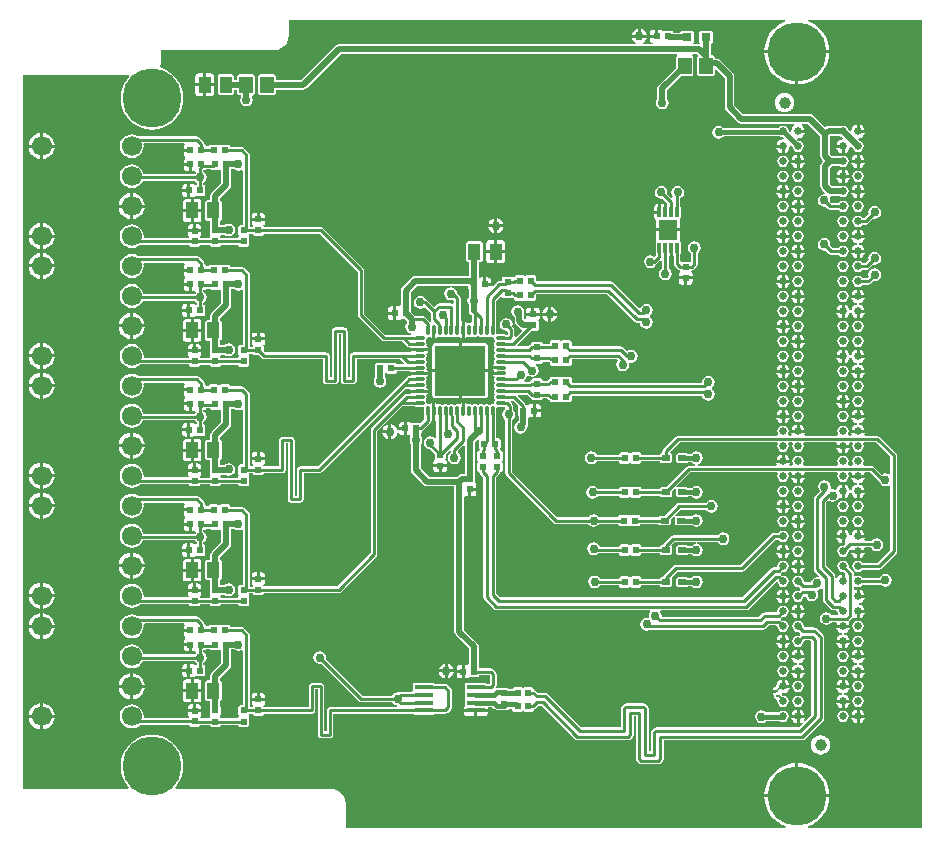
<source format=gtl>
G04 Layer_Physical_Order=1*
G04 Layer_Color=255*
%FSLAX43Y43*%
%MOMM*%
G71*
G01*
G75*
%ADD10R,0.254X0.254*%
%ADD11R,0.620X0.580*%
%ADD12R,0.620X0.620*%
%ADD13R,1.050X1.400*%
%ADD14R,1.150X1.450*%
%ADD15R,0.580X0.620*%
%ADD16R,0.750X0.500*%
%ADD17R,0.620X0.620*%
%ADD18R,0.800X0.800*%
%ADD19O,0.900X0.300*%
%ADD20O,0.300X0.900*%
%ADD21R,4.200X4.200*%
%ADD22C,0.640*%
%ADD23R,0.300X0.850*%
%ADD24R,1.550X1.750*%
%ADD25R,1.500X0.450*%
%ADD26C,0.152*%
%ADD27C,0.254*%
%ADD28C,0.508*%
%ADD29C,0.381*%
%ADD30C,1.700*%
%ADD31C,5.000*%
%ADD32C,1.000*%
%ADD33C,0.762*%
G36*
X10615Y-2715D02*
X974D01*
X948Y-2588D01*
X1254Y-2461D01*
X1624Y-2235D01*
X1953Y-1953D01*
X2235Y-1624D01*
X2461Y-1254D01*
X2627Y-854D01*
X2729Y-432D01*
X2753Y-127D01*
X-2753D01*
X-2729Y-432D01*
X-2627Y-854D01*
X-2461Y-1254D01*
X-2235Y-1624D01*
X-1953Y-1953D01*
X-1624Y-2235D01*
X-1254Y-2461D01*
X-948Y-2588D01*
X-974Y-2715D01*
X-38215D01*
Y-700D01*
X-38215Y-700D01*
X-38210D01*
X-38254Y-366D01*
X-38382Y-55D01*
X-38588Y212D01*
X-38855Y418D01*
X-39166Y546D01*
X-39500Y590D01*
Y585D01*
X-52581D01*
X-52639Y712D01*
X-52448Y936D01*
X-52229Y1292D01*
X-52070Y1678D01*
X-51972Y2084D01*
X-51939Y2500D01*
X-51972Y2916D01*
X-52070Y3322D01*
X-52229Y3708D01*
X-52448Y4064D01*
X-52719Y4381D01*
X-53036Y4652D01*
X-53392Y4871D01*
X-53778Y5030D01*
X-54184Y5128D01*
X-54600Y5161D01*
X-55016Y5128D01*
X-55422Y5030D01*
X-55808Y4871D01*
X-56164Y4652D01*
X-56481Y4381D01*
X-56752Y4064D01*
X-56971Y3708D01*
X-57130Y3322D01*
X-57228Y2916D01*
X-57261Y2500D01*
X-57228Y2084D01*
X-57130Y1678D01*
X-56971Y1292D01*
X-56752Y936D01*
X-56561Y712D01*
X-56619Y585D01*
X-65565D01*
Y61011D01*
X-56580D01*
X-56522Y60884D01*
X-56752Y60614D01*
X-56971Y60258D01*
X-57130Y59872D01*
X-57228Y59466D01*
X-57261Y59050D01*
X-57228Y58634D01*
X-57130Y58228D01*
X-56971Y57842D01*
X-56752Y57486D01*
X-56481Y57169D01*
X-56164Y56898D01*
X-55808Y56679D01*
X-55422Y56520D01*
X-55016Y56422D01*
X-54600Y56389D01*
X-54184Y56422D01*
X-53778Y56520D01*
X-53392Y56679D01*
X-53036Y56898D01*
X-52719Y57169D01*
X-52448Y57486D01*
X-52229Y57842D01*
X-52070Y58228D01*
X-51972Y58634D01*
X-51939Y59050D01*
X-51972Y59466D01*
X-52070Y59872D01*
X-52229Y60258D01*
X-52448Y60614D01*
X-52719Y60931D01*
X-53036Y61202D01*
X-53392Y61421D01*
X-53778Y61580D01*
X-53869Y61602D01*
X-53943Y61751D01*
X-53854Y61966D01*
X-53810Y62300D01*
X-53815D01*
Y63115D01*
X-44300D01*
X-44300Y63115D01*
Y63110D01*
X-43966Y63154D01*
X-43655Y63282D01*
X-43388Y63488D01*
X-43182Y63755D01*
X-43054Y64066D01*
X-43010Y64400D01*
X-43015D01*
X-43015Y64400D01*
Y65715D01*
X-973D01*
X-948Y65588D01*
X-1254Y65461D01*
X-1624Y65235D01*
X-1953Y64953D01*
X-2235Y64624D01*
X-2461Y64254D01*
X-2627Y63854D01*
X-2729Y63432D01*
X-2753Y63127D01*
X2753D01*
X2729Y63432D01*
X2627Y63854D01*
X2461Y64254D01*
X2235Y64624D01*
X1953Y64953D01*
X1624Y65235D01*
X1254Y65461D01*
X948Y65588D01*
X973Y65715D01*
X10615D01*
Y-2715D01*
D02*
G37*
%LPC*%
G36*
X-615Y24379D02*
X-1048D01*
Y23946D01*
X-951Y23965D01*
X-761Y24092D01*
X-634Y24282D01*
X-615Y24379D01*
D02*
G37*
G36*
X-1302D02*
X-1735D01*
X-1716Y24282D01*
X-1589Y24092D01*
X-1399Y23965D01*
X-1302Y23946D01*
Y24379D01*
D02*
G37*
G36*
X95Y24988D02*
X-89Y24951D01*
X-246Y24847D01*
X-350Y24690D01*
X-387Y24506D01*
X-350Y24322D01*
X-246Y24165D01*
X-89Y24061D01*
X95Y24024D01*
X279Y24061D01*
X436Y24165D01*
X540Y24322D01*
X577Y24506D01*
X540Y24690D01*
X436Y24847D01*
X279Y24951D01*
X95Y24988D01*
D02*
G37*
G36*
X-1302Y25066D02*
X-1399Y25047D01*
X-1589Y24920D01*
X-1716Y24730D01*
X-1735Y24633D01*
X-1302D01*
Y25066D01*
D02*
G37*
G36*
X5175Y24988D02*
X4991Y24951D01*
X4834Y24847D01*
X4730Y24690D01*
X4693Y24506D01*
X4730Y24322D01*
X4834Y24165D01*
X4991Y24061D01*
X5175Y24024D01*
X5359Y24061D01*
X5516Y24165D01*
X5620Y24322D01*
X5657Y24506D01*
X5620Y24690D01*
X5516Y24847D01*
X5359Y24951D01*
X5175Y24988D01*
D02*
G37*
G36*
X3905D02*
X3721Y24951D01*
X3564Y24847D01*
X3460Y24690D01*
X3423Y24506D01*
X3460Y24322D01*
X3564Y24165D01*
X3721Y24061D01*
X3905Y24024D01*
X4089Y24061D01*
X4246Y24165D01*
X4350Y24322D01*
X4387Y24506D01*
X4350Y24690D01*
X4246Y24847D01*
X4089Y24951D01*
X3905Y24988D01*
D02*
G37*
G36*
X-32Y23796D02*
X-129Y23777D01*
X-319Y23650D01*
X-446Y23460D01*
X-465Y23363D01*
X-32D01*
Y23796D01*
D02*
G37*
G36*
X5175Y23718D02*
X4991Y23681D01*
X4834Y23577D01*
X4730Y23420D01*
X4693Y23236D01*
X4730Y23052D01*
X4834Y22895D01*
X4991Y22791D01*
X5175Y22754D01*
X5359Y22791D01*
X5516Y22895D01*
X5620Y23052D01*
X5657Y23236D01*
X5620Y23420D01*
X5516Y23577D01*
X5359Y23681D01*
X5175Y23718D01*
D02*
G37*
G36*
X3905D02*
X3721Y23681D01*
X3564Y23577D01*
X3460Y23420D01*
X3423Y23236D01*
X3460Y23052D01*
X3564Y22895D01*
X3721Y22791D01*
X3905Y22754D01*
X4089Y22791D01*
X4246Y22895D01*
X4350Y23052D01*
X4387Y23236D01*
X4350Y23420D01*
X4246Y23577D01*
X4089Y23681D01*
X3905Y23718D01*
D02*
G37*
G36*
X-62844Y24423D02*
X-63814D01*
Y23453D01*
X-63653Y23474D01*
X-63384Y23586D01*
X-63153Y23763D01*
X-62976Y23993D01*
X-62865Y24262D01*
X-62844Y24423D01*
D02*
G37*
G36*
X-64068D02*
X-65038D01*
X-65016Y24262D01*
X-64905Y23993D01*
X-64728Y23763D01*
X-64498Y23586D01*
X-64229Y23474D01*
X-64068Y23453D01*
Y24423D01*
D02*
G37*
G36*
X222Y23796D02*
Y23363D01*
X655D01*
X636Y23460D01*
X509Y23650D01*
X319Y23777D01*
X222Y23796D01*
D02*
G37*
G36*
X-1048Y25066D02*
Y24633D01*
X-615D01*
X-634Y24730D01*
X-761Y24920D01*
X-951Y25047D01*
X-1048Y25066D01*
D02*
G37*
G36*
X-64068Y26973D02*
X-65038D01*
X-65016Y26812D01*
X-64905Y26543D01*
X-64728Y26313D01*
X-64498Y26136D01*
X-64229Y26024D01*
X-64068Y26003D01*
Y26973D01*
D02*
G37*
G36*
X5735Y26919D02*
X5175D01*
X4615D01*
X4634Y26822D01*
X4761Y26632D01*
X4951Y26505D01*
X5100Y26476D01*
Y26346D01*
X4951Y26317D01*
X4761Y26190D01*
X4634Y26000D01*
X4605Y25851D01*
X4475D01*
X4446Y26000D01*
X4319Y26190D01*
X4129Y26317D01*
X4032Y26336D01*
Y25776D01*
Y25216D01*
X4129Y25235D01*
X4319Y25362D01*
X4446Y25552D01*
X4475Y25701D01*
X4605D01*
X4634Y25552D01*
X4761Y25362D01*
X4951Y25235D01*
X5048Y25216D01*
Y25776D01*
X5175D01*
Y25903D01*
X5735D01*
X5716Y26000D01*
X5589Y26190D01*
X5399Y26317D01*
X5250Y26346D01*
Y26476D01*
X5399Y26505D01*
X5589Y26632D01*
X5716Y26822D01*
X5735Y26919D01*
D02*
G37*
G36*
X-27131Y25823D02*
X-27573D01*
Y25381D01*
X-27390D01*
X-27291Y25401D01*
X-27207Y25457D01*
X-27151Y25541D01*
X-27131Y25640D01*
Y25823D01*
D02*
G37*
G36*
X655Y26919D02*
X222D01*
Y26486D01*
X319Y26505D01*
X509Y26632D01*
X636Y26822D01*
X655Y26919D01*
D02*
G37*
G36*
X-32D02*
X-465D01*
X-446Y26822D01*
X-319Y26632D01*
X-129Y26505D01*
X-32Y26486D01*
Y26919D01*
D02*
G37*
G36*
X-62844Y26973D02*
X-63814D01*
Y26003D01*
X-63653Y26024D01*
X-63384Y26136D01*
X-63153Y26313D01*
X-62976Y26543D01*
X-62865Y26812D01*
X-62844Y26973D01*
D02*
G37*
G36*
X2336Y26708D02*
X2128Y26666D01*
X1952Y26548D01*
X1834Y26372D01*
X1792Y26164D01*
X1834Y25956D01*
X1934Y25805D01*
X1505Y25376D01*
X1443Y25284D01*
X1421Y25175D01*
X1421Y25175D01*
Y19173D01*
X1421Y19173D01*
X1443Y19063D01*
X1505Y18971D01*
X1863Y18613D01*
X1800Y18496D01*
X1718Y18512D01*
X1510Y18471D01*
X1334Y18353D01*
X1216Y18177D01*
X1193Y18060D01*
X684D01*
X577Y18156D01*
X540Y18340D01*
X436Y18497D01*
X279Y18601D01*
X95Y18638D01*
X-89Y18601D01*
X-246Y18497D01*
X-350Y18340D01*
X-387Y18156D01*
X-350Y17972D01*
X-246Y17815D01*
X-89Y17711D01*
X95Y17674D01*
X161Y17687D01*
X246Y17602D01*
X259Y17541D01*
Y17501D01*
X246Y17440D01*
X161Y17355D01*
X95Y17368D01*
X-89Y17331D01*
X-246Y17227D01*
X-350Y17070D01*
X-387Y16886D01*
X-350Y16702D01*
X-246Y16545D01*
X-89Y16441D01*
X95Y16404D01*
X279Y16441D01*
X436Y16545D01*
X540Y16702D01*
X556Y16783D01*
X700Y16868D01*
X735Y16857D01*
X748Y16792D01*
X865Y16615D01*
X1042Y16498D01*
X1250Y16456D01*
X1458Y16498D01*
X1635Y16615D01*
X1752Y16792D01*
X1794Y17000D01*
X1752Y17208D01*
X1691Y17301D01*
X1699Y17339D01*
X1756Y17432D01*
X1927Y17466D01*
X2045Y17545D01*
X2172Y17477D01*
Y16579D01*
X2172Y16579D01*
X2194Y16470D01*
X2256Y16378D01*
X2838Y15796D01*
X2838Y15796D01*
X2931Y15734D01*
X3040Y15712D01*
X3040Y15712D01*
X3316D01*
X3423Y15616D01*
X3460Y15432D01*
X3483Y15397D01*
X3423Y15285D01*
X2951D01*
X2885Y15385D01*
X2708Y15502D01*
X2500Y15544D01*
X2292Y15502D01*
X2115Y15385D01*
X1998Y15208D01*
X1956Y15000D01*
X1998Y14792D01*
X2115Y14615D01*
X2292Y14498D01*
X2500Y14456D01*
X2708Y14498D01*
X2885Y14615D01*
X2951Y14715D01*
X3327D01*
X3386Y14603D01*
X3364Y14570D01*
X3345Y14473D01*
X3905D01*
X4465D01*
X4446Y14570D01*
X4412Y14621D01*
X4443Y14790D01*
X4731Y15078D01*
X4731Y15078D01*
X4900Y15109D01*
X4951Y15075D01*
X5048Y15056D01*
Y15616D01*
X5175D01*
Y15743D01*
X5735D01*
X5716Y15840D01*
X5589Y16030D01*
X5399Y16157D01*
X5250Y16186D01*
Y16316D01*
X5399Y16345D01*
X5589Y16472D01*
X5716Y16662D01*
X5735Y16759D01*
X5175D01*
Y16886D01*
X5048D01*
Y17446D01*
X4951Y17427D01*
X4927Y17410D01*
X4815Y17470D01*
Y17676D01*
X4942Y17744D01*
X4991Y17711D01*
X5175Y17674D01*
X5359Y17711D01*
X5516Y17815D01*
X5553Y17871D01*
X7112D01*
X7115Y17865D01*
X7292Y17748D01*
X7500Y17706D01*
X7708Y17748D01*
X7885Y17865D01*
X8002Y18042D01*
X8044Y18250D01*
X8002Y18458D01*
X7885Y18635D01*
X7708Y18752D01*
X7500Y18794D01*
X7292Y18752D01*
X7115Y18635D01*
X6998Y18458D01*
X6994Y18441D01*
X5553D01*
X5516Y18497D01*
X5359Y18601D01*
X5175Y18638D01*
X4991Y18601D01*
X4942Y18568D01*
X4815Y18636D01*
Y18801D01*
X4793Y18910D01*
X4731Y19003D01*
X4731Y19003D01*
X4374Y19360D01*
X4387Y19426D01*
X4350Y19610D01*
X4246Y19767D01*
X4089Y19871D01*
X3905Y19908D01*
X3721Y19871D01*
X3564Y19767D01*
X3460Y19610D01*
X3423Y19426D01*
X3460Y19242D01*
X3564Y19085D01*
X3721Y18981D01*
X3905Y18944D01*
X3971Y18957D01*
X4095Y18833D01*
X4033Y18716D01*
X4032Y18716D01*
Y18156D01*
X3778D01*
Y18716D01*
X3681Y18697D01*
X3491Y18570D01*
X3377Y18399D01*
X3296Y18404D01*
X3250Y18420D01*
Y18632D01*
X3250Y18632D01*
X3228Y18741D01*
X3167Y18833D01*
X3167Y18833D01*
X2499Y19501D01*
Y24846D01*
X2668Y25015D01*
X2818Y24915D01*
X3026Y24873D01*
X3234Y24915D01*
X3411Y25032D01*
X3529Y25209D01*
X3529Y25210D01*
X3646Y25259D01*
X3681Y25235D01*
X3778Y25216D01*
Y25776D01*
Y26336D01*
X3681Y26317D01*
X3491Y26190D01*
X3364Y26000D01*
X3357Y25964D01*
X3240Y25916D01*
X3234Y25919D01*
X3026Y25961D01*
X2967Y25949D01*
X2859Y26057D01*
X2880Y26164D01*
X2839Y26372D01*
X2721Y26548D01*
X2544Y26666D01*
X2336Y26708D01*
D02*
G37*
G36*
X-63814Y25647D02*
Y24677D01*
X-62844D01*
X-62865Y24838D01*
X-62976Y25107D01*
X-63153Y25337D01*
X-63384Y25514D01*
X-63653Y25626D01*
X-63814Y25647D01*
D02*
G37*
G36*
X-64068D02*
X-64229Y25626D01*
X-64498Y25514D01*
X-64728Y25337D01*
X-64905Y25107D01*
X-65016Y24838D01*
X-65038Y24677D01*
X-64068D01*
Y25647D01*
D02*
G37*
G36*
X95Y26258D02*
X-89Y26221D01*
X-246Y26117D01*
X-350Y25960D01*
X-387Y25776D01*
X-350Y25592D01*
X-246Y25435D01*
X-89Y25331D01*
X95Y25294D01*
X279Y25331D01*
X436Y25435D01*
X540Y25592D01*
X577Y25776D01*
X540Y25960D01*
X436Y26117D01*
X279Y26221D01*
X95Y26258D01*
D02*
G37*
G36*
X-1175D02*
X-1359Y26221D01*
X-1516Y26117D01*
X-1620Y25960D01*
X-1657Y25776D01*
X-1620Y25592D01*
X-1516Y25435D01*
X-1359Y25331D01*
X-1175Y25294D01*
X-991Y25331D01*
X-834Y25435D01*
X-730Y25592D01*
X-693Y25776D01*
X-730Y25960D01*
X-834Y26117D01*
X-991Y26221D01*
X-1175Y26258D01*
D02*
G37*
G36*
X5735Y25649D02*
X5302D01*
Y25216D01*
X5399Y25235D01*
X5589Y25362D01*
X5716Y25552D01*
X5735Y25649D01*
D02*
G37*
G36*
X-1175Y23718D02*
X-1359Y23681D01*
X-1516Y23577D01*
X-1620Y23420D01*
X-1657Y23236D01*
X-1620Y23052D01*
X-1516Y22895D01*
X-1359Y22791D01*
X-1175Y22754D01*
X-991Y22791D01*
X-834Y22895D01*
X-730Y23052D01*
X-693Y23236D01*
X-730Y23420D01*
X-834Y23577D01*
X-991Y23681D01*
X-1175Y23718D01*
D02*
G37*
G36*
X-615Y20569D02*
X-1048D01*
Y20136D01*
X-951Y20155D01*
X-761Y20282D01*
X-634Y20472D01*
X-615Y20569D01*
D02*
G37*
G36*
X5048D02*
X4615D01*
X4634Y20472D01*
X4761Y20282D01*
X4951Y20155D01*
X5048Y20136D01*
Y20569D01*
D02*
G37*
G36*
X-1302D02*
X-1735D01*
X-1716Y20472D01*
X-1589Y20282D01*
X-1399Y20155D01*
X-1302Y20136D01*
Y20569D01*
D02*
G37*
G36*
X-51597Y20673D02*
X-52019D01*
Y20490D01*
X-51999Y20391D01*
X-51943Y20307D01*
X-51859Y20251D01*
X-51760Y20231D01*
X-51597D01*
Y20673D01*
D02*
G37*
G36*
X95Y21178D02*
X-89Y21141D01*
X-246Y21037D01*
X-350Y20880D01*
X-387Y20696D01*
X-350Y20512D01*
X-246Y20355D01*
X-89Y20251D01*
X95Y20214D01*
X279Y20251D01*
X436Y20355D01*
X540Y20512D01*
X577Y20696D01*
X540Y20880D01*
X436Y21037D01*
X279Y21141D01*
X95Y21178D01*
D02*
G37*
G36*
X5735Y20569D02*
X5302D01*
Y20136D01*
X5399Y20155D01*
X5589Y20282D01*
X5716Y20472D01*
X5735Y20569D01*
D02*
G37*
G36*
X-32Y19986D02*
X-129Y19967D01*
X-319Y19840D01*
X-446Y19650D01*
X-465Y19553D01*
X-32D01*
Y19986D01*
D02*
G37*
G36*
X-50675Y20059D02*
X-51073D01*
Y19227D01*
X-50416D01*
Y19800D01*
X-50436Y19899D01*
X-50492Y19983D01*
X-50576Y20039D01*
X-50675Y20059D01*
D02*
G37*
G36*
X-51327D02*
X-51725D01*
X-51824Y20039D01*
X-51908Y19983D01*
X-51964Y19899D01*
X-51984Y19800D01*
Y19227D01*
X-51327D01*
Y20059D01*
D02*
G37*
G36*
X-56194Y20567D02*
Y19597D01*
X-55224D01*
X-55245Y19758D01*
X-55356Y20027D01*
X-55533Y20257D01*
X-55764Y20434D01*
X-56033Y20546D01*
X-56194Y20567D01*
D02*
G37*
G36*
X-56448D02*
X-56609Y20546D01*
X-56878Y20434D01*
X-57108Y20257D01*
X-57285Y20027D01*
X-57396Y19758D01*
X-57418Y19597D01*
X-56448D01*
Y20567D01*
D02*
G37*
G36*
X222Y19986D02*
Y19553D01*
X655D01*
X636Y19650D01*
X509Y19840D01*
X319Y19967D01*
X222Y19986D01*
D02*
G37*
G36*
X-1302Y21256D02*
X-1399Y21237D01*
X-1589Y21110D01*
X-1716Y20920D01*
X-1735Y20823D01*
X-1302D01*
Y21256D01*
D02*
G37*
G36*
X-1175Y22448D02*
X-1359Y22411D01*
X-1516Y22307D01*
X-1553Y22251D01*
X-1966D01*
X-1966Y22251D01*
X-2075Y22229D01*
X-2167Y22167D01*
X-2167Y22167D01*
X-4800Y19535D01*
X-10250D01*
X-10359Y19513D01*
X-10451Y19451D01*
X-10451Y19451D01*
X-11301Y18601D01*
X-11359Y18515D01*
X-11475D01*
X-11592Y18467D01*
X-11626Y18385D01*
X-13175D01*
Y18410D01*
X-13223Y18527D01*
X-13340Y18575D01*
X-13920D01*
X-14027Y18530D01*
X-14037Y18527D01*
X-14163D01*
X-14173Y18530D01*
X-14280Y18575D01*
X-14860D01*
X-14977Y18527D01*
X-15025Y18410D01*
Y18385D01*
X-16649D01*
X-16715Y18485D01*
X-16892Y18602D01*
X-17100Y18644D01*
X-17308Y18602D01*
X-17485Y18485D01*
X-17602Y18308D01*
X-17644Y18100D01*
X-17602Y17892D01*
X-17485Y17715D01*
X-17308Y17598D01*
X-17100Y17556D01*
X-16892Y17598D01*
X-16715Y17715D01*
X-16649Y17815D01*
X-15025D01*
Y17790D01*
X-14977Y17673D01*
X-14860Y17625D01*
X-14280D01*
X-14173Y17670D01*
X-14163Y17673D01*
X-14037D01*
X-14027Y17670D01*
X-13920Y17625D01*
X-13340D01*
X-13223Y17673D01*
X-13175Y17790D01*
Y17815D01*
X-11626D01*
X-11592Y17733D01*
X-11475Y17685D01*
X-10725D01*
X-10608Y17733D01*
X-10560Y17850D01*
Y18350D01*
X-10608Y18467D01*
X-10612Y18485D01*
X-10132Y18965D01*
X-4682D01*
X-4682Y18965D01*
X-4573Y18987D01*
X-4481Y19049D01*
X-1848Y21681D01*
X-1553D01*
X-1516Y21625D01*
X-1359Y21521D01*
X-1175Y21484D01*
X-991Y21521D01*
X-834Y21625D01*
X-730Y21782D01*
X-693Y21966D01*
X-730Y22150D01*
X-834Y22307D01*
X-991Y22411D01*
X-1175Y22448D01*
D02*
G37*
G36*
X5302Y22526D02*
Y22093D01*
X5735D01*
X5716Y22190D01*
X5589Y22380D01*
X5399Y22507D01*
X5302Y22526D01*
D02*
G37*
G36*
X3778Y22526D02*
X3681Y22507D01*
X3491Y22380D01*
X3364Y22190D01*
X3345Y22093D01*
X3778D01*
Y22526D01*
D02*
G37*
G36*
X655Y23109D02*
X222D01*
Y22676D01*
X319Y22695D01*
X509Y22822D01*
X636Y23012D01*
X655Y23109D01*
D02*
G37*
G36*
X-32D02*
X-465D01*
X-446Y23012D01*
X-319Y22822D01*
X-129Y22695D01*
X-32Y22676D01*
Y23109D01*
D02*
G37*
G36*
X-51477Y22873D02*
X-51919D01*
Y22690D01*
X-51899Y22591D01*
X-51843Y22507D01*
X-51759Y22451D01*
X-51660Y22431D01*
X-51477D01*
Y22873D01*
D02*
G37*
G36*
X3778Y21839D02*
X3345D01*
X3364Y21742D01*
X3491Y21552D01*
X3681Y21425D01*
X3778Y21406D01*
Y21839D01*
D02*
G37*
G36*
X-51597Y21369D02*
X-51760D01*
X-51859Y21349D01*
X-51943Y21293D01*
X-51999Y21209D01*
X-52019Y21110D01*
Y20927D01*
X-51597D01*
Y21369D01*
D02*
G37*
G36*
X-1048Y21256D02*
Y20823D01*
X-615D01*
X-634Y20920D01*
X-761Y21110D01*
X-951Y21237D01*
X-1048Y21256D01*
D02*
G37*
G36*
X5048Y22526D02*
X4951Y22507D01*
X4761Y22380D01*
X4634Y22190D01*
X4605Y22041D01*
X4475D01*
X4446Y22190D01*
X4319Y22380D01*
X4129Y22507D01*
X4032Y22526D01*
Y21966D01*
Y21406D01*
X4033Y21406D01*
X4095Y21289D01*
X3971Y21165D01*
X3905Y21178D01*
X3721Y21141D01*
X3564Y21037D01*
X3460Y20880D01*
X3423Y20696D01*
X3460Y20512D01*
X3564Y20355D01*
X3721Y20251D01*
X3905Y20214D01*
X4089Y20251D01*
X4246Y20355D01*
X4350Y20512D01*
X4387Y20696D01*
X4374Y20762D01*
X4498Y20886D01*
X4615Y20824D01*
X4615Y20823D01*
X5175D01*
Y20696D01*
D01*
Y20823D01*
X5735D01*
X5718Y20909D01*
X5722Y20941D01*
X5773Y21036D01*
X6252D01*
X6365Y20865D01*
X6542Y20748D01*
X6750Y20706D01*
X6958Y20748D01*
X7135Y20865D01*
X7252Y21042D01*
X7294Y21250D01*
X7252Y21458D01*
X7135Y21635D01*
X6958Y21752D01*
X6750Y21794D01*
X6542Y21752D01*
X6365Y21635D01*
X6346Y21606D01*
X5759D01*
X5699Y21718D01*
X5716Y21742D01*
X5735Y21839D01*
X5175D01*
Y21966D01*
X5048D01*
Y22526D01*
D02*
G37*
G36*
X-6250Y22294D02*
X-6458Y22252D01*
X-6635Y22135D01*
X-6701Y22035D01*
X-10500D01*
X-10500Y22035D01*
X-10609Y22013D01*
X-10701Y21951D01*
X-11301Y21351D01*
X-11363Y21259D01*
X-11372Y21215D01*
X-11475D01*
X-11592Y21167D01*
X-11626Y21085D01*
X-13175D01*
Y21110D01*
X-13223Y21227D01*
X-13340Y21275D01*
X-13920D01*
X-14027Y21230D01*
X-14037Y21227D01*
X-14163D01*
X-14173Y21230D01*
X-14280Y21275D01*
X-14860D01*
X-14977Y21227D01*
X-15025Y21110D01*
Y21085D01*
X-16693D01*
X-16698Y21108D01*
X-16815Y21285D01*
X-16992Y21402D01*
X-17200Y21444D01*
X-17408Y21402D01*
X-17585Y21285D01*
X-17702Y21108D01*
X-17744Y20900D01*
X-17702Y20692D01*
X-17585Y20515D01*
X-17408Y20398D01*
X-17200Y20356D01*
X-16992Y20398D01*
X-16816Y20515D01*
X-15025D01*
Y20490D01*
X-14977Y20373D01*
X-14860Y20325D01*
X-14280D01*
X-14173Y20370D01*
X-14163Y20373D01*
X-14037D01*
X-14027Y20370D01*
X-13920Y20325D01*
X-13340D01*
X-13223Y20373D01*
X-13175Y20490D01*
Y20515D01*
X-11626D01*
X-11592Y20433D01*
X-11475Y20385D01*
X-10725D01*
X-10608Y20433D01*
X-10560Y20550D01*
Y21050D01*
X-10608Y21167D01*
X-10620Y21227D01*
X-10382Y21465D01*
X-8541D01*
X-8529Y21338D01*
X-8590Y21326D01*
X-8708Y21302D01*
X-8885Y21185D01*
X-8908Y21150D01*
X-9201D01*
X-9208Y21167D01*
X-9325Y21215D01*
X-10075D01*
X-10192Y21167D01*
X-10240Y21050D01*
Y20550D01*
X-10192Y20433D01*
X-10075Y20385D01*
X-9325D01*
X-9208Y20433D01*
X-9201Y20450D01*
X-8908D01*
X-8885Y20415D01*
X-8708Y20298D01*
X-8500Y20256D01*
X-8292Y20298D01*
X-8115Y20415D01*
X-7998Y20592D01*
X-7956Y20800D01*
X-7998Y21008D01*
X-8115Y21185D01*
X-8292Y21302D01*
X-8410Y21326D01*
X-8471Y21338D01*
X-8459Y21465D01*
X-6701D01*
X-6635Y21365D01*
X-6458Y21248D01*
X-6250Y21206D01*
X-6042Y21248D01*
X-5865Y21365D01*
X-5748Y21542D01*
X-5706Y21750D01*
X-5748Y21958D01*
X-5865Y22135D01*
X-6042Y22252D01*
X-6250Y22294D01*
D02*
G37*
G36*
X95Y22448D02*
X-89Y22411D01*
X-246Y22307D01*
X-350Y22150D01*
X-387Y21966D01*
X-350Y21782D01*
X-246Y21625D01*
X-89Y21521D01*
X95Y21484D01*
X279Y21521D01*
X436Y21625D01*
X540Y21782D01*
X577Y21966D01*
X540Y22150D01*
X436Y22307D01*
X279Y22411D01*
X95Y22448D01*
D02*
G37*
G36*
X-21681Y32473D02*
X-22123D01*
Y32031D01*
X-21940D01*
X-21841Y32051D01*
X-21757Y32107D01*
X-21701Y32191D01*
X-21681Y32290D01*
Y32473D01*
D02*
G37*
G36*
X3905Y32608D02*
X3721Y32571D01*
X3564Y32467D01*
X3460Y32310D01*
X3423Y32126D01*
X3460Y31942D01*
X3564Y31785D01*
X3721Y31681D01*
X3905Y31644D01*
X4089Y31681D01*
X4246Y31785D01*
X4350Y31942D01*
X4387Y32126D01*
X4350Y32310D01*
X4246Y32467D01*
X4089Y32571D01*
X3905Y32608D01*
D02*
G37*
G36*
X95D02*
X-89Y32571D01*
X-246Y32467D01*
X-350Y32310D01*
X-387Y32126D01*
X-350Y31942D01*
X-246Y31785D01*
X-89Y31681D01*
X95Y31644D01*
X279Y31681D01*
X436Y31785D01*
X540Y31942D01*
X577Y32126D01*
X540Y32310D01*
X436Y32467D01*
X279Y32571D01*
X95Y32608D01*
D02*
G37*
G36*
X-1048Y32686D02*
Y32253D01*
X-615D01*
X-634Y32350D01*
X-761Y32540D01*
X-951Y32667D01*
X-1048Y32686D01*
D02*
G37*
G36*
X5048Y32686D02*
X4951Y32667D01*
X4761Y32540D01*
X4634Y32350D01*
X4615Y32253D01*
X5048D01*
Y32686D01*
D02*
G37*
G36*
X-1302D02*
X-1399Y32667D01*
X-1589Y32540D01*
X-1716Y32350D01*
X-1735Y32253D01*
X-1302D01*
Y32686D01*
D02*
G37*
G36*
X-51597Y31539D02*
X-51760D01*
X-51859Y31519D01*
X-51943Y31463D01*
X-51999Y31379D01*
X-52019Y31280D01*
Y31097D01*
X-51597D01*
Y31539D01*
D02*
G37*
G36*
X222Y31416D02*
Y30983D01*
X655D01*
X636Y31080D01*
X509Y31270D01*
X319Y31397D01*
X222Y31416D01*
D02*
G37*
G36*
X5735Y31999D02*
X5175D01*
X4615D01*
X4634Y31902D01*
X4761Y31712D01*
X4951Y31585D01*
X5100Y31556D01*
Y31426D01*
X4951Y31397D01*
X4761Y31270D01*
X4634Y31080D01*
X4615Y30983D01*
X5175D01*
X5735D01*
X5716Y31080D01*
X5589Y31270D01*
X5399Y31397D01*
X5250Y31426D01*
Y31556D01*
X5399Y31585D01*
X5589Y31712D01*
X5716Y31902D01*
X5735Y31999D01*
D02*
G37*
G36*
X-615D02*
X-1048D01*
Y31566D01*
X-951Y31585D01*
X-761Y31712D01*
X-634Y31902D01*
X-615Y31999D01*
D02*
G37*
G36*
X-1302D02*
X-1735D01*
X-1716Y31902D01*
X-1589Y31712D01*
X-1399Y31585D01*
X-1302Y31566D01*
Y31999D01*
D02*
G37*
G36*
X-33277Y31669D02*
X-33460D01*
X-33559Y31649D01*
X-33643Y31593D01*
X-33699Y31509D01*
X-33719Y31410D01*
Y31227D01*
X-33277D01*
Y31669D01*
D02*
G37*
G36*
X5302Y32686D02*
Y32253D01*
X5735D01*
X5716Y32350D01*
X5589Y32540D01*
X5399Y32667D01*
X5302Y32686D01*
D02*
G37*
G36*
X4032Y33956D02*
Y33523D01*
X4465D01*
X4446Y33620D01*
X4319Y33810D01*
X4129Y33937D01*
X4032Y33956D01*
D02*
G37*
G36*
X3778Y33956D02*
X3681Y33937D01*
X3491Y33810D01*
X3364Y33620D01*
X3345Y33523D01*
X3778D01*
Y33956D01*
D02*
G37*
G36*
X5175Y33878D02*
X4991Y33841D01*
X4834Y33737D01*
X4730Y33580D01*
X4693Y33396D01*
X4730Y33212D01*
X4834Y33055D01*
X4991Y32951D01*
X5175Y32914D01*
X5359Y32951D01*
X5516Y33055D01*
X5620Y33212D01*
X5657Y33396D01*
X5620Y33580D01*
X5516Y33737D01*
X5359Y33841D01*
X5175Y33878D01*
D02*
G37*
G36*
X-28627Y35873D02*
X-30859D01*
Y33900D01*
X-30839Y33801D01*
X-30783Y33717D01*
X-30699Y33661D01*
X-30600Y33641D01*
X-28627D01*
Y35873D01*
D02*
G37*
G36*
X-62844Y34593D02*
X-63814D01*
Y33623D01*
X-63653Y33644D01*
X-63384Y33756D01*
X-63153Y33933D01*
X-62976Y34163D01*
X-62865Y34432D01*
X-62844Y34593D01*
D02*
G37*
G36*
X-64068D02*
X-65038D01*
X-65016Y34432D01*
X-64905Y34163D01*
X-64728Y33933D01*
X-64498Y33756D01*
X-64229Y33644D01*
X-64068Y33623D01*
Y34593D01*
D02*
G37*
G36*
X3778Y33269D02*
X3345D01*
X3364Y33172D01*
X3491Y32982D01*
X3681Y32855D01*
X3778Y32836D01*
Y33269D01*
D02*
G37*
G36*
X-21940Y33169D02*
X-22123D01*
Y32727D01*
X-21681D01*
Y32910D01*
X-21701Y33009D01*
X-21757Y33093D01*
X-21841Y33149D01*
X-21940Y33169D01*
D02*
G37*
G36*
X-51477Y33043D02*
X-51919D01*
Y32860D01*
X-51899Y32761D01*
X-51843Y32677D01*
X-51759Y32621D01*
X-51660Y32601D01*
X-51477D01*
Y33043D01*
D02*
G37*
G36*
X95Y33878D02*
X-89Y33841D01*
X-246Y33737D01*
X-350Y33580D01*
X-387Y33396D01*
X-350Y33212D01*
X-246Y33055D01*
X-89Y32951D01*
X95Y32914D01*
X279Y32951D01*
X436Y33055D01*
X540Y33212D01*
X577Y33396D01*
X540Y33580D01*
X436Y33737D01*
X279Y33841D01*
X95Y33878D01*
D02*
G37*
G36*
X-1175D02*
X-1359Y33841D01*
X-1516Y33737D01*
X-1620Y33580D01*
X-1657Y33396D01*
X-1620Y33212D01*
X-1516Y33055D01*
X-1359Y32951D01*
X-1175Y32914D01*
X-991Y32951D01*
X-834Y33055D01*
X-730Y33212D01*
X-693Y33396D01*
X-730Y33580D01*
X-834Y33737D01*
X-991Y33841D01*
X-1175Y33878D01*
D02*
G37*
G36*
X4465Y33269D02*
X4032D01*
Y32836D01*
X4129Y32855D01*
X4319Y32982D01*
X4446Y33172D01*
X4465Y33269D01*
D02*
G37*
G36*
X-32Y31416D02*
X-129Y31397D01*
X-319Y31270D01*
X-446Y31080D01*
X-465Y30983D01*
X-32D01*
Y31416D01*
D02*
G37*
G36*
X-1302Y28876D02*
X-1399Y28857D01*
X-1589Y28730D01*
X-1716Y28540D01*
X-1735Y28443D01*
X-1302D01*
Y28876D01*
D02*
G37*
G36*
X-50416Y29143D02*
X-51073D01*
Y28311D01*
X-50675D01*
X-50576Y28331D01*
X-50492Y28387D01*
X-50436Y28471D01*
X-50416Y28570D01*
Y29143D01*
D02*
G37*
G36*
X-51327D02*
X-51984D01*
Y28570D01*
X-51964Y28471D01*
X-51908Y28387D01*
X-51824Y28331D01*
X-51725Y28311D01*
X-51327D01*
Y29143D01*
D02*
G37*
G36*
X-55224Y29513D02*
X-56194D01*
Y28543D01*
X-56033Y28564D01*
X-55764Y28676D01*
X-55533Y28853D01*
X-55356Y29083D01*
X-55245Y29352D01*
X-55224Y29513D01*
D02*
G37*
G36*
X-56448D02*
X-57418D01*
X-57396Y29352D01*
X-57285Y29083D01*
X-57108Y28853D01*
X-56878Y28676D01*
X-56609Y28564D01*
X-56448Y28543D01*
Y29513D01*
D02*
G37*
G36*
X-1048Y28876D02*
Y28443D01*
X-615D01*
X-634Y28540D01*
X-761Y28730D01*
X-951Y28857D01*
X-1048Y28876D01*
D02*
G37*
G36*
X-30327Y27803D02*
X-30769D01*
Y27640D01*
X-30749Y27541D01*
X-30693Y27457D01*
X-30609Y27401D01*
X-30510Y27381D01*
X-30327D01*
Y27803D01*
D02*
G37*
G36*
X-63814Y28197D02*
Y27227D01*
X-62844D01*
X-62865Y27388D01*
X-62976Y27657D01*
X-63153Y27887D01*
X-63384Y28064D01*
X-63653Y28176D01*
X-63814Y28197D01*
D02*
G37*
G36*
X-64068D02*
X-64229Y28176D01*
X-64498Y28064D01*
X-64728Y27887D01*
X-64905Y27657D01*
X-65016Y27388D01*
X-65038Y27227D01*
X-64068D01*
Y28197D01*
D02*
G37*
G36*
X-50690Y28139D02*
X-50873D01*
Y27697D01*
X-50431D01*
Y27880D01*
X-50451Y27979D01*
X-50507Y28063D01*
X-50591Y28119D01*
X-50690Y28139D01*
D02*
G37*
G36*
X-51127D02*
X-51310D01*
X-51409Y28119D01*
X-51493Y28063D01*
X-51549Y27979D01*
X-51569Y27880D01*
Y27697D01*
X-51127D01*
Y28139D01*
D02*
G37*
G36*
X-29631Y27803D02*
X-30073D01*
Y27381D01*
X-29890D01*
X-29791Y27401D01*
X-29707Y27457D01*
X-29651Y27541D01*
X-29631Y27640D01*
Y27803D01*
D02*
G37*
G36*
X-45727Y29089D02*
X-45910D01*
X-46009Y29069D01*
X-46093Y29013D01*
X-46149Y28929D01*
X-46169Y28830D01*
Y28667D01*
X-45727D01*
Y29089D01*
D02*
G37*
G36*
X-51597Y30843D02*
X-52019D01*
Y30660D01*
X-51999Y30561D01*
X-51943Y30477D01*
X-51859Y30421D01*
X-51760Y30401D01*
X-51597D01*
Y30843D01*
D02*
G37*
G36*
X-34595Y30683D02*
X-35090D01*
X-35066Y30562D01*
X-34926Y30352D01*
X-34716Y30212D01*
X-34595Y30188D01*
Y30683D01*
D02*
G37*
G36*
X-56194Y30737D02*
Y29767D01*
X-55224D01*
X-55245Y29928D01*
X-55356Y30197D01*
X-55533Y30427D01*
X-55764Y30604D01*
X-56033Y30716D01*
X-56194Y30737D01*
D02*
G37*
G36*
X-34595Y31432D02*
X-34716Y31408D01*
X-34926Y31268D01*
X-35066Y31058D01*
X-35090Y30937D01*
X-34595D01*
Y31432D01*
D02*
G37*
G36*
X-34341D02*
Y30810D01*
Y30188D01*
X-34220Y30212D01*
X-34010Y30352D01*
X-33870Y30562D01*
X-33836Y30729D01*
X-33707D01*
X-33699Y30691D01*
X-33643Y30607D01*
X-33559Y30551D01*
X-33460Y30531D01*
X-33277D01*
Y30973D01*
X-33719D01*
Y30951D01*
X-33846Y30939D01*
X-33870Y31058D01*
X-34010Y31268D01*
X-34220Y31408D01*
X-34341Y31432D01*
D02*
G37*
G36*
X3905Y31338D02*
X3721Y31301D01*
X3564Y31197D01*
X3460Y31040D01*
X3423Y30856D01*
X3460Y30672D01*
X3493Y30623D01*
X3425Y30496D01*
X679D01*
X619Y30608D01*
X636Y30632D01*
X655Y30729D01*
X95D01*
X-465D01*
X-446Y30632D01*
X-429Y30608D01*
X-489Y30496D01*
X-695D01*
X-763Y30623D01*
X-730Y30672D01*
X-693Y30856D01*
X-730Y31040D01*
X-834Y31197D01*
X-991Y31301D01*
X-1175Y31338D01*
X-1359Y31301D01*
X-1516Y31197D01*
X-1620Y31040D01*
X-1657Y30856D01*
X-1620Y30672D01*
X-1587Y30623D01*
X-1655Y30496D01*
X-10039D01*
X-10039Y30496D01*
X-10148Y30474D01*
X-10241Y30412D01*
X-10241Y30412D01*
X-11301Y29351D01*
X-11363Y29259D01*
X-11385Y29150D01*
X-11385Y29150D01*
Y29015D01*
X-11475D01*
X-11592Y28967D01*
X-11626Y28885D01*
X-13175D01*
Y28910D01*
X-13223Y29027D01*
X-13340Y29075D01*
X-13920D01*
X-14027Y29030D01*
X-14037Y29027D01*
X-14163D01*
X-14173Y29030D01*
X-14280Y29075D01*
X-14860D01*
X-14977Y29027D01*
X-15025Y28910D01*
Y28885D01*
X-16949D01*
X-17015Y28985D01*
X-17192Y29102D01*
X-17400Y29144D01*
X-17608Y29102D01*
X-17785Y28985D01*
X-17902Y28808D01*
X-17944Y28600D01*
X-17902Y28392D01*
X-17785Y28215D01*
X-17608Y28098D01*
X-17400Y28056D01*
X-17192Y28098D01*
X-17015Y28215D01*
X-16949Y28315D01*
X-15025D01*
Y28290D01*
X-14977Y28173D01*
X-14860Y28125D01*
X-14280D01*
X-14173Y28170D01*
X-14163Y28173D01*
X-14037D01*
X-14027Y28170D01*
X-13920Y28125D01*
X-13340D01*
X-13223Y28173D01*
X-13175Y28290D01*
Y28315D01*
X-11626D01*
X-11592Y28233D01*
X-11475Y28185D01*
X-10725D01*
X-10608Y28233D01*
X-10560Y28350D01*
Y28850D01*
X-10608Y28967D01*
X-10674Y28994D01*
X-10712Y29124D01*
X-10711Y29136D01*
X-9921Y29926D01*
X-1651D01*
X-1591Y29814D01*
X-1620Y29770D01*
X-1657Y29586D01*
X-1620Y29402D01*
X-1516Y29245D01*
X-1359Y29141D01*
X-1175Y29104D01*
X-991Y29141D01*
X-834Y29245D01*
X-730Y29402D01*
X-693Y29586D01*
X-730Y29770D01*
X-759Y29814D01*
X-699Y29926D01*
X-381D01*
X-321Y29814D01*
X-350Y29770D01*
X-387Y29586D01*
X-350Y29402D01*
X-246Y29245D01*
X-89Y29141D01*
X95Y29104D01*
X279Y29141D01*
X436Y29245D01*
X540Y29402D01*
X577Y29586D01*
X540Y29770D01*
X511Y29814D01*
X571Y29926D01*
X3307D01*
X3358Y29831D01*
X3362Y29799D01*
X3345Y29713D01*
X3905D01*
Y29586D01*
D01*
Y29713D01*
X4465D01*
X4448Y29799D01*
X4452Y29831D01*
X4503Y29926D01*
X4699D01*
X4759Y29814D01*
X4730Y29770D01*
X4693Y29586D01*
X4730Y29402D01*
X4834Y29245D01*
X4991Y29141D01*
X5175Y29104D01*
X5359Y29141D01*
X5516Y29245D01*
X5620Y29402D01*
X5657Y29586D01*
X5620Y29770D01*
X5591Y29814D01*
X5651Y29926D01*
X6671D01*
X7901Y28696D01*
Y27276D01*
X7774Y27208D01*
X7708Y27252D01*
X7500Y27294D01*
X7292Y27252D01*
X7207Y27196D01*
X6531Y27872D01*
X6438Y27934D01*
X6329Y27956D01*
X6329Y27956D01*
X5655D01*
X5587Y28083D01*
X5620Y28132D01*
X5657Y28316D01*
X5620Y28500D01*
X5516Y28657D01*
X5359Y28761D01*
X5175Y28798D01*
X4991Y28761D01*
X4834Y28657D01*
X4730Y28500D01*
X4693Y28316D01*
X4730Y28132D01*
X4763Y28083D01*
X4695Y27956D01*
X4385D01*
X4317Y28083D01*
X4350Y28132D01*
X4387Y28316D01*
X4350Y28500D01*
X4246Y28657D01*
X4089Y28761D01*
X3905Y28798D01*
X3721Y28761D01*
X3564Y28657D01*
X3460Y28500D01*
X3423Y28316D01*
X3460Y28132D01*
X3493Y28083D01*
X3425Y27956D01*
X575D01*
X507Y28083D01*
X540Y28132D01*
X577Y28316D01*
X540Y28500D01*
X436Y28657D01*
X279Y28761D01*
X95Y28798D01*
X-89Y28761D01*
X-246Y28657D01*
X-350Y28500D01*
X-387Y28316D01*
X-350Y28132D01*
X-317Y28083D01*
X-385Y27956D01*
X-591D01*
X-651Y28068D01*
X-634Y28092D01*
X-615Y28189D01*
X-1175D01*
Y28316D01*
D01*
Y28189D01*
X-1735D01*
X-1716Y28092D01*
X-1699Y28068D01*
X-1759Y27956D01*
X-8354D01*
X-8367Y28083D01*
X-8292Y28098D01*
X-8115Y28215D01*
X-7998Y28392D01*
X-7956Y28600D01*
X-7998Y28808D01*
X-8115Y28985D01*
X-8292Y29102D01*
X-8500Y29144D01*
X-8708Y29102D01*
X-8885Y28985D01*
X-8908Y28950D01*
X-9201D01*
X-9208Y28967D01*
X-9325Y29015D01*
X-10075D01*
X-10192Y28967D01*
X-10240Y28850D01*
Y28350D01*
X-10192Y28233D01*
X-10075Y28185D01*
X-9325D01*
X-9208Y28233D01*
X-9201Y28250D01*
X-8908D01*
X-8885Y28215D01*
X-8708Y28098D01*
X-8633Y28083D01*
X-8646Y27956D01*
X-9129D01*
X-9238Y27934D01*
X-9331Y27872D01*
X-9331Y27872D01*
X-11088Y26115D01*
X-11475D01*
X-11592Y26067D01*
X-11626Y25985D01*
X-13175D01*
Y26010D01*
X-13223Y26127D01*
X-13340Y26175D01*
X-13920D01*
X-14027Y26130D01*
X-14037Y26127D01*
X-14163D01*
X-14173Y26130D01*
X-14280Y26175D01*
X-14860D01*
X-14977Y26127D01*
X-15025Y26010D01*
Y25985D01*
X-16000D01*
X-16000Y25985D01*
X-16849D01*
X-16915Y26085D01*
X-17092Y26202D01*
X-17300Y26244D01*
X-17508Y26202D01*
X-17685Y26085D01*
X-17802Y25908D01*
X-17844Y25700D01*
X-17802Y25492D01*
X-17685Y25315D01*
X-17508Y25198D01*
X-17300Y25156D01*
X-17092Y25198D01*
X-16915Y25315D01*
X-16849Y25415D01*
X-16000D01*
X-16000Y25415D01*
X-15025D01*
Y25390D01*
X-14977Y25273D01*
X-14860Y25225D01*
X-14280D01*
X-14173Y25270D01*
X-14163Y25273D01*
X-14037D01*
X-14027Y25270D01*
X-13920Y25225D01*
X-13340D01*
X-13223Y25273D01*
X-13175Y25390D01*
Y25415D01*
X-11626D01*
X-11592Y25333D01*
X-11475Y25285D01*
X-10725D01*
X-10608Y25333D01*
X-10560Y25450D01*
Y25837D01*
X-10328Y26069D01*
X-10220Y25997D01*
X-10240Y25950D01*
Y25450D01*
X-10192Y25333D01*
X-10075Y25285D01*
X-9325D01*
X-9208Y25333D01*
X-9201Y25350D01*
X-8908D01*
X-8885Y25315D01*
X-8708Y25198D01*
X-8500Y25156D01*
X-8292Y25198D01*
X-8115Y25315D01*
X-7998Y25492D01*
X-7956Y25700D01*
X-7998Y25908D01*
X-8115Y26085D01*
X-8292Y26202D01*
X-8500Y26244D01*
X-8708Y26202D01*
X-8885Y26085D01*
X-8908Y26050D01*
X-9201D01*
X-9208Y26067D01*
X-9325Y26115D01*
X-10075D01*
X-10122Y26095D01*
X-10194Y26203D01*
X-9011Y27386D01*
X-1651D01*
X-1591Y27274D01*
X-1620Y27230D01*
X-1657Y27046D01*
X-1620Y26862D01*
X-1516Y26705D01*
X-1359Y26601D01*
X-1175Y26564D01*
X-991Y26601D01*
X-834Y26705D01*
X-730Y26862D01*
X-693Y27046D01*
X-730Y27230D01*
X-759Y27274D01*
X-699Y27386D01*
X-503D01*
X-452Y27291D01*
X-448Y27259D01*
X-465Y27173D01*
X95D01*
Y27046D01*
D01*
Y27173D01*
X655D01*
X638Y27259D01*
X642Y27291D01*
X693Y27386D01*
X3429D01*
X3489Y27274D01*
X3460Y27230D01*
X3423Y27046D01*
X3460Y26862D01*
X3564Y26705D01*
X3721Y26601D01*
X3905Y26564D01*
X4089Y26601D01*
X4246Y26705D01*
X4350Y26862D01*
X4387Y27046D01*
X4350Y27230D01*
X4321Y27274D01*
X4381Y27386D01*
X4577D01*
X4628Y27291D01*
X4632Y27259D01*
X4615Y27173D01*
X5175D01*
X5735D01*
X5718Y27259D01*
X5722Y27291D01*
X5773Y27386D01*
X6211D01*
X6983Y26614D01*
X6998Y26542D01*
X7115Y26365D01*
X7292Y26248D01*
X7500Y26206D01*
X7708Y26248D01*
X7774Y26292D01*
X7901Y26224D01*
Y20804D01*
X6808Y19711D01*
X5553D01*
X5516Y19767D01*
X5359Y19871D01*
X5175Y19908D01*
X4991Y19871D01*
X4834Y19767D01*
X4730Y19610D01*
X4693Y19426D01*
X4730Y19242D01*
X4834Y19085D01*
X4991Y18981D01*
X5175Y18944D01*
X5359Y18981D01*
X5516Y19085D01*
X5553Y19141D01*
X6926D01*
X6926Y19141D01*
X7035Y19163D01*
X7127Y19225D01*
X8387Y20484D01*
X8387Y20484D01*
X8449Y20577D01*
X8471Y20686D01*
Y28814D01*
X8471Y28814D01*
X8449Y28923D01*
X8387Y29016D01*
X8387Y29016D01*
X6991Y30412D01*
X6898Y30474D01*
X6789Y30496D01*
X6789Y30496D01*
X5759D01*
X5699Y30608D01*
X5716Y30632D01*
X5735Y30729D01*
X5175D01*
X4615D01*
X4634Y30632D01*
X4651Y30608D01*
X4591Y30496D01*
X4385D01*
X4317Y30623D01*
X4350Y30672D01*
X4387Y30856D01*
X4350Y31040D01*
X4246Y31197D01*
X4089Y31301D01*
X3905Y31338D01*
D02*
G37*
G36*
X4465Y29459D02*
X4032D01*
Y29026D01*
X4129Y29045D01*
X4319Y29172D01*
X4446Y29362D01*
X4465Y29459D01*
D02*
G37*
G36*
X3778D02*
X3345D01*
X3364Y29362D01*
X3491Y29172D01*
X3681Y29045D01*
X3778Y29026D01*
Y29459D01*
D02*
G37*
G36*
X-45290Y29089D02*
X-45473D01*
Y28667D01*
X-45031D01*
Y28830D01*
X-45051Y28929D01*
X-45107Y29013D01*
X-45191Y29069D01*
X-45290Y29089D01*
D02*
G37*
G36*
X-56448Y30737D02*
X-56609Y30716D01*
X-56878Y30604D01*
X-57108Y30427D01*
X-57285Y30197D01*
X-57396Y29928D01*
X-57418Y29767D01*
X-56448D01*
Y30737D01*
D02*
G37*
G36*
X-50675Y30229D02*
X-51073D01*
Y29397D01*
X-50416D01*
Y29970D01*
X-50436Y30069D01*
X-50492Y30153D01*
X-50576Y30209D01*
X-50675Y30229D01*
D02*
G37*
G36*
X-51327D02*
X-51725D01*
X-51824Y30209D01*
X-51908Y30153D01*
X-51964Y30069D01*
X-51984Y29970D01*
Y29397D01*
X-51327D01*
Y30229D01*
D02*
G37*
G36*
X655Y19299D02*
X222D01*
Y18866D01*
X319Y18885D01*
X509Y19012D01*
X636Y19202D01*
X655Y19299D01*
D02*
G37*
G36*
X-51327Y9859D02*
X-51725D01*
X-51824Y9839D01*
X-51908Y9783D01*
X-51964Y9699D01*
X-51984Y9600D01*
Y9027D01*
X-51327D01*
Y9859D01*
D02*
G37*
G36*
X5175Y9748D02*
X4991Y9711D01*
X4834Y9607D01*
X4730Y9450D01*
X4693Y9266D01*
X4730Y9082D01*
X4834Y8925D01*
X4991Y8821D01*
X5175Y8784D01*
X5359Y8821D01*
X5516Y8925D01*
X5620Y9082D01*
X5657Y9266D01*
X5620Y9450D01*
X5516Y9607D01*
X5359Y9711D01*
X5175Y9748D01*
D02*
G37*
G36*
X95D02*
X-89Y9711D01*
X-246Y9607D01*
X-350Y9450D01*
X-387Y9266D01*
X-350Y9082D01*
X-246Y8925D01*
X-89Y8821D01*
X95Y8784D01*
X279Y8821D01*
X436Y8925D01*
X540Y9082D01*
X577Y9266D01*
X540Y9450D01*
X436Y9607D01*
X279Y9711D01*
X95Y9748D01*
D02*
G37*
G36*
X-1048Y9826D02*
Y9393D01*
X-615D01*
X-634Y9490D01*
X-761Y9680D01*
X-951Y9807D01*
X-1048Y9826D01*
D02*
G37*
G36*
X3778Y9826D02*
X3681Y9807D01*
X3491Y9680D01*
X3364Y9490D01*
X3345Y9393D01*
X3778D01*
Y9826D01*
D02*
G37*
G36*
X-50675Y9859D02*
X-51073D01*
Y9027D01*
X-50416D01*
Y9600D01*
X-50436Y9699D01*
X-50492Y9783D01*
X-50576Y9839D01*
X-50675Y9859D01*
D02*
G37*
G36*
X-55224Y9143D02*
X-56194D01*
Y8173D01*
X-56033Y8194D01*
X-55764Y8306D01*
X-55533Y8483D01*
X-55356Y8713D01*
X-55245Y8982D01*
X-55224Y9143D01*
D02*
G37*
G36*
X-56448D02*
X-57418D01*
X-57396Y8982D01*
X-57285Y8713D01*
X-57108Y8483D01*
X-56878Y8306D01*
X-56609Y8194D01*
X-56448Y8173D01*
Y9143D01*
D02*
G37*
G36*
X3905Y9266D02*
D01*
Y9139D01*
X3345D01*
X3364Y9042D01*
X3491Y8852D01*
X3681Y8725D01*
X3830Y8696D01*
Y8566D01*
X3681Y8537D01*
X3491Y8410D01*
X3364Y8220D01*
X3345Y8123D01*
X3905D01*
X4465D01*
X4446Y8220D01*
X4319Y8410D01*
X4129Y8537D01*
X3980Y8566D01*
Y8696D01*
X4129Y8725D01*
X4319Y8852D01*
X4446Y9042D01*
X4465Y9139D01*
X3905D01*
Y9266D01*
D02*
G37*
G36*
X-1302Y9826D02*
X-1399Y9807D01*
X-1589Y9680D01*
X-1716Y9490D01*
X-1760Y9266D01*
X-1877Y9231D01*
X-1961Y9175D01*
X-2017Y9091D01*
X-2037Y8992D01*
D01*
X-1651D01*
Y8776D01*
X-1778D01*
X-1870Y8738D01*
X-2037D01*
X-2017Y8638D01*
X-1961Y8554D01*
X-1943Y8542D01*
Y8357D01*
X-1895Y8240D01*
X-1778Y8192D01*
X-1747D01*
X-1643Y8065D01*
X-1657Y7996D01*
X-1620Y7812D01*
X-1516Y7655D01*
X-1359Y7551D01*
X-1175Y7514D01*
X-991Y7551D01*
X-834Y7655D01*
X-730Y7812D01*
X-693Y7996D01*
X-730Y8180D01*
X-834Y8337D01*
X-991Y8441D01*
X-1175Y8478D01*
X-1186Y8475D01*
X-1276Y8565D01*
X-1228Y8677D01*
X-1211Y8688D01*
X-1175Y8681D01*
X-951Y8725D01*
X-761Y8852D01*
X-634Y9042D01*
X-615Y9139D01*
X-1175D01*
Y9266D01*
X-1302D01*
Y9826D01*
D02*
G37*
G36*
X-45290Y8719D02*
X-45473D01*
Y8297D01*
X-45031D01*
Y8460D01*
X-45051Y8559D01*
X-45107Y8643D01*
X-45191Y8699D01*
X-45290Y8719D01*
D02*
G37*
G36*
X-45727D02*
X-45910D01*
X-46009Y8699D01*
X-46093Y8643D01*
X-46149Y8559D01*
X-46169Y8460D01*
Y8297D01*
X-45727D01*
Y8719D01*
D02*
G37*
G36*
X4032Y9826D02*
Y9393D01*
X4465D01*
X4446Y9490D01*
X4319Y9680D01*
X4129Y9807D01*
X4032Y9826D01*
D02*
G37*
G36*
X5735Y10409D02*
X5302D01*
Y9976D01*
X5399Y9995D01*
X5589Y10122D01*
X5716Y10312D01*
X5735Y10409D01*
D02*
G37*
G36*
X655D02*
X222D01*
Y9976D01*
X319Y9995D01*
X509Y10122D01*
X636Y10312D01*
X655Y10409D01*
D02*
G37*
G36*
X5048D02*
X4615D01*
X4634Y10312D01*
X4761Y10122D01*
X4951Y9995D01*
X5048Y9976D01*
Y10409D01*
D02*
G37*
G36*
X3905Y11018D02*
X3721Y10981D01*
X3564Y10877D01*
X3460Y10720D01*
X3423Y10536D01*
X3460Y10352D01*
X3564Y10195D01*
X3721Y10091D01*
X3905Y10054D01*
X4089Y10091D01*
X4246Y10195D01*
X4350Y10352D01*
X4387Y10536D01*
X4350Y10720D01*
X4246Y10877D01*
X4089Y10981D01*
X3905Y11018D01*
D02*
G37*
G36*
X-1175D02*
X-1359Y10981D01*
X-1516Y10877D01*
X-1620Y10720D01*
X-1657Y10536D01*
X-1620Y10352D01*
X-1516Y10195D01*
X-1359Y10091D01*
X-1175Y10054D01*
X-991Y10091D01*
X-834Y10195D01*
X-730Y10352D01*
X-693Y10536D01*
X-730Y10720D01*
X-834Y10877D01*
X-991Y10981D01*
X-1175Y11018D01*
D02*
G37*
G36*
X-51597Y10473D02*
X-52019D01*
Y10290D01*
X-51999Y10191D01*
X-51943Y10107D01*
X-51859Y10051D01*
X-51760Y10031D01*
X-51597D01*
Y10473D01*
D02*
G37*
G36*
X-28377Y10373D02*
X-28819D01*
Y10190D01*
X-28799Y10091D01*
X-28743Y10007D01*
X-28659Y9951D01*
X-28560Y9931D01*
X-28377D01*
Y10373D01*
D02*
G37*
G36*
X-56194Y10367D02*
Y9397D01*
X-55224D01*
X-55245Y9558D01*
X-55356Y9827D01*
X-55533Y10057D01*
X-55764Y10234D01*
X-56033Y10346D01*
X-56194Y10367D01*
D02*
G37*
G36*
X-56448D02*
X-56609Y10346D01*
X-56878Y10234D01*
X-57108Y10057D01*
X-57285Y9827D01*
X-57396Y9558D01*
X-57418Y9397D01*
X-56448D01*
Y10367D01*
D02*
G37*
G36*
X-32Y10409D02*
X-465D01*
X-446Y10312D01*
X-319Y10122D01*
X-129Y9995D01*
X-32Y9976D01*
Y10409D01*
D02*
G37*
G36*
X-29070Y10439D02*
X-29566D01*
Y9944D01*
X-29445Y9968D01*
X-29235Y10109D01*
X-29094Y10319D01*
X-29070Y10439D01*
D02*
G37*
G36*
X-29820D02*
X-30315D01*
X-30291Y10319D01*
X-30150Y10109D01*
X-29940Y9968D01*
X-29820Y9944D01*
Y10439D01*
D02*
G37*
G36*
X-50416Y8773D02*
X-51073D01*
Y7941D01*
X-50675D01*
X-50576Y7961D01*
X-50492Y8017D01*
X-50436Y8101D01*
X-50416Y8200D01*
Y8773D01*
D02*
G37*
G36*
X-3000Y7244D02*
X-3208Y7202D01*
X-3385Y7085D01*
X-3502Y6908D01*
X-3544Y6700D01*
X-3502Y6492D01*
X-3385Y6315D01*
X-3208Y6198D01*
X-3000Y6156D01*
X-2792Y6198D01*
X-2615Y6315D01*
X-2592Y6350D01*
X-1463D01*
X-1359Y6281D01*
X-1175Y6244D01*
X-991Y6281D01*
X-834Y6385D01*
X-730Y6542D01*
X-693Y6726D01*
X-730Y6910D01*
X-834Y7067D01*
X-991Y7171D01*
X-1175Y7208D01*
X-1359Y7171D01*
X-1516Y7067D01*
X-1527Y7050D01*
X-2592D01*
X-2615Y7085D01*
X-2792Y7202D01*
X-3000Y7244D01*
D02*
G37*
G36*
X5735Y6599D02*
X5302D01*
Y6166D01*
X5399Y6185D01*
X5589Y6312D01*
X5716Y6502D01*
X5735Y6599D01*
D02*
G37*
G36*
X5048D02*
X4615D01*
X4634Y6502D01*
X4761Y6312D01*
X4951Y6185D01*
X5048Y6166D01*
Y6599D01*
D02*
G37*
G36*
X-26191Y7098D02*
X-27073D01*
Y6741D01*
X-26450D01*
X-26351Y6761D01*
X-26267Y6817D01*
X-26211Y6901D01*
X-26191Y7000D01*
Y7098D01*
D02*
G37*
G36*
X-27327D02*
X-28209D01*
Y7000D01*
X-28189Y6901D01*
X-28133Y6817D01*
X-28049Y6761D01*
X-27950Y6741D01*
X-27327D01*
Y7098D01*
D02*
G37*
G36*
X3905Y7208D02*
X3721Y7171D01*
X3564Y7067D01*
X3460Y6910D01*
X3423Y6726D01*
X3460Y6542D01*
X3564Y6385D01*
X3721Y6281D01*
X3905Y6244D01*
X4089Y6281D01*
X4246Y6385D01*
X4350Y6542D01*
X4387Y6726D01*
X4350Y6910D01*
X4246Y7067D01*
X4089Y7171D01*
X3905Y7208D01*
D02*
G37*
G36*
X2022Y5119D02*
X2000Y5114D01*
X1978Y5119D01*
X1809Y5097D01*
X1789Y5086D01*
X1767D01*
X1609Y5020D01*
X1593Y5005D01*
X1572Y4999D01*
X1436Y4895D01*
X1425Y4875D01*
X1406Y4864D01*
X1301Y4728D01*
X1296Y4707D01*
X1280Y4691D01*
X1214Y4533D01*
Y4511D01*
X1203Y4491D01*
X1181Y4322D01*
X1184Y4311D01*
X1179Y4300D01*
X1184Y4290D01*
X1181Y4279D01*
X1203Y4109D01*
X1214Y4090D01*
Y4067D01*
X1280Y3909D01*
X1296Y3894D01*
X1301Y3872D01*
X1406Y3736D01*
X1425Y3725D01*
X1436Y3706D01*
X1572Y3602D01*
X1593Y3596D01*
X1609Y3580D01*
X1767Y3515D01*
X1789D01*
X1809Y3503D01*
X1978Y3481D01*
X2000Y3487D01*
X2022Y3481D01*
X2191Y3503D01*
X2211Y3515D01*
X2233D01*
X2391Y3580D01*
X2407Y3596D01*
X2428Y3602D01*
X2564Y3706D01*
X2575Y3725D01*
X2594Y3736D01*
X2699Y3872D01*
X2704Y3894D01*
X2720Y3909D01*
X2786Y4067D01*
Y4090D01*
X2797Y4109D01*
X2819Y4279D01*
X2816Y4290D01*
X2821Y4300D01*
X2816Y4311D01*
X2819Y4322D01*
X2797Y4491D01*
X2786Y4511D01*
Y4533D01*
X2720Y4691D01*
X2704Y4707D01*
X2699Y4728D01*
X2594Y4864D01*
X2575Y4875D01*
X2564Y4895D01*
X2428Y4999D01*
X2407Y5005D01*
X2391Y5020D01*
X2233Y5086D01*
X2211D01*
X2191Y5097D01*
X2022Y5119D01*
D02*
G37*
G36*
X127Y2753D02*
Y127D01*
X2753D01*
X2729Y432D01*
X2627Y854D01*
X2461Y1254D01*
X2235Y1624D01*
X1953Y1953D01*
X1624Y2235D01*
X1254Y2461D01*
X854Y2627D01*
X432Y2729D01*
X127Y2753D01*
D02*
G37*
G36*
X-127D02*
X-432Y2729D01*
X-854Y2627D01*
X-1254Y2461D01*
X-1624Y2235D01*
X-1953Y1953D01*
X-2235Y1624D01*
X-2461Y1254D01*
X-2627Y854D01*
X-2729Y432D01*
X-2753Y127D01*
X-127D01*
Y2753D01*
D02*
G37*
G36*
X-32Y6599D02*
X-465D01*
X-446Y6502D01*
X-319Y6312D01*
X-129Y6185D01*
X-32Y6166D01*
Y6599D01*
D02*
G37*
G36*
X-62844Y6603D02*
X-63814D01*
Y5633D01*
X-63653Y5654D01*
X-63384Y5766D01*
X-63153Y5943D01*
X-62976Y6173D01*
X-62865Y6442D01*
X-62844Y6603D01*
D02*
G37*
G36*
X-64068D02*
X-65038D01*
X-65016Y6442D01*
X-64905Y6173D01*
X-64728Y5943D01*
X-64498Y5766D01*
X-64229Y5654D01*
X-64068Y5633D01*
Y6603D01*
D02*
G37*
G36*
X-32Y7286D02*
X-129Y7267D01*
X-319Y7140D01*
X-446Y6950D01*
X-465Y6853D01*
X-32D01*
Y7286D01*
D02*
G37*
G36*
X4465Y7869D02*
X4032D01*
Y7436D01*
X4129Y7455D01*
X4319Y7582D01*
X4446Y7772D01*
X4465Y7869D01*
D02*
G37*
G36*
X3778D02*
X3345D01*
X3364Y7772D01*
X3491Y7582D01*
X3681Y7455D01*
X3778Y7436D01*
Y7869D01*
D02*
G37*
G36*
X-50690Y7769D02*
X-50873D01*
Y7327D01*
X-50431D01*
Y7510D01*
X-50451Y7609D01*
X-50507Y7693D01*
X-50591Y7749D01*
X-50690Y7769D01*
D02*
G37*
G36*
X-51327Y8773D02*
X-51984D01*
Y8200D01*
X-51964Y8101D01*
X-51908Y8017D01*
X-51824Y7961D01*
X-51725Y7941D01*
X-51327D01*
Y8773D01*
D02*
G37*
G36*
X5175Y8478D02*
X4991Y8441D01*
X4834Y8337D01*
X4730Y8180D01*
X4693Y7996D01*
X4730Y7812D01*
X4834Y7655D01*
X4991Y7551D01*
X5175Y7514D01*
X5359Y7551D01*
X5516Y7655D01*
X5620Y7812D01*
X5657Y7996D01*
X5620Y8180D01*
X5516Y8337D01*
X5359Y8441D01*
X5175Y8478D01*
D02*
G37*
G36*
X95D02*
X-89Y8441D01*
X-246Y8337D01*
X-350Y8180D01*
X-387Y7996D01*
X-350Y7812D01*
X-246Y7655D01*
X-89Y7551D01*
X95Y7514D01*
X279Y7551D01*
X436Y7655D01*
X540Y7812D01*
X577Y7996D01*
X540Y8180D01*
X436Y8337D01*
X279Y8441D01*
X95Y8478D01*
D02*
G37*
G36*
X5302Y7286D02*
Y6853D01*
X5735D01*
X5716Y6950D01*
X5589Y7140D01*
X5399Y7267D01*
X5302Y7286D01*
D02*
G37*
G36*
X222D02*
Y6853D01*
X655D01*
X636Y6950D01*
X509Y7140D01*
X319Y7267D01*
X222Y7286D01*
D02*
G37*
G36*
X5048Y7286D02*
X4951Y7267D01*
X4761Y7140D01*
X4634Y6950D01*
X4615Y6853D01*
X5048D01*
Y7286D01*
D02*
G37*
G36*
X-51127Y7769D02*
X-51310D01*
X-51409Y7749D01*
X-51493Y7693D01*
X-51549Y7609D01*
X-51569Y7510D01*
Y7327D01*
X-51127D01*
Y7769D01*
D02*
G37*
G36*
X-63814Y7827D02*
Y6857D01*
X-62844D01*
X-62865Y7018D01*
X-62976Y7287D01*
X-63153Y7517D01*
X-63384Y7694D01*
X-63653Y7806D01*
X-63814Y7827D01*
D02*
G37*
G36*
X-64068D02*
X-64229Y7806D01*
X-64498Y7694D01*
X-64728Y7517D01*
X-64905Y7287D01*
X-65016Y7018D01*
X-65038Y6857D01*
X-64068D01*
Y7827D01*
D02*
G37*
G36*
X-1302Y16759D02*
X-1735D01*
X-1716Y16662D01*
X-1589Y16472D01*
X-1399Y16345D01*
X-1302Y16326D01*
Y16759D01*
D02*
G37*
G36*
X-62844Y16803D02*
X-63814D01*
Y15833D01*
X-63653Y15854D01*
X-63384Y15966D01*
X-63153Y16143D01*
X-62976Y16373D01*
X-62865Y16642D01*
X-62844Y16803D01*
D02*
G37*
G36*
X-64068D02*
X-65038D01*
X-65016Y16642D01*
X-64905Y16373D01*
X-64728Y16143D01*
X-64498Y15966D01*
X-64229Y15854D01*
X-64068Y15833D01*
Y16803D01*
D02*
G37*
G36*
X-1048Y17446D02*
Y17013D01*
X-615D01*
X-634Y17110D01*
X-761Y17300D01*
X-951Y17427D01*
X-1048Y17446D01*
D02*
G37*
G36*
X-1302Y17446D02*
X-1399Y17427D01*
X-1589Y17300D01*
X-1716Y17110D01*
X-1735Y17013D01*
X-1302D01*
Y17446D01*
D02*
G37*
G36*
X-615Y16759D02*
X-1048D01*
Y16326D01*
X-951Y16345D01*
X-761Y16472D01*
X-634Y16662D01*
X-615Y16759D01*
D02*
G37*
G36*
X655Y15489D02*
X222D01*
Y15056D01*
X319Y15075D01*
X509Y15202D01*
X636Y15392D01*
X655Y15489D01*
D02*
G37*
G36*
X-32D02*
X-465D01*
X-446Y15392D01*
X-319Y15202D01*
X-129Y15075D01*
X-32Y15056D01*
Y15489D01*
D02*
G37*
G36*
X-63814Y15447D02*
Y14477D01*
X-62844D01*
X-62865Y14638D01*
X-62976Y14907D01*
X-63153Y15137D01*
X-63384Y15314D01*
X-63653Y15426D01*
X-63814Y15447D01*
D02*
G37*
G36*
X222Y16176D02*
Y15743D01*
X655D01*
X636Y15840D01*
X509Y16030D01*
X319Y16157D01*
X222Y16176D01*
D02*
G37*
G36*
X-32Y16176D02*
X-129Y16157D01*
X-319Y16030D01*
X-446Y15840D01*
X-465Y15743D01*
X-32D01*
Y16176D01*
D02*
G37*
G36*
X5735Y15489D02*
X5302D01*
Y15056D01*
X5399Y15075D01*
X5589Y15202D01*
X5716Y15392D01*
X5735Y15489D01*
D02*
G37*
G36*
X5302Y17446D02*
Y17013D01*
X5735D01*
X5716Y17110D01*
X5589Y17300D01*
X5399Y17427D01*
X5302Y17446D01*
D02*
G37*
G36*
X-8500Y18644D02*
X-8708Y18602D01*
X-8885Y18485D01*
X-8908Y18450D01*
X-9201D01*
X-9208Y18467D01*
X-9325Y18515D01*
X-10075D01*
X-10192Y18467D01*
X-10240Y18350D01*
Y17850D01*
X-10192Y17733D01*
X-10075Y17685D01*
X-9325D01*
X-9208Y17733D01*
X-9201Y17750D01*
X-8908D01*
X-8885Y17715D01*
X-8708Y17598D01*
X-8500Y17556D01*
X-8292Y17598D01*
X-8115Y17715D01*
X-7998Y17892D01*
X-7956Y18100D01*
X-7998Y18308D01*
X-8115Y18485D01*
X-8292Y18602D01*
X-8500Y18644D01*
D02*
G37*
G36*
X-55224Y19343D02*
X-56194D01*
Y18373D01*
X-56033Y18394D01*
X-55764Y18506D01*
X-55533Y18683D01*
X-55356Y18913D01*
X-55245Y19182D01*
X-55224Y19343D01*
D02*
G37*
G36*
X-56448D02*
X-57418D01*
X-57396Y19182D01*
X-57285Y18913D01*
X-57108Y18683D01*
X-56878Y18506D01*
X-56609Y18394D01*
X-56448Y18373D01*
Y19343D01*
D02*
G37*
G36*
X-32Y19299D02*
X-465D01*
X-446Y19202D01*
X-319Y19012D01*
X-129Y18885D01*
X-32Y18866D01*
Y19299D01*
D02*
G37*
G36*
X-45290Y18919D02*
X-45473D01*
Y18497D01*
X-45031D01*
Y18660D01*
X-45051Y18759D01*
X-45107Y18843D01*
X-45191Y18899D01*
X-45290Y18919D01*
D02*
G37*
G36*
X-45727D02*
X-45910D01*
X-46009Y18899D01*
X-46093Y18843D01*
X-46149Y18759D01*
X-46169Y18660D01*
Y18497D01*
X-45727D01*
Y18919D01*
D02*
G37*
G36*
X-51127Y17969D02*
X-51310D01*
X-51409Y17949D01*
X-51493Y17893D01*
X-51549Y17809D01*
X-51569Y17710D01*
Y17527D01*
X-51127D01*
Y17969D01*
D02*
G37*
G36*
X-63814Y18027D02*
Y17057D01*
X-62844D01*
X-62865Y17218D01*
X-62976Y17487D01*
X-63153Y17717D01*
X-63384Y17894D01*
X-63653Y18006D01*
X-63814Y18027D01*
D02*
G37*
G36*
X-64068D02*
X-64229Y18006D01*
X-64498Y17894D01*
X-64728Y17717D01*
X-64905Y17487D01*
X-65016Y17218D01*
X-65038Y17057D01*
X-64068D01*
Y18027D01*
D02*
G37*
G36*
X-50416Y18973D02*
X-51073D01*
Y18141D01*
X-50675D01*
X-50576Y18161D01*
X-50492Y18217D01*
X-50436Y18301D01*
X-50416Y18400D01*
Y18973D01*
D02*
G37*
G36*
X-51327D02*
X-51984D01*
Y18400D01*
X-51964Y18301D01*
X-51908Y18217D01*
X-51824Y18161D01*
X-51725Y18141D01*
X-51327D01*
Y18973D01*
D02*
G37*
G36*
X-50690Y17969D02*
X-50873D01*
Y17527D01*
X-50431D01*
Y17710D01*
X-50451Y17809D01*
X-50507Y17893D01*
X-50591Y17949D01*
X-50690Y17969D01*
D02*
G37*
G36*
X-64068Y15447D02*
X-64229Y15426D01*
X-64498Y15314D01*
X-64728Y15137D01*
X-64905Y14907D01*
X-65016Y14638D01*
X-65038Y14477D01*
X-64068D01*
Y15447D01*
D02*
G37*
G36*
X-32Y12366D02*
X-129Y12347D01*
X-319Y12220D01*
X-446Y12030D01*
X-465Y11933D01*
X-32D01*
Y12366D01*
D02*
G37*
G36*
X3905Y12288D02*
X3721Y12251D01*
X3564Y12147D01*
X3460Y11990D01*
X3423Y11806D01*
X3460Y11622D01*
X3564Y11465D01*
X3721Y11361D01*
X3905Y11324D01*
X4089Y11361D01*
X4246Y11465D01*
X4350Y11622D01*
X4387Y11806D01*
X4350Y11990D01*
X4246Y12147D01*
X4089Y12251D01*
X3905Y12288D01*
D02*
G37*
G36*
X-1175D02*
X-1359Y12251D01*
X-1516Y12147D01*
X-1620Y11990D01*
X-1657Y11806D01*
X-1620Y11622D01*
X-1516Y11465D01*
X-1359Y11361D01*
X-1175Y11324D01*
X-991Y11361D01*
X-834Y11465D01*
X-730Y11622D01*
X-693Y11806D01*
X-730Y11990D01*
X-834Y12147D01*
X-991Y12251D01*
X-1175Y12288D01*
D02*
G37*
G36*
X5302Y12366D02*
Y11933D01*
X5735D01*
X5716Y12030D01*
X5589Y12220D01*
X5399Y12347D01*
X5302Y12366D01*
D02*
G37*
G36*
X222D02*
Y11933D01*
X655D01*
X636Y12030D01*
X509Y12220D01*
X319Y12347D01*
X222Y12366D01*
D02*
G37*
G36*
X5048Y12366D02*
X4951Y12347D01*
X4761Y12220D01*
X4634Y12030D01*
X4615Y11933D01*
X5048D01*
Y12366D01*
D02*
G37*
G36*
X5735Y11679D02*
X5175D01*
X4615D01*
X4634Y11582D01*
X4761Y11392D01*
X4951Y11265D01*
X5100Y11236D01*
Y11106D01*
X4951Y11077D01*
X4761Y10950D01*
X4634Y10760D01*
X4615Y10663D01*
X5175D01*
X5735D01*
X5716Y10760D01*
X5589Y10950D01*
X5399Y11077D01*
X5250Y11106D01*
Y11236D01*
X5399Y11265D01*
X5589Y11392D01*
X5716Y11582D01*
X5735Y11679D01*
D02*
G37*
G36*
X-28377Y11069D02*
X-28560D01*
X-28659Y11049D01*
X-28743Y10993D01*
X-28799Y10909D01*
X-28819Y10810D01*
Y10627D01*
X-28377D01*
Y11069D01*
D02*
G37*
G36*
X655Y11679D02*
X95D01*
X-465D01*
X-446Y11582D01*
X-319Y11392D01*
X-129Y11265D01*
X20Y11236D01*
Y11106D01*
X-129Y11077D01*
X-319Y10950D01*
X-446Y10760D01*
X-465Y10663D01*
X95D01*
Y10536D01*
D01*
Y10663D01*
X655D01*
X636Y10760D01*
X509Y10950D01*
X319Y11077D01*
X170Y11106D01*
Y11236D01*
X319Y11265D01*
X509Y11392D01*
X636Y11582D01*
X655Y11679D01*
D02*
G37*
G36*
X-51597Y11169D02*
X-51760D01*
X-51859Y11149D01*
X-51943Y11093D01*
X-51999Y11009D01*
X-52019Y10910D01*
Y10727D01*
X-51597D01*
Y11169D01*
D02*
G37*
G36*
X-29566Y11189D02*
Y10693D01*
X-29070D01*
X-29094Y10814D01*
X-29235Y11024D01*
X-29445Y11165D01*
X-29566Y11189D01*
D02*
G37*
G36*
X-29820D02*
X-29940Y11165D01*
X-30150Y11024D01*
X-30291Y10814D01*
X-30315Y10693D01*
X-29820D01*
Y11189D01*
D02*
G37*
G36*
X-56321Y15361D02*
X-56582Y15327D01*
X-56826Y15226D01*
X-57036Y15065D01*
X-57196Y14856D01*
X-57297Y14612D01*
X-57332Y14350D01*
X-57297Y14088D01*
X-57196Y13844D01*
X-57036Y13635D01*
X-56826Y13474D01*
X-56582Y13373D01*
X-56321Y13339D01*
X-56059Y13373D01*
X-55815Y13474D01*
X-55606Y13635D01*
X-55445Y13844D01*
X-55344Y14088D01*
X-55310Y14350D01*
X-55328Y14488D01*
X-55217Y14615D01*
X-51889D01*
X-51852Y14517D01*
X-51846Y14488D01*
X-51899Y14409D01*
X-51919Y14310D01*
Y14127D01*
X-51370D01*
Y13873D01*
X-51919D01*
Y13690D01*
X-51899Y13591D01*
X-51843Y13507D01*
X-51789Y13471D01*
X-51780Y13435D01*
Y13365D01*
X-51789Y13329D01*
X-51843Y13293D01*
X-51899Y13209D01*
X-51919Y13110D01*
Y12927D01*
X-51350D01*
Y12800D01*
X-51223D01*
Y12231D01*
X-51040D01*
X-50910Y12130D01*
X-50909Y12089D01*
X-50915Y12085D01*
X-50981Y11985D01*
X-55333D01*
X-55344Y12072D01*
X-55445Y12316D01*
X-55606Y12525D01*
X-55815Y12686D01*
X-56059Y12787D01*
X-56321Y12821D01*
X-56582Y12787D01*
X-56826Y12686D01*
X-57036Y12525D01*
X-57196Y12316D01*
X-57297Y12072D01*
X-57332Y11810D01*
X-57297Y11548D01*
X-57196Y11304D01*
X-57036Y11095D01*
X-56826Y10934D01*
X-56582Y10833D01*
X-56321Y10799D01*
X-56059Y10833D01*
X-55815Y10934D01*
X-55606Y11095D01*
X-55445Y11304D01*
X-55399Y11415D01*
X-50981D01*
X-50915Y11315D01*
X-50815Y11249D01*
Y11075D01*
X-50820D01*
X-50937Y11027D01*
X-50983Y11072D01*
X-50997Y11093D01*
X-51081Y11149D01*
X-51180Y11169D01*
X-51343D01*
Y10600D01*
Y10031D01*
X-51180D01*
X-51081Y10051D01*
X-50997Y10107D01*
X-50983Y10128D01*
X-50937Y10173D01*
X-50820Y10125D01*
X-50240D01*
X-50123Y10173D01*
X-50075Y10290D01*
Y10910D01*
X-50123Y11027D01*
X-50240Y11075D01*
X-50245D01*
Y11249D01*
X-50145Y11315D01*
X-50028Y11492D01*
X-49986Y11700D01*
X-50028Y11908D01*
X-50145Y12085D01*
X-50245Y12151D01*
Y12325D01*
X-50140D01*
X-50023Y12373D01*
X-50006Y12415D01*
X-49694D01*
X-49677Y12373D01*
X-49560Y12325D01*
X-48980D01*
X-48873Y12370D01*
X-48860Y12372D01*
X-48744Y12329D01*
Y11242D01*
X-49543Y10443D01*
X-49633Y10309D01*
X-49664Y10150D01*
Y9765D01*
X-49925D01*
X-50042Y9717D01*
X-50090Y9600D01*
Y8200D01*
X-50042Y8083D01*
X-49925Y8035D01*
X-49664D01*
Y7632D01*
X-49677Y7627D01*
X-49725Y7510D01*
Y6930D01*
X-49680Y6823D01*
X-49677Y6813D01*
Y6687D01*
X-49680Y6677D01*
X-49725Y6570D01*
Y6565D01*
X-50512D01*
X-50536Y6687D01*
X-50507Y6707D01*
X-50451Y6791D01*
X-50431Y6890D01*
Y7073D01*
X-51000D01*
X-51569D01*
Y6890D01*
X-51549Y6791D01*
X-51496Y6712D01*
X-51502Y6683D01*
X-51539Y6585D01*
X-55233D01*
X-55316Y6680D01*
X-55310Y6730D01*
X-55344Y6992D01*
X-55445Y7236D01*
X-55606Y7445D01*
X-55815Y7606D01*
X-56059Y7707D01*
X-56321Y7741D01*
X-56582Y7707D01*
X-56826Y7606D01*
X-57036Y7445D01*
X-57196Y7236D01*
X-57297Y6992D01*
X-57332Y6730D01*
X-57297Y6468D01*
X-57196Y6224D01*
X-57036Y6015D01*
X-56826Y5854D01*
X-56582Y5753D01*
X-56321Y5719D01*
X-56059Y5753D01*
X-55815Y5854D01*
X-55606Y6015D01*
X-55606Y6015D01*
X-51475D01*
Y5990D01*
X-51427Y5873D01*
X-51310Y5825D01*
X-50690D01*
X-50573Y5873D01*
X-50525Y5990D01*
Y5995D01*
X-49725D01*
Y5990D01*
X-49677Y5873D01*
X-49560Y5825D01*
X-48940D01*
X-48823Y5873D01*
X-48775Y5990D01*
Y5995D01*
X-47325D01*
Y5990D01*
X-47277Y5873D01*
X-47160Y5825D01*
X-46540D01*
X-46423Y5873D01*
X-46375Y5990D01*
Y6570D01*
X-46420Y6677D01*
X-46423Y6687D01*
Y6813D01*
X-46420Y6823D01*
X-46375Y6930D01*
Y6935D01*
X-46073D01*
X-46027Y6823D01*
X-45910Y6775D01*
X-45290D01*
X-45173Y6823D01*
X-45125Y6940D01*
Y6945D01*
X-41046D01*
X-40937Y6967D01*
X-40845Y7029D01*
X-40783Y7121D01*
X-40762Y7230D01*
Y9012D01*
X-40569D01*
Y7230D01*
Y5163D01*
X-40548Y5054D01*
X-40486Y4961D01*
X-40393Y4900D01*
X-40284Y4878D01*
X-39522D01*
X-39413Y4900D01*
X-39321Y4961D01*
X-39259Y5054D01*
X-39238Y5163D01*
Y6945D01*
X-32492D01*
X-32467Y6883D01*
X-32350Y6835D01*
X-30850D01*
X-30733Y6883D01*
X-30710Y6940D01*
X-29775D01*
X-29775Y6940D01*
X-29666Y6962D01*
X-29574Y7024D01*
X-29299Y7299D01*
X-29299Y7299D01*
X-29237Y7391D01*
X-29215Y7500D01*
X-29215Y7500D01*
Y8900D01*
X-29215Y8900D01*
X-29237Y9009D01*
X-29299Y9101D01*
X-29574Y9376D01*
X-29666Y9438D01*
X-29775Y9460D01*
X-29775Y9460D01*
X-30710D01*
X-30733Y9517D01*
X-30850Y9565D01*
X-32350D01*
X-32467Y9517D01*
X-32515Y9400D01*
Y8950D01*
X-32510Y8937D01*
X-32594Y8810D01*
X-33575D01*
X-33684Y8788D01*
X-33762Y8736D01*
X-33800Y8744D01*
X-34008Y8702D01*
X-34185Y8585D01*
X-34251Y8485D01*
X-36782D01*
X-39880Y11582D01*
X-39856Y11700D01*
X-39898Y11908D01*
X-40015Y12085D01*
X-40192Y12202D01*
X-40400Y12244D01*
X-40608Y12202D01*
X-40785Y12085D01*
X-40902Y11908D01*
X-40944Y11700D01*
X-40902Y11492D01*
X-40785Y11315D01*
X-40608Y11198D01*
X-40400Y11156D01*
X-40282Y11180D01*
X-37101Y7999D01*
X-37101Y7999D01*
X-37009Y7937D01*
X-36900Y7915D01*
X-36900Y7915D01*
X-34251D01*
X-34185Y7815D01*
X-34008Y7698D01*
X-33854Y7667D01*
X-33835Y7642D01*
X-33896Y7515D01*
X-39522D01*
X-39631Y7493D01*
X-39724Y7431D01*
X-39786Y7339D01*
X-39807Y7230D01*
Y5448D01*
X-40000D01*
Y7230D01*
Y9297D01*
X-40021Y9406D01*
X-40083Y9499D01*
X-40175Y9560D01*
X-40284Y9582D01*
X-41046D01*
X-41155Y9560D01*
X-41248Y9499D01*
X-41310Y9406D01*
X-41331Y9297D01*
Y7515D01*
X-45125D01*
Y7520D01*
X-45173Y7637D01*
X-45128Y7683D01*
X-45107Y7697D01*
X-45051Y7781D01*
X-45031Y7880D01*
Y8043D01*
X-46169D01*
Y7880D01*
X-46149Y7781D01*
X-46093Y7697D01*
X-46072Y7683D01*
X-46027Y7637D01*
X-46075Y7520D01*
Y7505D01*
X-46315D01*
Y13600D01*
X-46337Y13709D01*
X-46399Y13801D01*
X-46399Y13801D01*
X-46799Y14201D01*
X-46891Y14263D01*
X-47000Y14285D01*
X-47000Y14285D01*
X-47975D01*
Y14310D01*
X-48023Y14427D01*
X-48140Y14475D01*
X-48720D01*
X-48827Y14430D01*
X-48837Y14427D01*
X-48963D01*
X-48973Y14430D01*
X-49080Y14475D01*
X-49660D01*
X-49777Y14427D01*
X-49825Y14310D01*
Y14285D01*
X-49975D01*
Y14310D01*
X-50023Y14427D01*
X-50140Y14475D01*
X-50145Y14530D01*
X-50167Y14639D01*
X-50229Y14731D01*
X-50599Y15101D01*
X-50691Y15163D01*
X-50800Y15185D01*
X-50800Y15185D01*
X-55762D01*
X-55815Y15226D01*
X-56059Y15327D01*
X-56321Y15361D01*
D02*
G37*
G36*
X-1048Y13636D02*
Y13203D01*
X-615D01*
X-634Y13300D01*
X-761Y13490D01*
X-951Y13617D01*
X-1048Y13636D01*
D02*
G37*
G36*
X-1302Y13636D02*
X-1399Y13617D01*
X-1589Y13490D01*
X-1716Y13300D01*
X-1735Y13203D01*
X-1302D01*
Y13636D01*
D02*
G37*
G36*
X4465Y14219D02*
X3905D01*
X3345D01*
X3364Y14122D01*
X3491Y13932D01*
X3681Y13805D01*
X3830Y13776D01*
Y13646D01*
X3681Y13617D01*
X3491Y13490D01*
X3364Y13300D01*
X3345Y13203D01*
X3905D01*
Y13076D01*
D01*
Y13203D01*
X4465D01*
X4446Y13300D01*
X4319Y13490D01*
X4129Y13617D01*
X3980Y13646D01*
Y13776D01*
X4129Y13805D01*
X4319Y13932D01*
X4446Y14122D01*
X4465Y14219D01*
D02*
G37*
G36*
X5175Y14828D02*
X4991Y14791D01*
X4834Y14687D01*
X4730Y14530D01*
X4693Y14346D01*
X4730Y14162D01*
X4834Y14005D01*
X4991Y13901D01*
X5175Y13864D01*
X5359Y13901D01*
X5516Y14005D01*
X5620Y14162D01*
X5657Y14346D01*
X5620Y14530D01*
X5516Y14687D01*
X5359Y14791D01*
X5175Y14828D01*
D02*
G37*
G36*
X-62844Y14223D02*
X-63814D01*
Y13253D01*
X-63653Y13274D01*
X-63384Y13386D01*
X-63153Y13563D01*
X-62976Y13793D01*
X-62865Y14062D01*
X-62844Y14223D01*
D02*
G37*
G36*
X-64068D02*
X-65038D01*
X-65016Y14062D01*
X-64905Y13793D01*
X-64728Y13563D01*
X-64498Y13386D01*
X-64229Y13274D01*
X-64068Y13253D01*
Y14223D01*
D02*
G37*
G36*
X3778Y12949D02*
X3345D01*
X3364Y12852D01*
X3491Y12662D01*
X3681Y12535D01*
X3778Y12516D01*
Y12949D01*
D02*
G37*
G36*
X-1302D02*
X-1735D01*
X-1716Y12852D01*
X-1589Y12662D01*
X-1399Y12535D01*
X-1302Y12516D01*
Y12949D01*
D02*
G37*
G36*
X-51477Y12673D02*
X-51919D01*
Y12490D01*
X-51899Y12391D01*
X-51843Y12307D01*
X-51759Y12251D01*
X-51660Y12231D01*
X-51477D01*
Y12673D01*
D02*
G37*
G36*
X5175Y13558D02*
X4991Y13521D01*
X4834Y13417D01*
X4730Y13260D01*
X4693Y13076D01*
X4730Y12892D01*
X4834Y12735D01*
X4991Y12631D01*
X5175Y12594D01*
X5359Y12631D01*
X5516Y12735D01*
X5620Y12892D01*
X5657Y13076D01*
X5620Y13260D01*
X5516Y13417D01*
X5359Y13521D01*
X5175Y13558D01*
D02*
G37*
G36*
X4465Y12949D02*
X4032D01*
Y12516D01*
X4129Y12535D01*
X4319Y12662D01*
X4446Y12852D01*
X4465Y12949D01*
D02*
G37*
G36*
X-615D02*
X-1048D01*
Y12516D01*
X-951Y12535D01*
X-761Y12662D01*
X-634Y12852D01*
X-615Y12949D01*
D02*
G37*
G36*
X-25375Y48882D02*
Y48387D01*
X-24879D01*
X-24903Y48508D01*
X-25044Y48718D01*
X-25254Y48858D01*
X-25375Y48882D01*
D02*
G37*
G36*
X-25629D02*
X-25749Y48858D01*
X-25959Y48718D01*
X-26100Y48508D01*
X-26124Y48387D01*
X-25629D01*
Y48882D01*
D02*
G37*
G36*
X3905Y49118D02*
X3721Y49081D01*
X3564Y48977D01*
X3460Y48820D01*
X3423Y48636D01*
X3460Y48452D01*
X3564Y48295D01*
X3721Y48191D01*
X3905Y48154D01*
X4089Y48191D01*
X4246Y48295D01*
X4350Y48452D01*
X4387Y48636D01*
X4350Y48820D01*
X4246Y48977D01*
X4089Y49081D01*
X3905Y49118D01*
D02*
G37*
G36*
X-56448Y49793D02*
X-57418D01*
X-57396Y49632D01*
X-57285Y49363D01*
X-57108Y49133D01*
X-56878Y48956D01*
X-56609Y48844D01*
X-56448Y48823D01*
Y49793D01*
D02*
G37*
G36*
X-50416Y49423D02*
X-51073D01*
Y48591D01*
X-50675D01*
X-50576Y48611D01*
X-50492Y48667D01*
X-50436Y48751D01*
X-50416Y48850D01*
Y49423D01*
D02*
G37*
G36*
X-51327D02*
X-51984D01*
Y48850D01*
X-51964Y48751D01*
X-51908Y48667D01*
X-51824Y48611D01*
X-51725Y48591D01*
X-51327D01*
Y49423D01*
D02*
G37*
G36*
X-51127Y48419D02*
X-51310D01*
X-51409Y48399D01*
X-51493Y48343D01*
X-51549Y48259D01*
X-51569Y48160D01*
Y47977D01*
X-51127D01*
Y48419D01*
D02*
G37*
G36*
X-24879Y48133D02*
X-25375D01*
Y47638D01*
X-25254Y47662D01*
X-25044Y47802D01*
X-24903Y48012D01*
X-24879Y48133D01*
D02*
G37*
G36*
X-25629D02*
X-26124D01*
X-26100Y48012D01*
X-25959Y47802D01*
X-25749Y47662D01*
X-25629Y47638D01*
Y48133D01*
D02*
G37*
G36*
X95Y49118D02*
X-89Y49081D01*
X-246Y48977D01*
X-350Y48820D01*
X-387Y48636D01*
X-350Y48452D01*
X-246Y48295D01*
X-89Y48191D01*
X95Y48154D01*
X279Y48191D01*
X436Y48295D01*
X540Y48452D01*
X577Y48636D01*
X540Y48820D01*
X436Y48977D01*
X279Y49081D01*
X95Y49118D01*
D02*
G37*
G36*
X-1175D02*
X-1359Y49081D01*
X-1516Y48977D01*
X-1620Y48820D01*
X-1657Y48636D01*
X-1620Y48452D01*
X-1516Y48295D01*
X-1359Y48191D01*
X-1175Y48154D01*
X-991Y48191D01*
X-834Y48295D01*
X-730Y48452D01*
X-693Y48636D01*
X-730Y48820D01*
X-834Y48977D01*
X-991Y49081D01*
X-1175Y49118D01*
D02*
G37*
G36*
X-50690Y48419D02*
X-50873D01*
Y47977D01*
X-50431D01*
Y48160D01*
X-50451Y48259D01*
X-50507Y48343D01*
X-50591Y48399D01*
X-50690Y48419D01*
D02*
G37*
G36*
X-55224Y49793D02*
X-56194D01*
Y48823D01*
X-56033Y48844D01*
X-55764Y48956D01*
X-55533Y49133D01*
X-55356Y49363D01*
X-55245Y49632D01*
X-55224Y49793D01*
D02*
G37*
G36*
X-51327Y50509D02*
X-51725D01*
X-51824Y50489D01*
X-51908Y50433D01*
X-51964Y50349D01*
X-51984Y50250D01*
Y49677D01*
X-51327D01*
Y50509D01*
D02*
G37*
G36*
X-11777Y50084D02*
X-11800D01*
X-11899Y50064D01*
X-11983Y50008D01*
X-12039Y49924D01*
X-12059Y49825D01*
Y49527D01*
X-11777D01*
Y50084D01*
D02*
G37*
G36*
X5175Y50388D02*
X4991Y50351D01*
X4834Y50247D01*
X4730Y50090D01*
X4693Y49906D01*
X4730Y49722D01*
X4834Y49565D01*
X4991Y49461D01*
X5175Y49424D01*
X5359Y49461D01*
X5516Y49565D01*
X5620Y49722D01*
X5657Y49906D01*
X5620Y50090D01*
X5516Y50247D01*
X5359Y50351D01*
X5175Y50388D01*
D02*
G37*
G36*
X222Y50466D02*
Y50033D01*
X655D01*
X636Y50130D01*
X509Y50320D01*
X319Y50447D01*
X222Y50466D01*
D02*
G37*
G36*
X-32Y50466D02*
X-129Y50447D01*
X-319Y50320D01*
X-446Y50130D01*
X-465Y50033D01*
X-32D01*
Y50466D01*
D02*
G37*
G36*
X-50675Y50509D02*
X-51073D01*
Y49677D01*
X-50416D01*
Y50250D01*
X-50436Y50349D01*
X-50492Y50433D01*
X-50576Y50489D01*
X-50675Y50509D01*
D02*
G37*
G36*
X-45290Y49369D02*
X-45473D01*
Y48947D01*
X-45031D01*
Y49110D01*
X-45051Y49209D01*
X-45107Y49293D01*
X-45191Y49349D01*
X-45290Y49369D01*
D02*
G37*
G36*
X-45727D02*
X-45910D01*
X-46009Y49349D01*
X-46093Y49293D01*
X-46149Y49209D01*
X-46169Y49110D01*
Y48947D01*
X-45727D01*
Y49369D01*
D02*
G37*
G36*
X6600Y49944D02*
X6392Y49902D01*
X6215Y49785D01*
X6098Y49608D01*
X6056Y49400D01*
X6080Y49282D01*
X5718Y48921D01*
X5553D01*
X5516Y48977D01*
X5359Y49081D01*
X5175Y49118D01*
X4991Y49081D01*
X4834Y48977D01*
X4730Y48820D01*
X4693Y48636D01*
X4730Y48452D01*
X4834Y48295D01*
X4991Y48191D01*
X5175Y48154D01*
X5359Y48191D01*
X5516Y48295D01*
X5553Y48351D01*
X5836D01*
X5836Y48351D01*
X5945Y48373D01*
X6037Y48435D01*
X6482Y48880D01*
X6600Y48856D01*
X6808Y48898D01*
X6985Y49015D01*
X7102Y49192D01*
X7144Y49400D01*
X7102Y49608D01*
X6985Y49785D01*
X6808Y49902D01*
X6600Y49944D01*
D02*
G37*
G36*
X-1175Y50388D02*
X-1359Y50351D01*
X-1516Y50247D01*
X-1620Y50090D01*
X-1657Y49906D01*
X-1620Y49722D01*
X-1516Y49565D01*
X-1359Y49461D01*
X-1175Y49424D01*
X-991Y49461D01*
X-834Y49565D01*
X-730Y49722D01*
X-693Y49906D01*
X-730Y50090D01*
X-834Y50247D01*
X-991Y50351D01*
X-1175Y50388D01*
D02*
G37*
G36*
X655Y49779D02*
X222D01*
Y49346D01*
X319Y49365D01*
X509Y49492D01*
X636Y49682D01*
X655Y49779D01*
D02*
G37*
G36*
X-32D02*
X-465D01*
X-446Y49682D01*
X-319Y49492D01*
X-129Y49365D01*
X-32Y49346D01*
Y49779D01*
D02*
G37*
G36*
X-63814Y48477D02*
Y47507D01*
X-62844D01*
X-62865Y47668D01*
X-62976Y47937D01*
X-63153Y48167D01*
X-63384Y48344D01*
X-63653Y48456D01*
X-63814Y48477D01*
D02*
G37*
G36*
X2300Y47244D02*
X2092Y47202D01*
X1915Y47085D01*
X1798Y46908D01*
X1756Y46700D01*
X1798Y46492D01*
X1915Y46315D01*
X2092Y46198D01*
X2300Y46156D01*
X2418Y46180D01*
X2703Y45895D01*
X2703Y45895D01*
X2795Y45833D01*
X2904Y45811D01*
X3527D01*
X3564Y45755D01*
X3721Y45651D01*
X3905Y45614D01*
X4089Y45651D01*
X4246Y45755D01*
X4350Y45912D01*
X4387Y46096D01*
X4350Y46280D01*
X4246Y46437D01*
X4089Y46541D01*
X3905Y46578D01*
X3721Y46541D01*
X3564Y46437D01*
X3527Y46381D01*
X3022D01*
X2820Y46582D01*
X2844Y46700D01*
X2802Y46908D01*
X2685Y47085D01*
X2508Y47202D01*
X2300Y47244D01*
D02*
G37*
G36*
X-1175Y46578D02*
X-1359Y46541D01*
X-1516Y46437D01*
X-1620Y46280D01*
X-1657Y46096D01*
X-1620Y45912D01*
X-1516Y45755D01*
X-1359Y45651D01*
X-1175Y45614D01*
X-991Y45651D01*
X-834Y45755D01*
X-730Y45912D01*
X-693Y46096D01*
X-730Y46280D01*
X-834Y46437D01*
X-991Y46541D01*
X-1175Y46578D01*
D02*
G37*
G36*
X5735Y45969D02*
X5302D01*
Y45536D01*
X5399Y45555D01*
X5589Y45682D01*
X5716Y45872D01*
X5735Y45969D01*
D02*
G37*
G36*
X-32Y46656D02*
X-129Y46637D01*
X-319Y46510D01*
X-446Y46320D01*
X-465Y46223D01*
X-32D01*
Y46656D01*
D02*
G37*
G36*
X-24980Y47035D02*
X-25378D01*
Y46203D01*
X-24721D01*
Y46776D01*
X-24741Y46875D01*
X-24797Y46959D01*
X-24881Y47015D01*
X-24980Y47035D01*
D02*
G37*
G36*
X-25632D02*
X-26030D01*
X-26129Y47015D01*
X-26213Y46959D01*
X-26269Y46875D01*
X-26289Y46776D01*
Y46203D01*
X-25632D01*
Y47035D01*
D02*
G37*
G36*
X-24721Y45949D02*
X-25378D01*
Y45117D01*
X-24980D01*
X-24881Y45136D01*
X-24797Y45192D01*
X-24741Y45277D01*
X-24721Y45376D01*
Y45949D01*
D02*
G37*
G36*
X-25632D02*
X-26289D01*
Y45376D01*
X-26269Y45277D01*
X-26213Y45192D01*
X-26129Y45136D01*
X-26030Y45117D01*
X-25632D01*
Y45949D01*
D02*
G37*
G36*
X6600Y46044D02*
X6392Y46002D01*
X6215Y45885D01*
X6098Y45708D01*
X6056Y45500D01*
X6080Y45382D01*
X5808Y45111D01*
X5553D01*
X5516Y45167D01*
X5359Y45271D01*
X5175Y45308D01*
X4991Y45271D01*
X4834Y45167D01*
X4730Y45010D01*
X4693Y44826D01*
X4730Y44642D01*
X4834Y44485D01*
X4991Y44381D01*
X5175Y44344D01*
X5359Y44381D01*
X5516Y44485D01*
X5553Y44541D01*
X5926D01*
X5926Y44541D01*
X6035Y44563D01*
X6127Y44625D01*
X6482Y44980D01*
X6600Y44956D01*
X6808Y44998D01*
X6985Y45115D01*
X7102Y45292D01*
X7144Y45500D01*
X7102Y45708D01*
X6985Y45885D01*
X6808Y46002D01*
X6600Y46044D01*
D02*
G37*
G36*
X655Y45969D02*
X222D01*
Y45536D01*
X319Y45555D01*
X509Y45682D01*
X636Y45872D01*
X655Y45969D01*
D02*
G37*
G36*
X5048D02*
X4615D01*
X4634Y45872D01*
X4761Y45682D01*
X4951Y45555D01*
X5048Y45536D01*
Y45969D01*
D02*
G37*
G36*
X-32D02*
X-465D01*
X-446Y45872D01*
X-319Y45682D01*
X-129Y45555D01*
X-32Y45536D01*
Y45969D01*
D02*
G37*
G36*
X5735Y47239D02*
X5175D01*
X4615D01*
X4634Y47142D01*
X4761Y46952D01*
X4951Y46825D01*
X5100Y46796D01*
Y46666D01*
X4951Y46637D01*
X4761Y46510D01*
X4634Y46320D01*
X4615Y46223D01*
X5175D01*
X5735D01*
X5716Y46320D01*
X5589Y46510D01*
X5399Y46637D01*
X5250Y46666D01*
Y46796D01*
X5399Y46825D01*
X5589Y46952D01*
X5716Y47142D01*
X5735Y47239D01*
D02*
G37*
G36*
X5048Y47926D02*
X4951Y47907D01*
X4761Y47780D01*
X4634Y47590D01*
X4615Y47493D01*
X5048D01*
Y47926D01*
D02*
G37*
G36*
X-1302D02*
X-1399Y47907D01*
X-1589Y47780D01*
X-1716Y47590D01*
X-1735Y47493D01*
X-1302D01*
Y47926D01*
D02*
G37*
G36*
X3905Y47848D02*
X3721Y47811D01*
X3564Y47707D01*
X3460Y47550D01*
X3423Y47366D01*
X3460Y47182D01*
X3564Y47025D01*
X3721Y46921D01*
X3905Y46884D01*
X4089Y46921D01*
X4246Y47025D01*
X4350Y47182D01*
X4387Y47366D01*
X4350Y47550D01*
X4246Y47707D01*
X4089Y47811D01*
X3905Y47848D01*
D02*
G37*
G36*
X-64068Y48477D02*
X-64229Y48456D01*
X-64498Y48344D01*
X-64728Y48167D01*
X-64905Y47937D01*
X-65016Y47668D01*
X-65038Y47507D01*
X-64068D01*
Y48477D01*
D02*
G37*
G36*
X5302Y47926D02*
Y47493D01*
X5735D01*
X5716Y47590D01*
X5589Y47780D01*
X5399Y47907D01*
X5302Y47926D01*
D02*
G37*
G36*
X-1048D02*
Y47493D01*
X-615D01*
X-634Y47590D01*
X-761Y47780D01*
X-951Y47907D01*
X-1048Y47926D01*
D02*
G37*
G36*
X-62844Y47253D02*
X-63814D01*
Y46283D01*
X-63653Y46304D01*
X-63384Y46416D01*
X-63153Y46593D01*
X-62976Y46823D01*
X-62865Y47092D01*
X-62844Y47253D01*
D02*
G37*
G36*
X-64068D02*
X-65038D01*
X-65016Y47092D01*
X-64905Y46823D01*
X-64728Y46593D01*
X-64498Y46416D01*
X-64229Y46304D01*
X-64068Y46283D01*
Y47253D01*
D02*
G37*
G36*
X222Y46656D02*
Y46223D01*
X655D01*
X636Y46320D01*
X509Y46510D01*
X319Y46637D01*
X222Y46656D01*
D02*
G37*
G36*
X95Y47848D02*
X-89Y47811D01*
X-246Y47707D01*
X-350Y47550D01*
X-387Y47366D01*
X-350Y47182D01*
X-246Y47025D01*
X-89Y46921D01*
X95Y46884D01*
X279Y46921D01*
X436Y47025D01*
X540Y47182D01*
X577Y47366D01*
X540Y47550D01*
X436Y47707D01*
X279Y47811D01*
X95Y47848D01*
D02*
G37*
G36*
X-615Y47239D02*
X-1048D01*
Y46806D01*
X-951Y46825D01*
X-761Y46952D01*
X-634Y47142D01*
X-615Y47239D01*
D02*
G37*
G36*
X-1302D02*
X-1735D01*
X-1716Y47142D01*
X-1589Y46952D01*
X-1399Y46825D01*
X-1302Y46806D01*
Y47239D01*
D02*
G37*
G36*
Y54859D02*
X-1735D01*
X-1716Y54762D01*
X-1589Y54572D01*
X-1399Y54445D01*
X-1302Y54426D01*
Y54859D01*
D02*
G37*
G36*
X-62844Y54873D02*
X-63814D01*
Y53903D01*
X-63653Y53924D01*
X-63384Y54036D01*
X-63153Y54213D01*
X-62976Y54443D01*
X-62865Y54712D01*
X-62844Y54873D01*
D02*
G37*
G36*
X-64068D02*
X-65038D01*
X-65016Y54712D01*
X-64905Y54443D01*
X-64728Y54213D01*
X-64498Y54036D01*
X-64229Y53924D01*
X-64068Y53903D01*
Y54873D01*
D02*
G37*
G36*
X-63814Y56097D02*
Y55127D01*
X-62844D01*
X-62865Y55288D01*
X-62976Y55557D01*
X-63153Y55787D01*
X-63384Y55964D01*
X-63653Y56076D01*
X-63814Y56097D01*
D02*
G37*
G36*
X-64068D02*
X-64229Y56076D01*
X-64498Y55964D01*
X-64728Y55787D01*
X-64905Y55557D01*
X-65016Y55288D01*
X-65038Y55127D01*
X-64068D01*
Y56097D01*
D02*
G37*
G36*
X3778Y54859D02*
X3345D01*
X3364Y54762D01*
X3491Y54572D01*
X3681Y54445D01*
X3778Y54426D01*
Y54859D01*
D02*
G37*
G36*
X-32Y54276D02*
X-129Y54257D01*
X-319Y54130D01*
X-446Y53940D01*
X-465Y53843D01*
X-32D01*
Y54276D01*
D02*
G37*
G36*
X-1175Y54198D02*
X-1359Y54161D01*
X-1516Y54057D01*
X-1620Y53900D01*
X-1657Y53716D01*
X-1620Y53532D01*
X-1516Y53375D01*
X-1359Y53271D01*
X-1175Y53234D01*
X-991Y53271D01*
X-834Y53375D01*
X-730Y53532D01*
X-693Y53716D01*
X-730Y53900D01*
X-834Y54057D01*
X-991Y54161D01*
X-1175Y54198D01*
D02*
G37*
G36*
X5735Y53589D02*
X5302D01*
Y53156D01*
X5399Y53175D01*
X5589Y53302D01*
X5716Y53492D01*
X5735Y53589D01*
D02*
G37*
G36*
X5302Y54276D02*
Y53843D01*
X5735D01*
X5716Y53940D01*
X5589Y54130D01*
X5399Y54257D01*
X5302Y54276D01*
D02*
G37*
G36*
X222D02*
Y53843D01*
X655D01*
X636Y53940D01*
X509Y54130D01*
X319Y54257D01*
X222Y54276D01*
D02*
G37*
G36*
X5048Y54276D02*
X4951Y54257D01*
X4761Y54130D01*
X4634Y53940D01*
X4615Y53843D01*
X5048D01*
Y54276D01*
D02*
G37*
G36*
X5302Y56816D02*
Y56383D01*
X5735D01*
X5716Y56480D01*
X5589Y56670D01*
X5399Y56797D01*
X5302Y56816D01*
D02*
G37*
G36*
X-11580Y64869D02*
X-11743D01*
Y64300D01*
X-11870D01*
Y64173D01*
X-12419D01*
Y63990D01*
X-12399Y63891D01*
X-12343Y63807D01*
X-12259Y63751D01*
X-12212Y63741D01*
X-12224Y63614D01*
X-13009D01*
X-13047Y63741D01*
X-12877Y63855D01*
X-12737Y64065D01*
X-12713Y64186D01*
X-13957D01*
X-13933Y64065D01*
X-13793Y63855D01*
X-13623Y63741D01*
X-13661Y63614D01*
X-38800D01*
X-38959Y63583D01*
X-39093Y63493D01*
X-41972Y60614D01*
X-44110D01*
Y60925D01*
X-44158Y61042D01*
X-44275Y61090D01*
X-45425D01*
X-45542Y61042D01*
X-45590Y60925D01*
Y59475D01*
X-45542Y59358D01*
X-45425Y59310D01*
X-44275D01*
X-44158Y59358D01*
X-44110Y59475D01*
Y59786D01*
X-41800D01*
X-41641Y59817D01*
X-41507Y59907D01*
X-38628Y62786D01*
X-10176D01*
X-10151Y62659D01*
X-10192Y62642D01*
X-10240Y62525D01*
Y61646D01*
X-11698Y60188D01*
X-11787Y60054D01*
X-11819Y59895D01*
Y59014D01*
X-11907Y58882D01*
X-11948Y58674D01*
X-11907Y58466D01*
X-11789Y58289D01*
X-11613Y58172D01*
X-11405Y58130D01*
X-11196Y58172D01*
X-11020Y58289D01*
X-10902Y58466D01*
X-10861Y58674D01*
X-10902Y58882D01*
X-10990Y59014D01*
Y59724D01*
X-9804Y60910D01*
X-8925D01*
X-8808Y60958D01*
X-8760Y61075D01*
Y62525D01*
X-8808Y62642D01*
X-8849Y62659D01*
X-8824Y62786D01*
X-8472D01*
X-8381Y62695D01*
X-8392Y62642D01*
X-8440Y62525D01*
Y61075D01*
X-8392Y60958D01*
X-8275Y60910D01*
X-7125D01*
X-7008Y60958D01*
X-6960Y61075D01*
Y61408D01*
X-6843Y61457D01*
X-6114Y60728D01*
Y58300D01*
X-6083Y58141D01*
X-5993Y58007D01*
X-4995Y57009D01*
X-4861Y56920D01*
X-4702Y56888D01*
X-221D01*
X-182Y56761D01*
X-319Y56670D01*
X-446Y56480D01*
X-490Y56256D01*
X-488Y56243D01*
X-605Y56180D01*
X-697Y56272D01*
X-730Y56440D01*
X-834Y56597D01*
X-991Y56701D01*
X-1175Y56738D01*
X-1359Y56701D01*
X-1516Y56597D01*
X-1557Y56534D01*
X-6196D01*
X-6219Y56569D01*
X-6396Y56687D01*
X-6604Y56729D01*
X-6812Y56687D01*
X-6989Y56569D01*
X-7106Y56393D01*
X-7148Y56185D01*
X-7106Y55977D01*
X-6989Y55800D01*
X-6812Y55682D01*
X-6604Y55641D01*
X-6396Y55682D01*
X-6219Y55800D01*
X-6196Y55835D01*
X-1396D01*
X-1359Y55811D01*
X-1191Y55778D01*
X-1099Y55686D01*
X-1162Y55569D01*
X-1175Y55571D01*
X-1399Y55527D01*
X-1589Y55400D01*
X-1716Y55210D01*
X-1735Y55113D01*
X-1175D01*
Y54986D01*
X-1048D01*
Y54426D01*
X-951Y54445D01*
X-761Y54572D01*
X-634Y54762D01*
X-590Y54986D01*
X-592Y54999D01*
X-475Y55062D01*
X-383Y54970D01*
X-350Y54802D01*
X-246Y54645D01*
X-89Y54541D01*
X95Y54504D01*
X279Y54541D01*
X436Y54645D01*
X540Y54802D01*
X577Y54986D01*
X540Y55170D01*
X436Y55327D01*
X279Y55431D01*
X111Y55464D01*
X19Y55556D01*
X82Y55673D01*
X95Y55671D01*
X319Y55715D01*
X509Y55842D01*
X636Y56032D01*
X655Y56129D01*
X95D01*
Y56383D01*
X655D01*
X636Y56480D01*
X509Y56670D01*
X372Y56761D01*
X411Y56888D01*
X926D01*
X1986Y55828D01*
Y54132D01*
X2017Y53973D01*
X2107Y53839D01*
X2230Y53716D01*
X2107Y53593D01*
X2017Y53459D01*
X1986Y53300D01*
Y51600D01*
X2017Y51441D01*
X2107Y51307D01*
X2351Y51063D01*
X2313Y50974D01*
X2292Y50942D01*
X2092Y50902D01*
X1915Y50785D01*
X1798Y50608D01*
X1756Y50400D01*
X1798Y50192D01*
X1915Y50015D01*
X2092Y49898D01*
X2300Y49856D01*
X2418Y49880D01*
X2593Y49705D01*
X2685Y49643D01*
X2794Y49621D01*
X2794Y49621D01*
X3527D01*
X3564Y49565D01*
X3721Y49461D01*
X3905Y49424D01*
X4089Y49461D01*
X4246Y49565D01*
X4350Y49722D01*
X4387Y49906D01*
X4350Y50090D01*
X4246Y50247D01*
X4089Y50351D01*
X3905Y50388D01*
X3721Y50351D01*
X3564Y50247D01*
X3527Y50191D01*
X2912D01*
X2820Y50282D01*
X2844Y50400D01*
X2802Y50608D01*
X2781Y50641D01*
X2800Y50696D01*
X2853Y50762D01*
X3675D01*
X3721Y50731D01*
X3905Y50694D01*
X4089Y50731D01*
X4246Y50835D01*
X4350Y50992D01*
X4387Y51176D01*
X4350Y51360D01*
X4246Y51517D01*
X4089Y51621D01*
X3905Y51658D01*
X3721Y51621D01*
X3675Y51590D01*
X2996D01*
X2814Y51772D01*
Y53128D01*
X2988Y53302D01*
X3675D01*
X3721Y53271D01*
X3905Y53234D01*
X4089Y53271D01*
X4246Y53375D01*
X4350Y53532D01*
X4387Y53716D01*
X4350Y53900D01*
X4246Y54057D01*
X4089Y54161D01*
X3905Y54198D01*
X3721Y54161D01*
X3675Y54130D01*
X2988D01*
X2814Y54304D01*
Y55828D01*
X2872Y55886D01*
X3609D01*
X3721Y55811D01*
X3775Y55800D01*
X3879Y55696D01*
X3838Y55558D01*
X3681Y55527D01*
X3491Y55400D01*
X3364Y55210D01*
X3345Y55113D01*
X3905D01*
Y54986D01*
X4032D01*
Y54426D01*
X4129Y54445D01*
X4319Y54572D01*
X4446Y54762D01*
X4477Y54919D01*
X4615Y54960D01*
X4719Y54856D01*
X4730Y54802D01*
X4834Y54645D01*
X4991Y54541D01*
X5175Y54504D01*
X5359Y54541D01*
X5516Y54645D01*
X5620Y54802D01*
X5657Y54986D01*
X5620Y55170D01*
X5516Y55327D01*
X5359Y55431D01*
X5305Y55442D01*
X5201Y55546D01*
X5242Y55684D01*
X5399Y55715D01*
X5589Y55842D01*
X5716Y56032D01*
X5735Y56129D01*
X5175D01*
Y56256D01*
X5048D01*
Y56816D01*
X4951Y56797D01*
X4761Y56670D01*
X4634Y56480D01*
X4603Y56323D01*
X4465Y56282D01*
X4361Y56386D01*
X4350Y56440D01*
X4246Y56597D01*
X4089Y56701D01*
X3905Y56738D01*
X3788Y56714D01*
X2700D01*
X2541Y56683D01*
X2407Y56593D01*
X2400Y56586D01*
X1391Y57595D01*
X1256Y57685D01*
X1098Y57717D01*
X-4531D01*
X-5286Y58472D01*
Y60900D01*
X-5317Y61059D01*
X-5407Y61193D01*
X-6507Y62293D01*
X-6641Y62383D01*
X-6800Y62414D01*
X-6960D01*
Y62525D01*
X-7008Y62642D01*
X-7125Y62690D01*
X-7286D01*
Y63641D01*
X-7183Y63683D01*
X-7135Y63800D01*
Y64600D01*
X-7183Y64717D01*
X-7300Y64765D01*
X-8100D01*
X-8217Y64717D01*
X-8265Y64600D01*
Y63800D01*
X-8236Y63731D01*
X-8278Y63655D01*
X-8314Y63614D01*
X-8686D01*
X-8759Y63741D01*
X-8735Y63800D01*
Y64600D01*
X-8783Y64717D01*
X-8900Y64765D01*
X-9700D01*
X-9817Y64717D01*
X-9859Y64614D01*
X-10477D01*
X-10523Y64727D01*
X-10640Y64775D01*
X-11220D01*
X-11337Y64727D01*
X-11383Y64772D01*
X-11397Y64793D01*
X-11481Y64849D01*
X-11580Y64869D01*
D02*
G37*
G36*
X-46075Y61090D02*
X-47225D01*
X-47342Y61042D01*
X-47390Y60925D01*
Y60614D01*
X-47660D01*
Y60900D01*
X-47708Y61017D01*
X-47825Y61065D01*
X-48875D01*
X-48992Y61017D01*
X-49040Y60900D01*
Y59500D01*
X-48992Y59383D01*
X-48875Y59335D01*
X-47825D01*
X-47708Y59383D01*
X-47660Y59500D01*
Y59786D01*
X-47390D01*
Y59475D01*
X-47342Y59358D01*
X-47225Y59310D01*
X-47064D01*
Y59165D01*
X-47102Y59108D01*
X-47144Y58900D01*
X-47102Y58692D01*
X-46985Y58515D01*
X-46808Y58398D01*
X-46600Y58356D01*
X-46392Y58398D01*
X-46215Y58515D01*
X-46098Y58692D01*
X-46056Y58900D01*
X-46098Y59108D01*
X-46148Y59183D01*
X-46080Y59310D01*
X-46075D01*
X-45958Y59358D01*
X-45910Y59475D01*
Y60925D01*
X-45958Y61042D01*
X-46075Y61090D01*
D02*
G37*
G36*
X-49625Y61159D02*
X-50023D01*
Y60327D01*
X-49366D01*
Y60900D01*
X-49386Y60999D01*
X-49442Y61083D01*
X-49526Y61139D01*
X-49625Y61159D01*
D02*
G37*
G36*
X-13208Y64935D02*
Y64440D01*
X-12713D01*
X-12737Y64561D01*
X-12877Y64771D01*
X-13087Y64911D01*
X-13208Y64935D01*
D02*
G37*
G36*
X-13462D02*
X-13583Y64911D01*
X-13793Y64771D01*
X-13933Y64561D01*
X-13957Y64440D01*
X-13462D01*
Y64935D01*
D02*
G37*
G36*
X-11997Y64869D02*
X-12160D01*
X-12259Y64849D01*
X-12343Y64793D01*
X-12399Y64709D01*
X-12419Y64610D01*
Y64427D01*
X-11997D01*
Y64869D01*
D02*
G37*
G36*
X-1026Y59501D02*
X-1048Y59495D01*
X-1070Y59501D01*
X-1239Y59479D01*
X-1259Y59467D01*
X-1281D01*
X-1439Y59402D01*
X-1455Y59386D01*
X-1476Y59380D01*
X-1612Y59276D01*
X-1623Y59257D01*
X-1642Y59246D01*
X-1747Y59110D01*
X-1752Y59088D01*
X-1768Y59073D01*
X-1834Y58915D01*
Y58892D01*
X-1845Y58873D01*
X-1867Y58703D01*
X-1864Y58692D01*
X-1869Y58682D01*
X-1864Y58671D01*
X-1867Y58660D01*
X-1845Y58491D01*
X-1834Y58471D01*
Y58449D01*
X-1768Y58291D01*
X-1752Y58275D01*
X-1747Y58253D01*
X-1642Y58118D01*
X-1623Y58107D01*
X-1612Y58087D01*
X-1476Y57983D01*
X-1455Y57977D01*
X-1439Y57962D01*
X-1281Y57896D01*
X-1259D01*
X-1239Y57885D01*
X-1070Y57863D01*
X-1048Y57868D01*
X-1026Y57863D01*
X-857Y57885D01*
X-837Y57896D01*
X-815D01*
X-657Y57962D01*
X-641Y57977D01*
X-620Y57983D01*
X-484Y58087D01*
X-473Y58107D01*
X-454Y58118D01*
X-349Y58253D01*
X-344Y58275D01*
X-328Y58291D01*
X-262Y58449D01*
Y58471D01*
X-251Y58491D01*
X-229Y58660D01*
X-232Y58671D01*
X-227Y58682D01*
X-232Y58692D01*
X-229Y58703D01*
X-251Y58873D01*
X-262Y58892D01*
Y58915D01*
X-328Y59073D01*
X-344Y59088D01*
X-349Y59110D01*
X-454Y59246D01*
X-473Y59257D01*
X-484Y59276D01*
X-620Y59380D01*
X-641Y59386D01*
X-657Y59402D01*
X-815Y59467D01*
X-837D01*
X-857Y59479D01*
X-1026Y59501D01*
D02*
G37*
G36*
X-49366Y60073D02*
X-50023D01*
Y59241D01*
X-49625D01*
X-49526Y59261D01*
X-49442Y59317D01*
X-49386Y59401D01*
X-49366Y59500D01*
Y60073D01*
D02*
G37*
G36*
X-50277D02*
X-50934D01*
Y59500D01*
X-50914Y59401D01*
X-50858Y59317D01*
X-50774Y59261D01*
X-50675Y59241D01*
X-50277D01*
Y60073D01*
D02*
G37*
G36*
Y61159D02*
X-50675D01*
X-50774Y61139D01*
X-50858Y61083D01*
X-50914Y60999D01*
X-50934Y60900D01*
Y60327D01*
X-50277D01*
Y61159D01*
D02*
G37*
G36*
X2753Y62873D02*
X127D01*
Y60247D01*
X432Y60271D01*
X854Y60373D01*
X1254Y60539D01*
X1624Y60765D01*
X1953Y61047D01*
X2235Y61376D01*
X2461Y61746D01*
X2627Y62146D01*
X2729Y62568D01*
X2753Y62873D01*
D02*
G37*
G36*
X-127D02*
X-2753D01*
X-2729Y62568D01*
X-2627Y62146D01*
X-2461Y61746D01*
X-2235Y61376D01*
X-1953Y61047D01*
X-1624Y60765D01*
X-1254Y60539D01*
X-854Y60373D01*
X-432Y60271D01*
X-127Y60247D01*
Y62873D01*
D02*
G37*
G36*
X655Y53589D02*
X222D01*
Y53156D01*
X319Y53175D01*
X509Y53302D01*
X636Y53492D01*
X655Y53589D01*
D02*
G37*
G36*
X95Y51658D02*
X-89Y51621D01*
X-246Y51517D01*
X-350Y51360D01*
X-387Y51176D01*
X-350Y50992D01*
X-246Y50835D01*
X-89Y50731D01*
X95Y50694D01*
X279Y50731D01*
X436Y50835D01*
X540Y50992D01*
X577Y51176D01*
X540Y51360D01*
X436Y51517D01*
X279Y51621D01*
X95Y51658D01*
D02*
G37*
G36*
X-51597Y51123D02*
X-52019D01*
Y50940D01*
X-51999Y50841D01*
X-51943Y50757D01*
X-51859Y50701D01*
X-51760Y50681D01*
X-51597D01*
Y51123D01*
D02*
G37*
G36*
X-10100Y51644D02*
X-10308Y51602D01*
X-10485Y51485D01*
X-10602Y51308D01*
X-10644Y51100D01*
X-10602Y50892D01*
X-10494Y50730D01*
X-10493Y50682D01*
X-10494Y50676D01*
X-10634Y50637D01*
X-10980Y50982D01*
X-10956Y51100D01*
X-10998Y51308D01*
X-11115Y51485D01*
X-11292Y51602D01*
X-11500Y51644D01*
X-11708Y51602D01*
X-11885Y51485D01*
X-12002Y51308D01*
X-12044Y51100D01*
X-12002Y50892D01*
X-11885Y50715D01*
X-11708Y50598D01*
X-11500Y50556D01*
X-11382Y50580D01*
X-11014Y50211D01*
X-11023Y50189D01*
Y49400D01*
X-11277D01*
Y50084D01*
X-11300D01*
X-11399Y50064D01*
X-11400Y50064D01*
X-11401Y50064D01*
X-11500Y50084D01*
X-11523D01*
Y49400D01*
X-11650D01*
Y49273D01*
X-12059D01*
Y48975D01*
X-12039Y48876D01*
X-11983Y48792D01*
X-11934Y48759D01*
Y48027D01*
X-10900D01*
X-9866D01*
Y48775D01*
X-9883Y48860D01*
X-9835Y48975D01*
Y49825D01*
X-9865Y49898D01*
Y50615D01*
X-9715Y50715D01*
X-9598Y50892D01*
X-9556Y51100D01*
X-9598Y51308D01*
X-9715Y51485D01*
X-9892Y51602D01*
X-10100Y51644D01*
D02*
G37*
G36*
X-1048Y51736D02*
Y51303D01*
X-615D01*
X-634Y51400D01*
X-761Y51590D01*
X-951Y51717D01*
X-1048Y51736D01*
D02*
G37*
G36*
X5048Y51736D02*
X4951Y51717D01*
X4761Y51590D01*
X4634Y51400D01*
X4615Y51303D01*
X5048D01*
Y51736D01*
D02*
G37*
G36*
X-1302D02*
X-1399Y51717D01*
X-1589Y51590D01*
X-1716Y51400D01*
X-1735Y51303D01*
X-1302D01*
Y51736D01*
D02*
G37*
G36*
Y51049D02*
X-1735D01*
X-1716Y50952D01*
X-1589Y50762D01*
X-1399Y50635D01*
X-1302Y50616D01*
Y51049D01*
D02*
G37*
G36*
X-56194Y51017D02*
Y50047D01*
X-55224D01*
X-55245Y50208D01*
X-55356Y50477D01*
X-55533Y50707D01*
X-55764Y50884D01*
X-56033Y50996D01*
X-56194Y51017D01*
D02*
G37*
G36*
X-56448D02*
X-56609Y50996D01*
X-56878Y50884D01*
X-57108Y50707D01*
X-57285Y50477D01*
X-57396Y50208D01*
X-57418Y50047D01*
X-56448D01*
Y51017D01*
D02*
G37*
G36*
X5735Y51049D02*
X5302D01*
Y50616D01*
X5399Y50635D01*
X5589Y50762D01*
X5716Y50952D01*
X5735Y51049D01*
D02*
G37*
G36*
X-615D02*
X-1048D01*
Y50616D01*
X-951Y50635D01*
X-761Y50762D01*
X-634Y50952D01*
X-615Y51049D01*
D02*
G37*
G36*
X5048D02*
X4615D01*
X4634Y50952D01*
X4761Y50762D01*
X4951Y50635D01*
X5048Y50616D01*
Y51049D01*
D02*
G37*
G36*
X5302Y51736D02*
Y51303D01*
X5735D01*
X5716Y51400D01*
X5589Y51590D01*
X5399Y51717D01*
X5302Y51736D01*
D02*
G37*
G36*
X-56321Y56011D02*
X-56582Y55977D01*
X-56826Y55876D01*
X-57036Y55715D01*
X-57196Y55506D01*
X-57297Y55262D01*
X-57332Y55000D01*
X-57297Y54738D01*
X-57196Y54494D01*
X-57036Y54285D01*
X-56826Y54124D01*
X-56582Y54023D01*
X-56321Y53989D01*
X-56059Y54023D01*
X-55815Y54124D01*
X-55606Y54285D01*
X-55445Y54494D01*
X-55344Y54738D01*
X-55310Y55000D01*
X-55328Y55138D01*
X-55217Y55265D01*
X-51889D01*
X-51852Y55167D01*
X-51846Y55138D01*
X-51899Y55059D01*
X-51919Y54960D01*
Y54777D01*
X-51370D01*
Y54523D01*
X-51919D01*
Y54340D01*
X-51899Y54241D01*
X-51843Y54157D01*
X-51789Y54121D01*
X-51780Y54085D01*
Y54015D01*
X-51789Y53979D01*
X-51843Y53943D01*
X-51899Y53859D01*
X-51919Y53760D01*
Y53577D01*
X-51350D01*
Y53450D01*
X-51223D01*
Y52881D01*
X-51040D01*
X-50910Y52780D01*
X-50909Y52739D01*
X-50915Y52735D01*
X-50981Y52635D01*
X-55333D01*
X-55344Y52722D01*
X-55445Y52966D01*
X-55606Y53175D01*
X-55815Y53336D01*
X-56059Y53437D01*
X-56321Y53471D01*
X-56582Y53437D01*
X-56826Y53336D01*
X-57036Y53175D01*
X-57196Y52966D01*
X-57297Y52722D01*
X-57332Y52460D01*
X-57297Y52198D01*
X-57196Y51954D01*
X-57036Y51745D01*
X-56826Y51584D01*
X-56582Y51483D01*
X-56321Y51449D01*
X-56059Y51483D01*
X-55815Y51584D01*
X-55606Y51745D01*
X-55445Y51954D01*
X-55399Y52065D01*
X-50981D01*
X-50915Y51965D01*
X-50815Y51899D01*
Y51725D01*
X-50820D01*
X-50937Y51677D01*
X-50983Y51722D01*
X-50997Y51743D01*
X-51081Y51799D01*
X-51180Y51819D01*
X-51343D01*
Y51250D01*
Y50681D01*
X-51180D01*
X-51081Y50701D01*
X-50997Y50757D01*
X-50983Y50778D01*
X-50937Y50823D01*
X-50820Y50775D01*
X-50240D01*
X-50123Y50823D01*
X-50075Y50940D01*
Y51560D01*
X-50123Y51677D01*
X-50240Y51725D01*
X-50245D01*
Y51899D01*
X-50145Y51965D01*
X-50028Y52142D01*
X-49986Y52350D01*
X-50028Y52558D01*
X-50145Y52735D01*
X-50245Y52801D01*
Y52975D01*
X-50140D01*
X-50023Y53023D01*
X-50006Y53065D01*
X-49694D01*
X-49677Y53023D01*
X-49560Y52975D01*
X-48980D01*
X-48873Y53020D01*
X-48860Y53022D01*
X-48744Y52979D01*
Y51892D01*
X-49543Y51093D01*
X-49633Y50959D01*
X-49664Y50800D01*
Y50415D01*
X-49925D01*
X-50042Y50367D01*
X-50090Y50250D01*
Y48850D01*
X-50042Y48733D01*
X-49925Y48685D01*
X-49664D01*
Y48282D01*
X-49677Y48277D01*
X-49725Y48160D01*
Y47580D01*
X-49680Y47473D01*
X-49677Y47463D01*
Y47337D01*
X-49680Y47327D01*
X-49725Y47220D01*
Y47215D01*
X-50512D01*
X-50536Y47337D01*
X-50507Y47357D01*
X-50451Y47441D01*
X-50431Y47540D01*
Y47723D01*
X-51000D01*
X-51569D01*
Y47540D01*
X-51549Y47441D01*
X-51496Y47362D01*
X-51502Y47333D01*
X-51539Y47235D01*
X-55233D01*
X-55316Y47330D01*
X-55310Y47380D01*
X-55344Y47642D01*
X-55445Y47886D01*
X-55606Y48095D01*
X-55815Y48256D01*
X-56059Y48357D01*
X-56321Y48391D01*
X-56582Y48357D01*
X-56826Y48256D01*
X-57036Y48095D01*
X-57196Y47886D01*
X-57297Y47642D01*
X-57332Y47380D01*
X-57297Y47118D01*
X-57196Y46874D01*
X-57036Y46665D01*
X-56826Y46504D01*
X-56582Y46403D01*
X-56321Y46369D01*
X-56059Y46403D01*
X-55815Y46504D01*
X-55606Y46665D01*
X-55606Y46665D01*
X-51475D01*
Y46640D01*
X-51427Y46523D01*
X-51310Y46475D01*
X-50690D01*
X-50573Y46523D01*
X-50525Y46640D01*
Y46645D01*
X-49725D01*
Y46640D01*
X-49677Y46523D01*
X-49560Y46475D01*
X-48940D01*
X-48823Y46523D01*
X-48775Y46640D01*
Y46645D01*
X-47325D01*
Y46640D01*
X-47277Y46523D01*
X-47160Y46475D01*
X-46540D01*
X-46423Y46523D01*
X-46375Y46640D01*
Y47220D01*
X-46420Y47327D01*
X-46423Y47337D01*
Y47463D01*
X-46420Y47473D01*
X-46375Y47580D01*
Y47585D01*
X-46073D01*
X-46027Y47473D01*
X-45910Y47425D01*
X-45290D01*
X-45173Y47473D01*
X-45125Y47590D01*
Y47595D01*
X-40423D01*
X-37185Y44357D01*
Y40700D01*
X-37185Y40700D01*
X-37163Y40591D01*
X-37101Y40499D01*
X-35151Y38549D01*
X-35151Y38549D01*
X-35059Y38487D01*
X-34950Y38465D01*
X-33418D01*
X-33001Y38049D01*
X-32909Y37987D01*
X-32800Y37965D01*
X-32800Y37965D01*
X-32733D01*
X-32672Y37877D01*
X-31950D01*
X-31263D01*
X-31269Y37908D01*
X-31359Y38041D01*
X-31405Y38072D01*
X-31365Y38132D01*
X-31342Y38250D01*
X-31365Y38368D01*
X-31432Y38468D01*
Y38532D01*
X-31365Y38632D01*
X-31342Y38750D01*
X-31342Y38752D01*
X-31252Y38842D01*
X-31250Y38842D01*
X-31132Y38865D01*
X-31072Y38905D01*
X-31041Y38859D01*
X-30908Y38769D01*
X-30877Y38763D01*
Y39450D01*
X-30623D01*
Y38763D01*
X-30592Y38769D01*
X-30459Y38859D01*
X-30428Y38905D01*
X-30368Y38865D01*
X-30250Y38842D01*
X-30132Y38865D01*
X-30032Y38932D01*
X-29968D01*
X-29868Y38865D01*
X-29750Y38842D01*
X-29632Y38865D01*
X-29532Y38932D01*
X-29468D01*
X-29368Y38865D01*
X-29250Y38842D01*
X-29132Y38865D01*
X-29032Y38932D01*
X-28968D01*
X-28868Y38865D01*
X-28750Y38842D01*
X-28632Y38865D01*
X-28572Y38905D01*
X-28541Y38859D01*
X-28408Y38769D01*
X-28377Y38763D01*
Y39450D01*
Y40172D01*
X-28465Y40233D01*
Y42150D01*
X-28465Y42150D01*
X-28487Y42259D01*
X-28549Y42351D01*
X-28771Y42574D01*
X-28798Y42708D01*
X-28915Y42885D01*
X-29092Y43002D01*
X-29300Y43044D01*
X-29508Y43002D01*
X-29685Y42885D01*
X-29802Y42708D01*
X-29844Y42500D01*
X-29802Y42292D01*
X-29685Y42115D01*
X-29508Y41998D01*
X-29300Y41956D01*
X-29162Y41984D01*
X-29039Y41898D01*
X-29035Y41889D01*
Y41745D01*
X-29086Y41705D01*
X-29162Y41667D01*
X-29250Y41685D01*
X-30300D01*
X-30300Y41685D01*
X-30409Y41663D01*
X-30501Y41601D01*
X-30501Y41601D01*
X-30700Y41403D01*
X-31282Y41984D01*
X-31374Y42046D01*
X-31417Y42055D01*
X-31492Y42168D01*
X-31669Y42285D01*
X-31877Y42327D01*
X-32085Y42285D01*
X-32262Y42168D01*
X-32379Y41991D01*
X-32421Y41783D01*
X-32379Y41575D01*
X-32262Y41398D01*
X-32085Y41281D01*
X-31877Y41239D01*
X-31669Y41281D01*
X-31498Y41395D01*
X-30985Y40882D01*
Y40400D01*
X-30985Y40400D01*
X-30963Y40291D01*
X-30949Y40270D01*
X-30952Y40235D01*
X-31037Y40137D01*
X-31082Y40135D01*
X-31488Y40541D01*
X-31581Y40603D01*
X-31690Y40625D01*
X-31690Y40625D01*
X-32302D01*
X-32307Y40633D01*
X-32654Y40980D01*
Y41179D01*
X-32702Y41295D01*
X-32714Y41300D01*
Y42595D01*
X-32137Y43172D01*
X-27824D01*
Y42997D01*
X-27775Y42880D01*
X-27763Y42875D01*
Y42261D01*
X-27858Y42118D01*
X-27900Y41910D01*
X-27858Y41702D01*
X-27763Y41559D01*
Y41049D01*
X-27731Y40890D01*
X-27642Y40756D01*
X-27593Y40707D01*
X-27535Y40668D01*
Y40111D01*
X-27662Y40041D01*
X-27750Y40058D01*
X-27868Y40035D01*
X-27928Y39995D01*
X-27959Y40041D01*
X-28092Y40131D01*
X-28123Y40137D01*
Y39450D01*
Y38763D01*
X-28092Y38769D01*
X-27959Y38859D01*
X-27928Y38905D01*
X-27868Y38865D01*
X-27750Y38842D01*
X-27632Y38865D01*
X-27532Y38932D01*
X-27468D01*
X-27368Y38865D01*
X-27250Y38842D01*
X-27132Y38865D01*
X-27032Y38932D01*
X-26968D01*
X-26868Y38865D01*
X-26750Y38842D01*
X-26632Y38865D01*
X-26532Y38932D01*
X-26468D01*
X-26368Y38865D01*
X-26250Y38842D01*
X-26132Y38865D01*
X-26032Y38932D01*
X-25968D01*
X-25868Y38865D01*
X-25750Y38842D01*
X-25748Y38842D01*
X-25658Y38752D01*
X-25658Y38750D01*
X-25635Y38632D01*
X-25568Y38532D01*
Y38468D01*
X-25635Y38368D01*
X-25658Y38250D01*
X-25635Y38132D01*
X-25609Y38093D01*
X-25578Y38000D01*
X-25609Y37907D01*
X-25635Y37868D01*
X-25658Y37750D01*
X-25635Y37632D01*
X-25568Y37532D01*
Y37468D01*
X-25635Y37368D01*
X-25658Y37250D01*
X-25635Y37132D01*
X-25568Y37032D01*
Y36968D01*
X-25635Y36868D01*
X-25658Y36750D01*
X-25635Y36632D01*
X-25595Y36572D01*
X-25641Y36541D01*
X-25731Y36408D01*
X-25737Y36377D01*
X-25050D01*
Y36123D01*
X-25737D01*
X-25731Y36092D01*
X-25669Y36000D01*
X-25731Y35908D01*
X-25737Y35877D01*
X-25050D01*
Y35623D01*
X-25737D01*
X-25731Y35592D01*
X-25641Y35459D01*
X-25595Y35428D01*
X-25635Y35368D01*
X-25658Y35250D01*
X-25635Y35132D01*
X-25568Y35032D01*
Y34968D01*
X-25635Y34868D01*
X-25658Y34750D01*
X-25635Y34632D01*
X-25568Y34532D01*
Y34468D01*
X-25635Y34368D01*
X-25658Y34250D01*
X-25635Y34132D01*
X-25568Y34032D01*
X-25609Y33907D01*
X-25635Y33868D01*
X-25658Y33750D01*
X-25635Y33632D01*
X-25568Y33532D01*
Y33468D01*
X-25635Y33368D01*
X-25658Y33250D01*
X-25658Y33248D01*
X-25748Y33158D01*
X-25750Y33158D01*
X-25868Y33135D01*
X-25968Y33068D01*
X-26032D01*
X-26132Y33135D01*
X-26250Y33158D01*
X-26368Y33135D01*
X-26468Y33068D01*
X-26532D01*
X-26632Y33135D01*
X-26750Y33158D01*
X-26868Y33135D01*
X-26968Y33068D01*
X-27032D01*
X-27132Y33135D01*
X-27250Y33158D01*
X-27368Y33135D01*
X-27468Y33068D01*
X-27532D01*
X-27632Y33135D01*
X-27750Y33158D01*
X-27868Y33135D01*
X-27928Y33095D01*
X-27959Y33141D01*
X-28092Y33231D01*
X-28123Y33237D01*
Y32550D01*
X-28377D01*
Y33237D01*
X-28408Y33231D01*
X-28541Y33141D01*
X-28572Y33095D01*
X-28632Y33135D01*
X-28750Y33158D01*
X-28868Y33135D01*
X-28968Y33068D01*
X-29032D01*
X-29132Y33135D01*
X-29250Y33158D01*
X-29368Y33135D01*
X-29468Y33068D01*
X-29532D01*
X-29632Y33135D01*
X-29750Y33158D01*
X-29868Y33135D01*
X-29968Y33068D01*
X-30032D01*
X-30132Y33135D01*
X-30250Y33158D01*
X-30368Y33135D01*
X-30428Y33095D01*
X-30459Y33141D01*
X-30592Y33231D01*
X-30623Y33237D01*
Y32550D01*
Y31828D01*
X-30535Y31767D01*
Y30305D01*
X-30621Y30269D01*
X-30662Y30260D01*
X-30831Y30373D01*
X-31039Y30414D01*
X-31247Y30373D01*
X-31423Y30255D01*
X-31541Y30079D01*
X-31583Y29870D01*
X-31541Y29662D01*
X-31423Y29486D01*
X-31247Y29368D01*
X-31065Y29332D01*
X-30675Y28942D01*
Y28580D01*
X-30627Y28463D01*
X-30672Y28417D01*
X-30693Y28403D01*
X-30749Y28319D01*
X-30769Y28220D01*
Y28057D01*
X-30200D01*
X-29631D01*
Y28220D01*
X-29651Y28319D01*
X-29707Y28403D01*
X-29728Y28417D01*
X-29773Y28463D01*
X-29725Y28580D01*
Y28972D01*
X-29412Y29285D01*
X-29285Y29233D01*
Y29051D01*
X-29385Y28985D01*
X-29502Y28808D01*
X-29544Y28600D01*
X-29502Y28392D01*
X-29385Y28215D01*
X-29208Y28098D01*
X-29000Y28056D01*
X-28792Y28098D01*
X-28615Y28215D01*
X-28498Y28392D01*
X-28456Y28600D01*
X-28498Y28808D01*
X-28615Y28985D01*
X-28715Y29051D01*
Y29182D01*
X-28232Y29665D01*
X-28114Y29617D01*
Y27282D01*
X-28127Y27277D01*
X-28132Y27264D01*
X-28350D01*
X-28509Y27233D01*
X-28643Y27143D01*
X-28772Y27014D01*
X-31128D01*
X-31836Y27722D01*
Y29760D01*
X-31748Y29892D01*
X-31706Y30100D01*
X-31748Y30308D01*
X-31836Y30440D01*
Y30668D01*
X-31823Y30673D01*
X-31775Y30790D01*
Y30880D01*
X-31741Y30887D01*
X-31649Y30949D01*
X-31049Y31549D01*
X-30987Y31641D01*
X-30965Y31750D01*
X-30965Y31750D01*
Y31767D01*
X-30877Y31828D01*
Y32550D01*
Y33237D01*
X-30908Y33231D01*
X-31041Y33141D01*
X-31072Y33095D01*
X-31132Y33135D01*
X-31250Y33158D01*
X-31252Y33158D01*
X-31342Y33248D01*
X-31342Y33250D01*
X-31365Y33368D01*
X-31432Y33468D01*
Y33532D01*
X-31365Y33632D01*
X-31342Y33750D01*
X-31365Y33868D01*
X-31405Y33928D01*
X-31359Y33959D01*
X-31269Y34092D01*
X-31263Y34123D01*
X-31950D01*
X-32672D01*
X-32733Y34035D01*
X-33050D01*
X-33050Y34035D01*
X-33159Y34013D01*
X-33251Y33951D01*
X-33751Y33451D01*
X-33751Y33451D01*
X-36001Y31201D01*
X-36063Y31109D01*
X-36085Y31000D01*
X-36085Y31000D01*
Y20548D01*
X-38918Y17715D01*
X-45125D01*
Y17720D01*
X-45173Y17837D01*
X-45128Y17883D01*
X-45107Y17897D01*
X-45051Y17981D01*
X-45031Y18080D01*
Y18243D01*
X-46169D01*
Y18080D01*
X-46149Y17981D01*
X-46093Y17897D01*
X-46072Y17883D01*
X-46027Y17837D01*
X-46075Y17720D01*
Y17705D01*
X-46315D01*
Y23800D01*
X-46337Y23909D01*
X-46399Y24001D01*
X-46399Y24001D01*
X-46799Y24401D01*
X-46891Y24463D01*
X-47000Y24485D01*
X-47000Y24485D01*
X-47975D01*
Y24510D01*
X-48023Y24627D01*
X-48140Y24675D01*
X-48720D01*
X-48827Y24630D01*
X-48837Y24627D01*
X-48963D01*
X-48973Y24630D01*
X-49080Y24675D01*
X-49660D01*
X-49777Y24627D01*
X-49825Y24510D01*
Y24485D01*
X-49975D01*
Y24510D01*
X-50023Y24627D01*
X-50140Y24675D01*
X-50145Y24730D01*
X-50167Y24839D01*
X-50229Y24931D01*
X-50599Y25301D01*
X-50691Y25363D01*
X-50800Y25385D01*
X-50800Y25385D01*
X-55762D01*
X-55815Y25426D01*
X-56059Y25527D01*
X-56321Y25561D01*
X-56582Y25527D01*
X-56826Y25426D01*
X-57036Y25265D01*
X-57196Y25056D01*
X-57297Y24812D01*
X-57332Y24550D01*
X-57297Y24288D01*
X-57196Y24044D01*
X-57036Y23835D01*
X-56826Y23674D01*
X-56582Y23573D01*
X-56321Y23539D01*
X-56059Y23573D01*
X-55815Y23674D01*
X-55606Y23835D01*
X-55445Y24044D01*
X-55344Y24288D01*
X-55310Y24550D01*
X-55328Y24688D01*
X-55217Y24815D01*
X-51889D01*
X-51852Y24717D01*
X-51846Y24688D01*
X-51899Y24609D01*
X-51919Y24510D01*
Y24327D01*
X-51370D01*
Y24073D01*
X-51919D01*
Y23890D01*
X-51899Y23791D01*
X-51843Y23707D01*
X-51789Y23671D01*
X-51780Y23635D01*
Y23565D01*
X-51789Y23529D01*
X-51843Y23493D01*
X-51899Y23409D01*
X-51919Y23310D01*
Y23127D01*
X-51350D01*
Y23000D01*
X-51223D01*
Y22431D01*
X-51040D01*
X-50910Y22330D01*
X-50909Y22289D01*
X-50915Y22285D01*
X-50981Y22185D01*
X-55333D01*
X-55344Y22272D01*
X-55445Y22516D01*
X-55606Y22725D01*
X-55815Y22886D01*
X-56059Y22987D01*
X-56321Y23021D01*
X-56582Y22987D01*
X-56826Y22886D01*
X-57036Y22725D01*
X-57196Y22516D01*
X-57297Y22272D01*
X-57332Y22010D01*
X-57297Y21748D01*
X-57196Y21504D01*
X-57036Y21295D01*
X-56826Y21134D01*
X-56582Y21033D01*
X-56321Y20999D01*
X-56059Y21033D01*
X-55815Y21134D01*
X-55606Y21295D01*
X-55445Y21504D01*
X-55399Y21615D01*
X-50981D01*
X-50915Y21515D01*
X-50815Y21449D01*
Y21275D01*
X-50820D01*
X-50937Y21227D01*
X-50983Y21272D01*
X-50997Y21293D01*
X-51081Y21349D01*
X-51180Y21369D01*
X-51343D01*
Y20800D01*
Y20231D01*
X-51180D01*
X-51081Y20251D01*
X-50997Y20307D01*
X-50983Y20328D01*
X-50937Y20373D01*
X-50820Y20325D01*
X-50240D01*
X-50123Y20373D01*
X-50075Y20490D01*
Y21110D01*
X-50123Y21227D01*
X-50240Y21275D01*
X-50245D01*
Y21449D01*
X-50145Y21515D01*
X-50028Y21692D01*
X-49986Y21900D01*
X-50028Y22108D01*
X-50145Y22285D01*
X-50245Y22351D01*
Y22525D01*
X-50140D01*
X-50023Y22573D01*
X-50006Y22615D01*
X-49694D01*
X-49677Y22573D01*
X-49560Y22525D01*
X-48980D01*
X-48873Y22570D01*
X-48863Y22573D01*
X-48744Y22529D01*
Y21442D01*
X-49543Y20643D01*
X-49633Y20509D01*
X-49664Y20350D01*
Y19965D01*
X-49925D01*
X-50042Y19917D01*
X-50090Y19800D01*
Y18400D01*
X-50042Y18283D01*
X-49925Y18235D01*
X-49664D01*
Y17832D01*
X-49677Y17827D01*
X-49725Y17710D01*
Y17130D01*
X-49680Y17023D01*
X-49677Y17013D01*
Y16887D01*
X-49680Y16877D01*
X-49725Y16770D01*
Y16765D01*
X-50512D01*
X-50536Y16887D01*
X-50507Y16907D01*
X-50451Y16991D01*
X-50431Y17090D01*
Y17273D01*
X-51000D01*
X-51569D01*
Y17090D01*
X-51549Y16991D01*
X-51496Y16912D01*
X-51502Y16883D01*
X-51539Y16785D01*
X-55233D01*
X-55316Y16880D01*
X-55310Y16930D01*
X-55344Y17192D01*
X-55445Y17436D01*
X-55606Y17645D01*
X-55815Y17806D01*
X-56059Y17907D01*
X-56321Y17941D01*
X-56582Y17907D01*
X-56826Y17806D01*
X-57036Y17645D01*
X-57196Y17436D01*
X-57297Y17192D01*
X-57332Y16930D01*
X-57297Y16668D01*
X-57196Y16424D01*
X-57036Y16215D01*
X-56826Y16054D01*
X-56582Y15953D01*
X-56321Y15919D01*
X-56059Y15953D01*
X-55815Y16054D01*
X-55606Y16215D01*
X-55606Y16215D01*
X-51475D01*
Y16190D01*
X-51427Y16073D01*
X-51310Y16025D01*
X-50690D01*
X-50573Y16073D01*
X-50525Y16190D01*
Y16195D01*
X-49725D01*
Y16190D01*
X-49677Y16073D01*
X-49560Y16025D01*
X-48940D01*
X-48823Y16073D01*
X-48775Y16190D01*
Y16195D01*
X-47325D01*
Y16190D01*
X-47277Y16073D01*
X-47160Y16025D01*
X-46540D01*
X-46423Y16073D01*
X-46375Y16190D01*
Y16770D01*
X-46420Y16877D01*
X-46423Y16887D01*
Y17013D01*
X-46420Y17023D01*
X-46375Y17130D01*
Y17135D01*
X-46073D01*
X-46027Y17023D01*
X-45910Y16975D01*
X-45290D01*
X-45173Y17023D01*
X-45125Y17140D01*
Y17145D01*
X-38800D01*
X-38800Y17145D01*
X-38691Y17167D01*
X-38599Y17229D01*
X-35599Y20229D01*
X-35599Y20229D01*
X-35537Y20321D01*
X-35515Y20430D01*
Y30882D01*
X-33432Y32965D01*
X-32368D01*
X-32250Y32942D01*
X-31670D01*
X-31604Y32896D01*
X-31558Y32830D01*
Y32250D01*
X-31535Y32132D01*
Y31868D01*
X-31861Y31542D01*
X-31940Y31575D01*
X-32560D01*
X-32626Y31547D01*
X-32657Y31593D01*
X-32741Y31649D01*
X-32840Y31669D01*
X-33023D01*
Y31100D01*
Y30531D01*
X-32840D01*
X-32791Y30541D01*
X-32757Y30519D01*
X-32723Y30352D01*
X-32752Y30308D01*
X-32794Y30100D01*
X-32752Y29892D01*
X-32664Y29760D01*
Y27550D01*
X-32633Y27391D01*
X-32543Y27257D01*
X-31593Y26307D01*
X-31459Y26217D01*
X-31300Y26186D01*
X-29014D01*
Y13900D01*
X-28983Y13741D01*
X-28893Y13607D01*
X-27764Y12478D01*
Y11139D01*
X-27891Y11059D01*
X-27940Y11069D01*
X-28123D01*
Y10500D01*
Y9931D01*
X-27940D01*
X-27841Y9951D01*
X-27757Y10007D01*
X-27726Y10053D01*
X-27660Y10025D01*
X-27040D01*
X-26923Y10073D01*
X-26875Y10190D01*
Y10215D01*
X-26018D01*
X-25985Y10182D01*
Y9518D01*
X-26043Y9460D01*
X-26310D01*
X-26333Y9517D01*
X-26450Y9565D01*
X-27950D01*
X-28067Y9517D01*
X-28115Y9400D01*
Y8950D01*
X-28074Y8850D01*
X-28115Y8750D01*
Y8300D01*
X-28074Y8200D01*
X-28115Y8100D01*
Y7650D01*
X-28113Y7646D01*
X-28133Y7633D01*
X-28189Y7549D01*
X-28209Y7450D01*
Y7352D01*
X-26191D01*
Y7450D01*
X-26129Y7525D01*
X-25820D01*
X-25677Y7383D01*
X-25564Y7307D01*
X-25430Y7280D01*
X-25430Y7280D01*
X-25123D01*
X-25110Y7275D01*
X-24490D01*
X-24373Y7323D01*
X-24350Y7380D01*
X-24125D01*
Y7290D01*
X-24077Y7173D01*
X-23960Y7125D01*
X-23340D01*
X-23223Y7173D01*
X-23177Y7173D01*
X-23060Y7125D01*
X-22440D01*
X-22323Y7173D01*
X-22275Y7290D01*
Y7323D01*
X-22204Y7337D01*
X-22112Y7399D01*
X-21899Y7611D01*
X-21618D01*
X-18805Y4799D01*
X-18805Y4799D01*
X-18713Y4737D01*
X-18604Y4715D01*
X-18604Y4715D01*
X-14260D01*
X-14260Y4715D01*
X-14151Y4737D01*
X-14058Y4799D01*
X-13910Y4947D01*
X-13910Y4947D01*
X-13848Y5040D01*
X-13826Y5149D01*
Y6744D01*
X-13634D01*
Y3120D01*
X-13634Y3120D01*
X-13612Y3011D01*
X-13550Y2919D01*
X-13402Y2770D01*
X-13402Y2770D01*
X-13309Y2708D01*
X-13200Y2686D01*
X-11720D01*
X-11720Y2686D01*
X-11611Y2708D01*
X-11518Y2770D01*
X-11370Y2919D01*
X-11370Y2919D01*
X-11308Y3011D01*
X-11286Y3120D01*
Y4715D01*
X468D01*
X468Y4715D01*
X577Y4737D01*
X670Y4799D01*
X2209Y6338D01*
X2271Y6431D01*
X2293Y6540D01*
X2293Y6540D01*
Y13417D01*
X2293Y13417D01*
X2271Y13526D01*
X2209Y13619D01*
X2209Y13619D01*
X1662Y14166D01*
X1569Y14228D01*
X1460Y14250D01*
X1460Y14250D01*
X684D01*
X577Y14346D01*
X540Y14530D01*
X436Y14687D01*
X279Y14791D01*
X95Y14828D01*
X-89Y14791D01*
X-246Y14687D01*
X-350Y14530D01*
X-387Y14346D01*
X-350Y14162D01*
X-246Y14005D01*
X-89Y13901D01*
X95Y13864D01*
X161Y13877D01*
X246Y13792D01*
X259Y13731D01*
Y13691D01*
X246Y13630D01*
X161Y13545D01*
X95Y13558D01*
X-89Y13521D01*
X-246Y13417D01*
X-350Y13260D01*
X-387Y13076D01*
X-350Y12892D01*
X-246Y12735D01*
X-89Y12631D01*
X95Y12594D01*
X279Y12631D01*
X436Y12735D01*
X540Y12892D01*
X577Y13076D01*
X684Y13172D01*
X1132D01*
X1215Y13089D01*
Y6868D01*
X666Y6319D01*
X568Y6400D01*
X636Y6502D01*
X655Y6599D01*
X222D01*
Y6166D01*
X319Y6185D01*
X421Y6253D01*
X502Y6155D01*
X140Y5793D01*
X-11930D01*
X-12039Y5771D01*
X-12132Y5709D01*
X-12132Y5709D01*
X-12280Y5561D01*
X-12342Y5468D01*
X-12364Y5359D01*
X-12364Y5359D01*
Y3764D01*
X-12556D01*
Y7388D01*
X-12578Y7497D01*
X-12640Y7589D01*
X-12640Y7589D01*
X-12788Y7738D01*
X-12881Y7800D01*
X-12990Y7822D01*
X-12990Y7822D01*
X-14470D01*
X-14579Y7800D01*
X-14672Y7738D01*
X-14672Y7738D01*
X-14820Y7589D01*
X-14882Y7497D01*
X-14904Y7388D01*
X-14904Y7388D01*
Y5793D01*
X-18276D01*
X-21088Y8605D01*
X-21181Y8667D01*
X-21290Y8689D01*
X-21290Y8689D01*
X-21899D01*
X-22112Y8901D01*
X-22204Y8963D01*
X-22275Y8977D01*
Y9010D01*
X-22323Y9127D01*
X-22440Y9175D01*
X-23060D01*
X-23177Y9127D01*
X-23223Y9127D01*
X-23340Y9175D01*
X-23960D01*
X-24077Y9127D01*
X-24121Y9020D01*
X-24350D01*
X-24373Y9077D01*
X-24490Y9125D01*
X-25110D01*
X-25123Y9120D01*
X-25404D01*
X-25407Y9122D01*
X-25452Y9185D01*
X-25470Y9241D01*
X-25437Y9291D01*
X-25415Y9400D01*
X-25415Y9400D01*
Y10300D01*
X-25437Y10409D01*
X-25499Y10501D01*
X-25499Y10501D01*
X-25699Y10701D01*
X-25791Y10763D01*
X-25900Y10785D01*
X-25900Y10785D01*
X-26875D01*
Y10810D01*
X-26923Y10927D01*
X-26936Y10932D01*
Y12650D01*
X-26967Y12809D01*
X-27057Y12943D01*
X-28186Y14072D01*
Y25311D01*
X-28059Y25391D01*
X-28010Y25381D01*
X-27827D01*
Y25950D01*
X-27700D01*
Y26077D01*
X-27131D01*
Y26260D01*
X-27151Y26359D01*
X-27207Y26443D01*
X-27253Y26474D01*
X-27225Y26540D01*
Y27160D01*
X-27273Y27277D01*
X-27286Y27282D01*
Y29928D01*
X-27033Y30181D01*
X-26927Y30111D01*
X-26925Y30109D01*
Y29490D01*
X-26877Y29373D01*
X-26869Y29349D01*
X-26910Y29225D01*
X-27027Y29177D01*
X-27075Y29060D01*
Y28440D01*
X-27027Y28323D01*
X-27027Y28277D01*
X-27075Y28160D01*
Y27540D01*
X-27027Y27423D01*
X-26910Y27375D01*
X-26877D01*
X-26863Y27304D01*
X-26801Y27212D01*
X-26539Y26949D01*
Y21977D01*
X-26543Y21956D01*
X-26543Y21956D01*
Y16790D01*
X-26543Y16790D01*
X-26521Y16681D01*
X-26459Y16588D01*
X-25670Y15799D01*
X-25670Y15799D01*
X-25577Y15737D01*
X-25468Y15715D01*
X-25468Y15715D01*
X-12475D01*
X-12416Y15588D01*
X-12502Y15458D01*
X-12544Y15250D01*
X-12527Y15167D01*
X-12635Y15059D01*
X-12718Y15075D01*
X-12927Y15034D01*
X-13103Y14916D01*
X-13221Y14740D01*
X-13262Y14532D01*
X-13221Y14323D01*
X-13103Y14147D01*
X-12927Y14029D01*
X-12718Y13988D01*
X-12510Y14029D01*
X-12455Y14066D01*
X-2876D01*
X-2876Y14066D01*
X-2767Y14088D01*
X-2674Y14150D01*
X-2382Y14442D01*
X-1764D01*
X-1657Y14346D01*
X-1620Y14162D01*
X-1516Y14005D01*
X-1359Y13901D01*
X-1175Y13864D01*
X-991Y13901D01*
X-834Y14005D01*
X-730Y14162D01*
X-693Y14346D01*
X-730Y14530D01*
X-834Y14687D01*
X-991Y14791D01*
X-1175Y14828D01*
X-1241Y14815D01*
X-1326Y14900D01*
X-1339Y14961D01*
Y15001D01*
X-1326Y15062D01*
X-1241Y15147D01*
X-1175Y15134D01*
X-991Y15171D01*
X-834Y15275D01*
X-730Y15432D01*
X-693Y15616D01*
X-730Y15800D01*
X-834Y15957D01*
X-991Y16061D01*
X-1175Y16098D01*
X-1359Y16061D01*
X-1516Y15957D01*
X-1620Y15800D01*
X-1657Y15616D01*
X-1764Y15520D01*
X-2710D01*
X-2710Y15520D01*
X-2819Y15498D01*
X-2912Y15436D01*
X-3204Y15144D01*
X-11377D01*
X-11458Y15242D01*
X-11456Y15250D01*
X-11498Y15458D01*
X-11584Y15588D01*
X-11525Y15715D01*
X-4287D01*
X-4287Y15715D01*
X-4178Y15737D01*
X-4086Y15799D01*
X-1777Y18108D01*
X-1639Y18066D01*
X-1620Y17972D01*
X-1516Y17815D01*
X-1359Y17711D01*
X-1175Y17674D01*
X-991Y17711D01*
X-834Y17815D01*
X-730Y17972D01*
X-693Y18156D01*
X-730Y18340D01*
X-834Y18497D01*
X-991Y18601D01*
X-1175Y18638D01*
X-1241Y18625D01*
X-1326Y18710D01*
X-1339Y18771D01*
Y18811D01*
X-1326Y18872D01*
X-1241Y18957D01*
X-1175Y18944D01*
X-991Y18981D01*
X-834Y19085D01*
X-730Y19242D01*
X-693Y19426D01*
X-730Y19610D01*
X-834Y19767D01*
X-991Y19871D01*
X-1175Y19908D01*
X-1359Y19871D01*
X-1516Y19767D01*
X-1620Y19610D01*
X-1657Y19426D01*
X-1764Y19330D01*
X-1960D01*
X-2069Y19308D01*
X-2162Y19246D01*
X-2162Y19246D01*
X-4615Y16793D01*
X-25140D01*
X-25465Y17118D01*
Y21730D01*
X-25461Y21750D01*
X-25461Y21750D01*
Y26949D01*
X-25199Y27212D01*
X-25199Y27212D01*
X-25137Y27304D01*
X-25123Y27375D01*
X-25090D01*
X-24973Y27423D01*
X-24925Y27540D01*
Y28160D01*
X-24973Y28277D01*
X-24973Y28323D01*
X-24925Y28440D01*
Y29060D01*
X-24973Y29177D01*
X-25090Y29225D01*
X-25131Y29349D01*
X-25123Y29373D01*
X-25075Y29490D01*
Y30110D01*
X-25123Y30227D01*
X-25240Y30275D01*
X-25465D01*
Y32132D01*
X-25442Y32250D01*
Y32830D01*
X-25396Y32896D01*
X-25330Y32942D01*
X-24750D01*
X-24739Y32944D01*
X-24730Y32940D01*
X-24679Y32892D01*
X-24694Y32745D01*
X-24785Y32685D01*
X-24902Y32508D01*
X-24944Y32300D01*
X-24902Y32092D01*
X-24785Y31915D01*
X-24685Y31849D01*
Y27300D01*
X-24685Y27300D01*
X-24663Y27191D01*
X-24601Y27099D01*
X-20601Y23099D01*
X-20601Y23099D01*
X-20509Y23037D01*
X-20400Y23015D01*
X-17651D01*
X-17585Y22915D01*
X-17408Y22798D01*
X-17200Y22756D01*
X-16992Y22798D01*
X-16815Y22915D01*
X-16749Y23015D01*
X-15125D01*
Y22990D01*
X-15077Y22873D01*
X-14960Y22825D01*
X-14380D01*
X-14273Y22870D01*
X-14263Y22873D01*
X-14137D01*
X-14127Y22870D01*
X-14020Y22825D01*
X-13440D01*
X-13323Y22873D01*
X-13275Y22990D01*
Y23015D01*
X-11726D01*
X-11692Y22933D01*
X-11575Y22885D01*
X-10825D01*
X-10708Y22933D01*
X-10660Y23050D01*
Y23437D01*
X-10428Y23669D01*
X-10320Y23597D01*
X-10340Y23550D01*
Y23050D01*
X-10292Y22933D01*
X-10175Y22885D01*
X-9425D01*
X-9308Y22933D01*
X-9301Y22950D01*
X-8908D01*
X-8885Y22915D01*
X-8708Y22798D01*
X-8500Y22756D01*
X-8292Y22798D01*
X-8115Y22915D01*
X-7998Y23092D01*
X-7956Y23300D01*
X-7998Y23508D01*
X-8115Y23685D01*
X-8292Y23802D01*
X-8500Y23844D01*
X-8708Y23802D01*
X-8885Y23685D01*
X-8908Y23650D01*
X-9301D01*
X-9308Y23667D01*
X-9425Y23715D01*
X-10175D01*
X-10222Y23695D01*
X-10294Y23803D01*
X-9882Y24215D01*
X-7701D01*
X-7635Y24115D01*
X-7458Y23998D01*
X-7250Y23956D01*
X-7042Y23998D01*
X-6865Y24115D01*
X-6748Y24292D01*
X-6706Y24500D01*
X-6748Y24708D01*
X-6865Y24885D01*
X-7042Y25002D01*
X-7250Y25044D01*
X-7458Y25002D01*
X-7635Y24885D01*
X-7701Y24785D01*
X-10000D01*
X-10000Y24785D01*
X-10109Y24763D01*
X-10201Y24701D01*
X-11188Y23715D01*
X-11575D01*
X-11692Y23667D01*
X-11726Y23585D01*
X-13275D01*
Y23610D01*
X-13323Y23727D01*
X-13440Y23775D01*
X-14020D01*
X-14127Y23730D01*
X-14137Y23727D01*
X-14263D01*
X-14273Y23730D01*
X-14380Y23775D01*
X-14960D01*
X-15077Y23727D01*
X-15125Y23610D01*
Y23585D01*
X-16749D01*
X-16815Y23685D01*
X-16992Y23802D01*
X-17200Y23844D01*
X-17408Y23802D01*
X-17585Y23685D01*
X-17651Y23585D01*
X-20282D01*
X-24115Y27418D01*
Y31849D01*
X-24015Y31915D01*
X-23898Y32092D01*
X-23856Y32300D01*
X-23898Y32508D01*
X-24015Y32684D01*
Y33000D01*
X-24015Y33000D01*
X-24037Y33109D01*
X-24099Y33201D01*
X-24235Y33338D01*
X-24189Y33450D01*
X-24065Y33462D01*
X-23592Y32989D01*
X-23625Y32910D01*
Y32290D01*
X-23577Y32173D01*
X-23564Y32168D01*
Y31711D01*
X-23608Y31702D01*
X-23785Y31585D01*
X-23902Y31408D01*
X-23944Y31200D01*
X-23902Y30992D01*
X-23785Y30815D01*
X-23608Y30698D01*
X-23400Y30656D01*
X-23192Y30698D01*
X-23015Y30815D01*
X-22898Y30992D01*
X-22867Y31147D01*
X-22857Y31157D01*
X-22767Y31291D01*
X-22736Y31450D01*
Y31961D01*
X-22609Y32041D01*
X-22560Y32031D01*
X-22377D01*
Y32600D01*
Y33169D01*
X-22560D01*
X-22659Y33149D01*
X-22743Y33093D01*
X-22774Y33047D01*
X-22840Y33075D01*
X-22930D01*
X-22937Y33109D01*
X-22999Y33201D01*
X-22999Y33201D01*
X-23635Y33838D01*
X-23583Y33965D01*
X-22875D01*
X-22638Y33729D01*
X-22638Y33729D01*
X-22546Y33667D01*
X-22475Y33653D01*
Y33640D01*
X-22427Y33523D01*
X-22310Y33475D01*
X-21690D01*
X-21573Y33523D01*
X-21525Y33640D01*
Y33645D01*
X-21135D01*
X-21088Y33599D01*
X-21088Y33599D01*
X-20996Y33537D01*
X-20925Y33523D01*
Y33490D01*
X-20877Y33373D01*
X-20760Y33325D01*
X-20140D01*
X-20101Y33341D01*
X-20000Y33367D01*
X-19899Y33341D01*
X-19860Y33325D01*
X-19240D01*
X-19123Y33373D01*
X-19075Y33490D01*
Y33861D01*
X-8016D01*
X-8002Y33792D01*
X-7885Y33615D01*
X-7708Y33498D01*
X-7500Y33456D01*
X-7292Y33498D01*
X-7115Y33615D01*
X-6998Y33792D01*
X-6956Y34000D01*
X-6998Y34208D01*
X-7115Y34385D01*
X-7186Y34432D01*
Y34584D01*
X-7115Y34631D01*
X-6998Y34808D01*
X-6956Y35016D01*
X-6998Y35224D01*
X-7115Y35401D01*
X-7292Y35518D01*
X-7500Y35560D01*
X-7708Y35518D01*
X-7885Y35401D01*
X-8002Y35224D01*
X-8044Y35016D01*
X-8107Y34939D01*
X-19075D01*
Y35310D01*
X-19123Y35427D01*
X-19240Y35475D01*
X-19860D01*
X-19977Y35427D01*
X-20023Y35427D01*
X-20140Y35475D01*
X-20760D01*
X-20877Y35427D01*
X-20925Y35310D01*
Y35277D01*
X-20996Y35263D01*
X-21088Y35201D01*
X-21088Y35201D01*
X-21135Y35155D01*
X-21525D01*
Y35160D01*
X-21573Y35277D01*
X-21690Y35325D01*
X-22310D01*
X-22427Y35277D01*
X-22475Y35160D01*
Y35147D01*
X-22546Y35133D01*
X-22638Y35071D01*
X-22638Y35071D01*
X-22675Y35035D01*
X-23057D01*
X-23096Y35162D01*
X-23015Y35215D01*
X-22898Y35392D01*
X-22870Y35531D01*
X-22869Y35532D01*
X-22733Y35581D01*
X-22608Y35498D01*
X-22400Y35456D01*
X-22192Y35498D01*
X-22015Y35615D01*
X-21898Y35792D01*
X-21856Y36000D01*
X-21898Y36208D01*
X-22015Y36385D01*
X-22110Y36448D01*
X-22072Y36575D01*
X-21690D01*
X-21573Y36623D01*
X-21525Y36740D01*
Y36745D01*
X-21008D01*
X-20996Y36737D01*
X-20925Y36723D01*
Y36590D01*
X-20877Y36473D01*
X-20760Y36425D01*
X-20140D01*
X-20023Y36473D01*
X-19977Y36473D01*
X-19860Y36425D01*
X-19240D01*
X-19123Y36473D01*
X-19075Y36590D01*
Y36965D01*
X-15259D01*
X-15152Y36858D01*
X-15252Y36708D01*
X-15294Y36500D01*
X-15252Y36292D01*
X-15135Y36115D01*
X-14958Y35998D01*
X-14750Y35956D01*
X-14542Y35998D01*
X-14365Y36115D01*
X-14248Y36292D01*
X-14206Y36500D01*
X-14223Y36583D01*
X-14115Y36691D01*
X-14032Y36675D01*
X-13823Y36716D01*
X-13647Y36834D01*
X-13529Y37010D01*
X-13488Y37218D01*
X-13529Y37427D01*
X-13647Y37603D01*
X-13823Y37721D01*
X-14032Y37762D01*
X-14240Y37721D01*
X-14390Y37620D01*
X-14729Y37959D01*
X-14821Y38021D01*
X-14930Y38043D01*
X-14930Y38043D01*
X-19075D01*
Y38410D01*
X-19123Y38527D01*
X-19240Y38575D01*
X-19860D01*
X-19899Y38559D01*
X-20000Y38533D01*
X-20101Y38559D01*
X-20140Y38575D01*
X-20760D01*
X-20877Y38527D01*
X-20925Y38410D01*
Y38277D01*
X-20996Y38263D01*
X-21008Y38255D01*
X-21525D01*
Y38260D01*
X-21573Y38377D01*
X-21690Y38425D01*
X-22310D01*
X-22427Y38377D01*
X-22475Y38260D01*
Y38247D01*
X-22546Y38233D01*
X-22638Y38171D01*
X-22638Y38171D01*
X-22775Y38035D01*
X-23633D01*
X-23685Y38162D01*
X-22462Y39385D01*
X-22042D01*
X-21925Y39433D01*
X-21877Y39550D01*
Y40170D01*
X-21905Y40236D01*
X-21859Y40267D01*
X-21803Y40351D01*
X-21783Y40450D01*
Y40633D01*
X-22352D01*
X-22921D01*
Y40450D01*
X-22983Y40399D01*
X-23081Y40483D01*
Y40843D01*
X-23107Y40977D01*
X-23104Y40996D01*
X-23145Y41204D01*
X-23263Y41380D01*
X-23439Y41498D01*
X-23647Y41539D01*
X-23856Y41498D01*
X-24032Y41380D01*
X-24150Y41204D01*
X-24191Y40996D01*
X-24150Y40787D01*
X-24032Y40611D01*
X-23909Y40529D01*
Y40183D01*
X-23878Y40024D01*
X-23788Y39890D01*
X-23465Y39567D01*
X-23346Y39487D01*
X-23309Y39406D01*
X-23295Y39358D01*
X-23794Y38859D01*
X-23874Y38886D01*
X-23915Y38917D01*
Y39500D01*
X-23915Y39500D01*
X-23937Y39609D01*
X-23999Y39701D01*
X-23999Y39701D01*
X-24080Y39782D01*
X-24056Y39900D01*
X-24098Y40108D01*
X-24215Y40285D01*
X-24392Y40402D01*
X-24600Y40444D01*
X-24808Y40402D01*
X-24985Y40285D01*
X-25102Y40108D01*
X-25144Y39900D01*
X-25102Y39692D01*
X-24985Y39515D01*
X-24808Y39398D01*
X-24600Y39356D01*
X-24583Y39360D01*
X-24485Y39279D01*
Y39035D01*
X-24632D01*
X-24750Y39058D01*
X-25330D01*
X-25396Y39104D01*
X-25442Y39170D01*
Y39750D01*
X-25465Y39868D01*
Y41908D01*
X-25092Y42281D01*
X-24960Y42234D01*
X-24927Y42153D01*
X-24810Y42105D01*
X-24190D01*
X-24073Y42153D01*
X-24037Y42164D01*
X-23996Y42137D01*
X-23925Y42123D01*
Y42090D01*
X-23877Y41973D01*
X-23760Y41925D01*
X-23140D01*
X-23023Y41973D01*
X-22977Y41973D01*
X-22860Y41925D01*
X-22240D01*
X-22123Y41973D01*
X-22075Y42090D01*
Y42461D01*
X-16078D01*
X-13762Y40145D01*
X-13762Y40145D01*
X-13669Y40083D01*
X-13560Y40061D01*
X-13560Y40061D01*
X-13288D01*
X-13252Y39884D01*
X-13135Y39707D01*
X-12958Y39590D01*
X-12750Y39548D01*
X-12542Y39590D01*
X-12365Y39707D01*
X-12248Y39884D01*
X-12206Y40092D01*
X-12248Y40300D01*
X-12365Y40477D01*
X-12436Y40524D01*
Y40676D01*
X-12365Y40723D01*
X-12248Y40900D01*
X-12206Y41108D01*
X-12248Y41316D01*
X-12365Y41493D01*
X-12542Y41610D01*
X-12750Y41652D01*
X-12958Y41610D01*
X-13135Y41493D01*
X-13243Y41330D01*
X-13295Y41303D01*
X-13373Y41280D01*
X-15549Y43455D01*
X-15641Y43517D01*
X-15750Y43539D01*
X-15750Y43539D01*
X-22075D01*
Y43910D01*
X-22123Y44027D01*
X-22240Y44075D01*
X-22860D01*
X-22899Y44059D01*
X-23000Y44033D01*
X-23101Y44059D01*
X-23140Y44075D01*
X-23760D01*
X-23877Y44027D01*
X-23925Y43910D01*
X-24052Y43880D01*
X-24064Y43884D01*
X-24073Y43907D01*
X-24190Y43955D01*
X-24810D01*
X-24927Y43907D01*
X-24975Y43790D01*
Y43569D01*
X-25210D01*
X-25319Y43547D01*
X-25412Y43485D01*
X-25412Y43485D01*
X-25762Y43135D01*
X-25871Y43180D01*
X-26449D01*
Y43307D01*
X-26576D01*
Y43876D01*
X-26759D01*
X-26807Y43866D01*
X-26934Y43946D01*
Y45211D01*
X-26780D01*
X-26663Y45259D01*
X-26615Y45376D01*
Y46776D01*
X-26663Y46892D01*
X-26780Y46941D01*
X-27830D01*
X-27947Y46892D01*
X-27995Y46776D01*
Y45376D01*
X-27947Y45259D01*
X-27830Y45211D01*
X-27763D01*
Y44001D01*
X-32309D01*
X-32467Y43969D01*
X-32602Y43879D01*
X-33422Y43059D01*
X-33512Y42925D01*
X-33543Y42766D01*
Y41508D01*
X-33670Y41428D01*
X-33719Y41438D01*
X-33902D01*
Y40869D01*
Y40300D01*
X-33719D01*
X-33620Y40319D01*
X-33536Y40375D01*
X-33505Y40421D01*
X-33439Y40394D01*
X-33240D01*
X-33014Y40168D01*
Y40040D01*
X-33102Y39908D01*
X-33144Y39700D01*
X-33102Y39492D01*
X-32985Y39315D01*
X-32808Y39198D01*
X-32705Y39177D01*
X-32686Y39135D01*
X-32678Y39042D01*
X-32686Y39035D01*
X-33300D01*
X-33300Y39035D01*
X-33300Y39035D01*
X-34832D01*
X-36615Y40818D01*
Y44475D01*
X-36615Y44475D01*
X-36637Y44584D01*
X-36699Y44676D01*
X-40104Y48081D01*
X-40196Y48143D01*
X-40305Y48165D01*
X-40305Y48165D01*
X-45125D01*
Y48170D01*
X-45173Y48287D01*
X-45128Y48333D01*
X-45107Y48347D01*
X-45051Y48431D01*
X-45031Y48530D01*
Y48693D01*
X-46169D01*
Y48530D01*
X-46149Y48431D01*
X-46093Y48347D01*
X-46072Y48333D01*
X-46027Y48287D01*
X-46075Y48170D01*
Y48155D01*
X-46315D01*
Y54250D01*
X-46337Y54359D01*
X-46399Y54451D01*
X-46399Y54451D01*
X-46799Y54851D01*
X-46891Y54913D01*
X-47000Y54935D01*
X-47000Y54935D01*
X-47975D01*
Y54960D01*
X-48023Y55077D01*
X-48140Y55125D01*
X-48720D01*
X-48827Y55080D01*
X-48837Y55077D01*
X-48963D01*
X-48973Y55080D01*
X-49080Y55125D01*
X-49660D01*
X-49777Y55077D01*
X-49825Y54960D01*
Y54935D01*
X-49975D01*
Y54960D01*
X-50023Y55077D01*
X-50140Y55125D01*
X-50145Y55180D01*
X-50167Y55289D01*
X-50229Y55381D01*
X-50599Y55751D01*
X-50691Y55813D01*
X-50800Y55835D01*
X-50800Y55835D01*
X-55762D01*
X-55815Y55876D01*
X-56059Y55977D01*
X-56321Y56011D01*
D02*
G37*
G36*
X4032Y53006D02*
Y52573D01*
X4465D01*
X4446Y52670D01*
X4319Y52860D01*
X4129Y52987D01*
X4032Y53006D01*
D02*
G37*
G36*
X3778Y53006D02*
X3681Y52987D01*
X3491Y52860D01*
X3364Y52670D01*
X3345Y52573D01*
X3778D01*
Y53006D01*
D02*
G37*
G36*
X5048Y53589D02*
X4615D01*
X4634Y53492D01*
X4761Y53302D01*
X4951Y53175D01*
X5048Y53156D01*
Y53589D01*
D02*
G37*
G36*
X-32D02*
X-465D01*
X-446Y53492D01*
X-319Y53302D01*
X-129Y53175D01*
X-32Y53156D01*
Y53589D01*
D02*
G37*
G36*
X-51477Y53323D02*
X-51919D01*
Y53140D01*
X-51899Y53041D01*
X-51843Y52957D01*
X-51759Y52901D01*
X-51660Y52881D01*
X-51477D01*
Y53323D01*
D02*
G37*
G36*
X4465Y52319D02*
X4032D01*
Y51886D01*
X4129Y51905D01*
X4319Y52032D01*
X4446Y52222D01*
X4465Y52319D01*
D02*
G37*
G36*
X3778D02*
X3345D01*
X3364Y52222D01*
X3491Y52032D01*
X3681Y51905D01*
X3778Y51886D01*
Y52319D01*
D02*
G37*
G36*
X-51597Y51819D02*
X-51760D01*
X-51859Y51799D01*
X-51943Y51743D01*
X-51999Y51659D01*
X-52019Y51560D01*
Y51377D01*
X-51597D01*
Y51819D01*
D02*
G37*
G36*
X5175Y52928D02*
X4991Y52891D01*
X4834Y52787D01*
X4730Y52630D01*
X4693Y52446D01*
X4730Y52262D01*
X4834Y52105D01*
X4991Y52001D01*
X5175Y51964D01*
X5359Y52001D01*
X5516Y52105D01*
X5620Y52262D01*
X5657Y52446D01*
X5620Y52630D01*
X5516Y52787D01*
X5359Y52891D01*
X5175Y52928D01*
D02*
G37*
G36*
X95D02*
X-89Y52891D01*
X-246Y52787D01*
X-350Y52630D01*
X-387Y52446D01*
X-350Y52262D01*
X-246Y52105D01*
X-89Y52001D01*
X95Y51964D01*
X279Y52001D01*
X436Y52105D01*
X540Y52262D01*
X577Y52446D01*
X540Y52630D01*
X436Y52787D01*
X279Y52891D01*
X95Y52928D01*
D02*
G37*
G36*
X-1175D02*
X-1359Y52891D01*
X-1516Y52787D01*
X-1620Y52630D01*
X-1657Y52446D01*
X-1620Y52262D01*
X-1516Y52105D01*
X-1359Y52001D01*
X-1175Y51964D01*
X-991Y52001D01*
X-834Y52105D01*
X-730Y52262D01*
X-693Y52446D01*
X-730Y52630D01*
X-834Y52787D01*
X-991Y52891D01*
X-1175Y52928D01*
D02*
G37*
G36*
X-63814Y45947D02*
Y44977D01*
X-62844D01*
X-62865Y45138D01*
X-62976Y45407D01*
X-63153Y45637D01*
X-63384Y45814D01*
X-63653Y45926D01*
X-63814Y45947D01*
D02*
G37*
G36*
X3905Y38958D02*
X3721Y38921D01*
X3564Y38817D01*
X3460Y38660D01*
X3423Y38476D01*
X3460Y38292D01*
X3564Y38135D01*
X3721Y38031D01*
X3905Y37994D01*
X4089Y38031D01*
X4246Y38135D01*
X4350Y38292D01*
X4387Y38476D01*
X4350Y38660D01*
X4246Y38817D01*
X4089Y38921D01*
X3905Y38958D01*
D02*
G37*
G36*
X-1175D02*
X-1359Y38921D01*
X-1516Y38817D01*
X-1620Y38660D01*
X-1657Y38476D01*
X-1620Y38292D01*
X-1516Y38135D01*
X-1359Y38031D01*
X-1175Y37994D01*
X-991Y38031D01*
X-834Y38135D01*
X-730Y38292D01*
X-693Y38476D01*
X-730Y38660D01*
X-834Y38817D01*
X-991Y38921D01*
X-1175Y38958D01*
D02*
G37*
G36*
X655Y38349D02*
X222D01*
Y37916D01*
X319Y37935D01*
X509Y38062D01*
X636Y38252D01*
X655Y38349D01*
D02*
G37*
G36*
X-50416Y39273D02*
X-51073D01*
Y38441D01*
X-50675D01*
X-50576Y38461D01*
X-50492Y38517D01*
X-50436Y38601D01*
X-50416Y38700D01*
Y39273D01*
D02*
G37*
G36*
X-51327D02*
X-51984D01*
Y38700D01*
X-51964Y38601D01*
X-51908Y38517D01*
X-51824Y38461D01*
X-51725Y38441D01*
X-51327D01*
Y39273D01*
D02*
G37*
G36*
X5175Y38958D02*
X4991Y38921D01*
X4834Y38817D01*
X4730Y38660D01*
X4693Y38476D01*
X4730Y38292D01*
X4834Y38135D01*
X4991Y38031D01*
X5175Y37994D01*
X5359Y38031D01*
X5516Y38135D01*
X5620Y38292D01*
X5657Y38476D01*
X5620Y38660D01*
X5516Y38817D01*
X5359Y38921D01*
X5175Y38958D01*
D02*
G37*
G36*
X-63814Y38327D02*
Y37357D01*
X-62844D01*
X-62865Y37518D01*
X-62976Y37787D01*
X-63153Y38017D01*
X-63384Y38194D01*
X-63653Y38306D01*
X-63814Y38327D01*
D02*
G37*
G36*
X-64068D02*
X-64229Y38306D01*
X-64498Y38194D01*
X-64728Y38017D01*
X-64905Y37787D01*
X-65016Y37518D01*
X-65038Y37357D01*
X-64068D01*
Y38327D01*
D02*
G37*
G36*
X5302Y37766D02*
Y37333D01*
X5735D01*
X5716Y37430D01*
X5589Y37620D01*
X5399Y37747D01*
X5302Y37766D01*
D02*
G37*
G36*
X-32Y38349D02*
X-465D01*
X-446Y38252D01*
X-319Y38062D01*
X-129Y37935D01*
X-32Y37916D01*
Y38349D01*
D02*
G37*
G36*
X-50690Y38269D02*
X-50873D01*
Y37827D01*
X-50431D01*
Y38010D01*
X-50451Y38109D01*
X-50507Y38193D01*
X-50591Y38249D01*
X-50690Y38269D01*
D02*
G37*
G36*
X-51127D02*
X-51310D01*
X-51409Y38249D01*
X-51493Y38193D01*
X-51549Y38109D01*
X-51569Y38010D01*
Y37827D01*
X-51127D01*
Y38269D01*
D02*
G37*
G36*
X-32Y39036D02*
X-129Y39017D01*
X-319Y38890D01*
X-446Y38700D01*
X-465Y38603D01*
X-32D01*
Y39036D01*
D02*
G37*
G36*
X3905Y40228D02*
X3721Y40191D01*
X3564Y40087D01*
X3460Y39930D01*
X3423Y39746D01*
X3460Y39562D01*
X3564Y39405D01*
X3721Y39301D01*
X3905Y39264D01*
X4089Y39301D01*
X4246Y39405D01*
X4350Y39562D01*
X4387Y39746D01*
X4350Y39930D01*
X4246Y40087D01*
X4089Y40191D01*
X3905Y40228D01*
D02*
G37*
G36*
X95D02*
X-89Y40191D01*
X-246Y40087D01*
X-350Y39930D01*
X-387Y39746D01*
X-350Y39562D01*
X-246Y39405D01*
X-89Y39301D01*
X95Y39264D01*
X279Y39301D01*
X436Y39405D01*
X540Y39562D01*
X577Y39746D01*
X540Y39930D01*
X436Y40087D01*
X279Y40191D01*
X95Y40228D01*
D02*
G37*
G36*
X-615Y39619D02*
X-1048D01*
Y39186D01*
X-951Y39205D01*
X-761Y39332D01*
X-634Y39522D01*
X-615Y39619D01*
D02*
G37*
G36*
X-51327Y40359D02*
X-51725D01*
X-51824Y40339D01*
X-51908Y40283D01*
X-51964Y40199D01*
X-51984Y40100D01*
Y39527D01*
X-51327D01*
Y40359D01*
D02*
G37*
G36*
X5175Y40228D02*
X4991Y40191D01*
X4834Y40087D01*
X4730Y39930D01*
X4693Y39746D01*
X4730Y39562D01*
X4834Y39405D01*
X4991Y39301D01*
X5175Y39264D01*
X5359Y39301D01*
X5516Y39405D01*
X5620Y39562D01*
X5657Y39746D01*
X5620Y39930D01*
X5516Y40087D01*
X5359Y40191D01*
X5175Y40228D01*
D02*
G37*
G36*
X655Y34539D02*
X222D01*
Y34106D01*
X319Y34125D01*
X509Y34252D01*
X636Y34442D01*
X655Y34539D01*
D02*
G37*
G36*
X-55224Y39643D02*
X-56194D01*
Y38673D01*
X-56033Y38694D01*
X-55764Y38806D01*
X-55533Y38983D01*
X-55356Y39213D01*
X-55245Y39482D01*
X-55224Y39643D01*
D02*
G37*
G36*
X-56448D02*
X-57418D01*
X-57396Y39482D01*
X-57285Y39213D01*
X-57108Y38983D01*
X-56878Y38806D01*
X-56609Y38694D01*
X-56448Y38673D01*
Y39643D01*
D02*
G37*
G36*
X222Y39036D02*
Y38603D01*
X655D01*
X636Y38700D01*
X509Y38890D01*
X319Y39017D01*
X222Y39036D01*
D02*
G37*
G36*
X-1302Y39619D02*
X-1735D01*
X-1716Y39522D01*
X-1589Y39332D01*
X-1399Y39205D01*
X-1302Y39186D01*
Y39619D01*
D02*
G37*
G36*
X-45290Y39219D02*
X-45473D01*
Y38797D01*
X-45031D01*
Y38960D01*
X-45051Y39059D01*
X-45107Y39143D01*
X-45191Y39199D01*
X-45290Y39219D01*
D02*
G37*
G36*
X-45727D02*
X-45910D01*
X-46009Y39199D01*
X-46093Y39143D01*
X-46149Y39059D01*
X-46169Y38960D01*
Y38797D01*
X-45727D01*
Y39219D01*
D02*
G37*
G36*
X5048Y35809D02*
X4615D01*
X4634Y35712D01*
X4761Y35522D01*
X4951Y35395D01*
X5048Y35376D01*
Y35809D01*
D02*
G37*
G36*
X-1302D02*
X-1735D01*
X-1716Y35712D01*
X-1589Y35522D01*
X-1399Y35395D01*
X-1302Y35376D01*
Y35809D01*
D02*
G37*
G36*
X-63814Y35817D02*
Y34847D01*
X-62844D01*
X-62865Y35008D01*
X-62976Y35277D01*
X-63153Y35507D01*
X-63384Y35684D01*
X-63653Y35796D01*
X-63814Y35817D01*
D02*
G37*
G36*
X95Y36418D02*
X-89Y36381D01*
X-246Y36277D01*
X-350Y36120D01*
X-387Y35936D01*
X-350Y35752D01*
X-246Y35595D01*
X-89Y35491D01*
X95Y35454D01*
X279Y35491D01*
X436Y35595D01*
X540Y35752D01*
X577Y35936D01*
X540Y36120D01*
X436Y36277D01*
X279Y36381D01*
X95Y36418D01*
D02*
G37*
G36*
X5735Y35809D02*
X5302D01*
Y35376D01*
X5399Y35395D01*
X5589Y35522D01*
X5716Y35712D01*
X5735Y35809D01*
D02*
G37*
G36*
X-615D02*
X-1048D01*
Y35376D01*
X-951Y35395D01*
X-761Y35522D01*
X-634Y35712D01*
X-615Y35809D01*
D02*
G37*
G36*
X-32Y35226D02*
X-129Y35207D01*
X-319Y35080D01*
X-446Y34890D01*
X-465Y34793D01*
X-32D01*
Y35226D01*
D02*
G37*
G36*
X-56321Y35731D02*
X-56582Y35697D01*
X-56826Y35596D01*
X-57036Y35435D01*
X-57196Y35226D01*
X-57297Y34982D01*
X-57332Y34720D01*
X-57297Y34458D01*
X-57196Y34214D01*
X-57036Y34005D01*
X-56826Y33844D01*
X-56582Y33743D01*
X-56321Y33709D01*
X-56059Y33743D01*
X-55815Y33844D01*
X-55606Y34005D01*
X-55445Y34214D01*
X-55344Y34458D01*
X-55310Y34720D01*
X-55328Y34858D01*
X-55217Y34985D01*
X-51889D01*
X-51852Y34887D01*
X-51846Y34858D01*
X-51899Y34779D01*
X-51919Y34680D01*
Y34497D01*
X-51370D01*
Y34243D01*
X-51919D01*
Y34060D01*
X-51899Y33961D01*
X-51843Y33877D01*
X-51789Y33841D01*
X-51780Y33805D01*
Y33735D01*
X-51789Y33699D01*
X-51843Y33663D01*
X-51899Y33579D01*
X-51919Y33480D01*
Y33297D01*
X-51350D01*
Y33170D01*
X-51223D01*
Y32601D01*
X-51040D01*
X-50910Y32500D01*
X-50909Y32459D01*
X-50915Y32455D01*
X-50981Y32355D01*
X-55333D01*
X-55344Y32442D01*
X-55445Y32686D01*
X-55606Y32895D01*
X-55815Y33056D01*
X-56059Y33157D01*
X-56321Y33191D01*
X-56582Y33157D01*
X-56826Y33056D01*
X-57036Y32895D01*
X-57196Y32686D01*
X-57297Y32442D01*
X-57332Y32180D01*
X-57297Y31918D01*
X-57196Y31674D01*
X-57036Y31465D01*
X-56826Y31304D01*
X-56582Y31203D01*
X-56321Y31169D01*
X-56059Y31203D01*
X-55815Y31304D01*
X-55606Y31465D01*
X-55445Y31674D01*
X-55399Y31785D01*
X-50981D01*
X-50915Y31685D01*
X-50815Y31619D01*
Y31445D01*
X-50820D01*
X-50937Y31397D01*
X-50983Y31442D01*
X-50997Y31463D01*
X-51081Y31519D01*
X-51180Y31539D01*
X-51343D01*
Y30970D01*
Y30401D01*
X-51180D01*
X-51081Y30421D01*
X-50997Y30477D01*
X-50983Y30498D01*
X-50937Y30543D01*
X-50820Y30495D01*
X-50240D01*
X-50123Y30543D01*
X-50075Y30660D01*
Y31280D01*
X-50123Y31397D01*
X-50240Y31445D01*
X-50245D01*
Y31619D01*
X-50145Y31685D01*
X-50028Y31862D01*
X-49986Y32070D01*
X-50028Y32278D01*
X-50145Y32455D01*
X-50245Y32521D01*
Y32695D01*
X-50140D01*
X-50023Y32743D01*
X-50006Y32785D01*
X-49694D01*
X-49677Y32743D01*
X-49560Y32695D01*
X-48980D01*
X-48873Y32740D01*
X-48860Y32742D01*
X-48744Y32699D01*
Y31612D01*
X-49543Y30813D01*
X-49633Y30679D01*
X-49664Y30520D01*
Y30135D01*
X-49925D01*
X-50042Y30087D01*
X-50090Y29970D01*
Y28570D01*
X-50042Y28453D01*
X-49925Y28405D01*
X-49664D01*
Y28002D01*
X-49677Y27997D01*
X-49725Y27880D01*
Y27300D01*
X-49680Y27193D01*
X-49677Y27183D01*
Y27057D01*
X-49680Y27047D01*
X-49725Y26940D01*
Y26935D01*
X-50512D01*
X-50536Y27057D01*
X-50507Y27077D01*
X-50451Y27161D01*
X-50431Y27260D01*
Y27443D01*
X-51000D01*
X-51569D01*
Y27260D01*
X-51549Y27161D01*
X-51496Y27082D01*
X-51502Y27053D01*
X-51539Y26955D01*
X-55233D01*
X-55316Y27050D01*
X-55310Y27100D01*
X-55344Y27362D01*
X-55445Y27606D01*
X-55606Y27815D01*
X-55815Y27976D01*
X-56059Y28077D01*
X-56321Y28111D01*
X-56582Y28077D01*
X-56826Y27976D01*
X-57036Y27815D01*
X-57196Y27606D01*
X-57297Y27362D01*
X-57332Y27100D01*
X-57297Y26838D01*
X-57196Y26594D01*
X-57036Y26385D01*
X-56826Y26224D01*
X-56582Y26123D01*
X-56321Y26089D01*
X-56059Y26123D01*
X-55815Y26224D01*
X-55606Y26385D01*
X-55606Y26385D01*
X-51475D01*
Y26360D01*
X-51427Y26243D01*
X-51310Y26195D01*
X-50690D01*
X-50573Y26243D01*
X-50525Y26360D01*
Y26365D01*
X-49725D01*
Y26360D01*
X-49677Y26243D01*
X-49560Y26195D01*
X-48940D01*
X-48823Y26243D01*
X-48775Y26360D01*
Y26365D01*
X-47325D01*
Y26360D01*
X-47277Y26243D01*
X-47160Y26195D01*
X-46540D01*
X-46423Y26243D01*
X-46375Y26360D01*
Y26940D01*
X-46420Y27047D01*
X-46423Y27057D01*
Y27183D01*
X-46420Y27193D01*
X-46375Y27300D01*
Y27305D01*
X-46073D01*
X-46027Y27193D01*
X-45910Y27145D01*
X-45290D01*
X-45173Y27193D01*
X-45125Y27310D01*
Y27315D01*
X-43561D01*
X-43452Y27337D01*
X-43360Y27399D01*
X-43298Y27491D01*
X-43276Y27600D01*
Y29823D01*
X-43084D01*
Y27600D01*
Y25092D01*
X-43062Y24983D01*
X-43000Y24890D01*
X-42908Y24829D01*
X-42799Y24807D01*
X-42037D01*
X-41928Y24829D01*
X-41836Y24890D01*
X-41774Y24983D01*
X-41752Y25092D01*
Y27315D01*
X-40450D01*
X-40450Y27315D01*
X-40341Y27337D01*
X-40249Y27399D01*
X-33182Y34465D01*
X-32733D01*
X-32672Y34377D01*
X-31950D01*
X-31263D01*
X-31269Y34408D01*
X-31359Y34541D01*
X-31405Y34572D01*
X-31365Y34632D01*
X-31342Y34750D01*
X-31365Y34868D01*
X-31391Y34907D01*
X-31422Y35000D01*
X-31391Y35093D01*
X-31365Y35132D01*
X-31342Y35250D01*
X-31365Y35368D01*
X-31405Y35428D01*
X-31359Y35459D01*
X-31269Y35592D01*
X-31263Y35623D01*
X-31950D01*
X-32672D01*
X-32733Y35535D01*
X-32800D01*
X-32800Y35535D01*
X-32909Y35513D01*
X-33001Y35451D01*
X-33501Y34951D01*
X-40568Y27885D01*
X-42037D01*
X-42146Y27863D01*
X-42238Y27801D01*
X-42300Y27709D01*
X-42322Y27600D01*
Y25377D01*
X-42514D01*
Y27600D01*
Y30108D01*
X-42536Y30217D01*
X-42598Y30310D01*
X-42690Y30371D01*
X-42799Y30393D01*
X-43561D01*
X-43670Y30371D01*
X-43762Y30310D01*
X-43824Y30217D01*
X-43846Y30108D01*
Y27885D01*
X-45125D01*
Y27890D01*
X-45173Y28007D01*
X-45128Y28053D01*
X-45107Y28067D01*
X-45051Y28151D01*
X-45031Y28250D01*
Y28413D01*
X-46169D01*
Y28250D01*
X-46149Y28151D01*
X-46093Y28067D01*
X-46072Y28053D01*
X-46027Y28007D01*
X-46075Y27890D01*
Y27875D01*
X-46315D01*
Y33970D01*
X-46337Y34079D01*
X-46399Y34171D01*
X-46399Y34171D01*
X-46799Y34571D01*
X-46891Y34633D01*
X-47000Y34655D01*
X-47000Y34655D01*
X-47975D01*
Y34680D01*
X-48023Y34797D01*
X-48140Y34845D01*
X-48720D01*
X-48827Y34800D01*
X-48837Y34797D01*
X-48963D01*
X-48973Y34800D01*
X-49080Y34845D01*
X-49660D01*
X-49777Y34797D01*
X-49825Y34680D01*
Y34655D01*
X-49975D01*
Y34680D01*
X-50023Y34797D01*
X-50140Y34845D01*
X-50145Y34900D01*
X-50167Y35009D01*
X-50229Y35101D01*
X-50599Y35471D01*
X-50691Y35533D01*
X-50800Y35555D01*
X-50800Y35555D01*
X-55762D01*
X-55815Y35596D01*
X-56059Y35697D01*
X-56321Y35731D01*
D02*
G37*
G36*
X5175Y35148D02*
X4991Y35111D01*
X4834Y35007D01*
X4730Y34850D01*
X4693Y34666D01*
X4730Y34482D01*
X4834Y34325D01*
X4991Y34221D01*
X5175Y34184D01*
X5359Y34221D01*
X5516Y34325D01*
X5620Y34482D01*
X5657Y34666D01*
X5620Y34850D01*
X5516Y35007D01*
X5359Y35111D01*
X5175Y35148D01*
D02*
G37*
G36*
X3905D02*
X3721Y35111D01*
X3564Y35007D01*
X3460Y34850D01*
X3423Y34666D01*
X3460Y34482D01*
X3564Y34325D01*
X3721Y34221D01*
X3905Y34184D01*
X4089Y34221D01*
X4246Y34325D01*
X4350Y34482D01*
X4387Y34666D01*
X4350Y34850D01*
X4246Y35007D01*
X4089Y35111D01*
X3905Y35148D01*
D02*
G37*
G36*
X-64068Y35817D02*
X-64229Y35796D01*
X-64498Y35684D01*
X-64728Y35507D01*
X-64905Y35277D01*
X-65016Y35008D01*
X-65038Y34847D01*
X-64068D01*
Y35817D01*
D02*
G37*
G36*
X222Y35226D02*
Y34793D01*
X655D01*
X636Y34890D01*
X509Y35080D01*
X319Y35207D01*
X222Y35226D01*
D02*
G37*
G36*
X3905Y36418D02*
X3721Y36381D01*
X3564Y36277D01*
X3460Y36120D01*
X3423Y35936D01*
X3460Y35752D01*
X3564Y35595D01*
X3721Y35491D01*
X3905Y35454D01*
X4089Y35491D01*
X4246Y35595D01*
X4350Y35752D01*
X4387Y35936D01*
X4350Y36120D01*
X4246Y36277D01*
X4089Y36381D01*
X3905Y36418D01*
D02*
G37*
G36*
X95Y37688D02*
X-89Y37651D01*
X-246Y37547D01*
X-350Y37390D01*
X-387Y37206D01*
X-350Y37022D01*
X-246Y36865D01*
X-89Y36761D01*
X95Y36724D01*
X279Y36761D01*
X436Y36865D01*
X540Y37022D01*
X577Y37206D01*
X540Y37390D01*
X436Y37547D01*
X279Y37651D01*
X95Y37688D01*
D02*
G37*
G36*
X-1175D02*
X-1359Y37651D01*
X-1516Y37547D01*
X-1620Y37390D01*
X-1657Y37206D01*
X-1620Y37022D01*
X-1516Y36865D01*
X-1359Y36761D01*
X-1175Y36724D01*
X-991Y36761D01*
X-834Y36865D01*
X-730Y37022D01*
X-693Y37206D01*
X-730Y37390D01*
X-834Y37547D01*
X-991Y37651D01*
X-1175Y37688D01*
D02*
G37*
G36*
X3778Y37079D02*
X3345D01*
X3364Y36982D01*
X3491Y36792D01*
X3681Y36665D01*
X3778Y36646D01*
Y37079D01*
D02*
G37*
G36*
Y37766D02*
X3681Y37747D01*
X3491Y37620D01*
X3364Y37430D01*
X3345Y37333D01*
X3778D01*
Y37766D01*
D02*
G37*
G36*
X5048D02*
X4951Y37747D01*
X4761Y37620D01*
X4634Y37430D01*
X4605Y37281D01*
X4475D01*
X4446Y37430D01*
X4319Y37620D01*
X4129Y37747D01*
X4032Y37766D01*
Y37206D01*
Y36646D01*
X4129Y36665D01*
X4319Y36792D01*
X4446Y36982D01*
X4475Y37131D01*
X4605D01*
X4634Y36982D01*
X4761Y36792D01*
X4951Y36665D01*
X5100Y36636D01*
Y36506D01*
X4951Y36477D01*
X4761Y36350D01*
X4634Y36160D01*
X4615Y36063D01*
X5175D01*
X5735D01*
X5716Y36160D01*
X5589Y36350D01*
X5399Y36477D01*
X5250Y36506D01*
Y36636D01*
X5399Y36665D01*
X5589Y36792D01*
X5716Y36982D01*
X5735Y37079D01*
X5175D01*
Y37206D01*
X5048D01*
Y37766D01*
D02*
G37*
G36*
X-1175Y35148D02*
X-1359Y35111D01*
X-1516Y35007D01*
X-1620Y34850D01*
X-1657Y34666D01*
X-1620Y34482D01*
X-1516Y34325D01*
X-1359Y34221D01*
X-1175Y34184D01*
X-991Y34221D01*
X-834Y34325D01*
X-730Y34482D01*
X-693Y34666D01*
X-730Y34850D01*
X-834Y35007D01*
X-991Y35111D01*
X-1175Y35148D01*
D02*
G37*
G36*
X-28627Y38359D02*
X-30600D01*
X-30699Y38339D01*
X-30783Y38283D01*
X-30839Y38199D01*
X-30859Y38100D01*
Y36127D01*
X-28627D01*
Y38359D01*
D02*
G37*
G36*
X-1048Y36496D02*
Y36063D01*
X-615D01*
X-634Y36160D01*
X-761Y36350D01*
X-951Y36477D01*
X-1048Y36496D01*
D02*
G37*
G36*
X-1302Y36496D02*
X-1399Y36477D01*
X-1589Y36350D01*
X-1716Y36160D01*
X-1735Y36063D01*
X-1302D01*
Y36496D01*
D02*
G37*
G36*
X-62844Y37103D02*
X-63814D01*
Y36133D01*
X-63653Y36154D01*
X-63384Y36266D01*
X-63153Y36443D01*
X-62976Y36673D01*
X-62865Y36942D01*
X-62844Y37103D01*
D02*
G37*
G36*
X-64068D02*
X-65038D01*
X-65016Y36942D01*
X-64905Y36673D01*
X-64728Y36443D01*
X-64498Y36266D01*
X-64229Y36154D01*
X-64068Y36133D01*
Y37103D01*
D02*
G37*
G36*
X-26400Y38359D02*
X-28373D01*
Y36127D01*
X-26141D01*
Y38100D01*
X-26161Y38199D01*
X-26217Y38283D01*
X-26301Y38339D01*
X-26400Y38359D01*
D02*
G37*
G36*
X-26141Y35873D02*
X-28373D01*
Y33641D01*
X-26400D01*
X-26301Y33661D01*
X-26217Y33717D01*
X-26161Y33801D01*
X-26141Y33900D01*
Y35873D01*
D02*
G37*
G36*
X-1302Y43429D02*
X-1735D01*
X-1716Y43332D01*
X-1589Y43142D01*
X-1399Y43015D01*
X-1302Y42996D01*
Y43429D01*
D02*
G37*
G36*
X-51477Y43173D02*
X-51919D01*
Y42990D01*
X-51899Y42891D01*
X-51843Y42807D01*
X-51759Y42751D01*
X-51660Y42731D01*
X-51477D01*
Y43173D01*
D02*
G37*
G36*
X3905Y44038D02*
X3721Y44001D01*
X3564Y43897D01*
X3460Y43740D01*
X3423Y43556D01*
X3460Y43372D01*
X3564Y43215D01*
X3721Y43111D01*
X3905Y43074D01*
X4089Y43111D01*
X4246Y43215D01*
X4350Y43372D01*
X4387Y43556D01*
X4350Y43740D01*
X4246Y43897D01*
X4089Y44001D01*
X3905Y44038D01*
D02*
G37*
G36*
X95D02*
X-89Y44001D01*
X-246Y43897D01*
X-350Y43740D01*
X-387Y43556D01*
X-350Y43372D01*
X-246Y43215D01*
X-89Y43111D01*
X95Y43074D01*
X279Y43111D01*
X436Y43215D01*
X540Y43372D01*
X577Y43556D01*
X540Y43740D01*
X436Y43897D01*
X279Y44001D01*
X95Y44038D01*
D02*
G37*
G36*
X-615Y43429D02*
X-1048D01*
Y42996D01*
X-951Y43015D01*
X-761Y43142D01*
X-634Y43332D01*
X-615Y43429D01*
D02*
G37*
G36*
X222Y42846D02*
Y42413D01*
X655D01*
X636Y42510D01*
X509Y42700D01*
X319Y42827D01*
X222Y42846D01*
D02*
G37*
G36*
X5048Y42846D02*
X4951Y42827D01*
X4761Y42700D01*
X4634Y42510D01*
X4615Y42413D01*
X5048D01*
Y42846D01*
D02*
G37*
G36*
X-32D02*
X-129Y42827D01*
X-319Y42700D01*
X-446Y42510D01*
X-465Y42413D01*
X-32D01*
Y42846D01*
D02*
G37*
G36*
X-56321Y45861D02*
X-56582Y45827D01*
X-56826Y45726D01*
X-57036Y45565D01*
X-57196Y45356D01*
X-57297Y45112D01*
X-57332Y44850D01*
X-57297Y44588D01*
X-57196Y44344D01*
X-57036Y44135D01*
X-56826Y43974D01*
X-56582Y43873D01*
X-56321Y43839D01*
X-56059Y43873D01*
X-55815Y43974D01*
X-55606Y44135D01*
X-55445Y44344D01*
X-55344Y44588D01*
X-55310Y44850D01*
X-55328Y44988D01*
X-55217Y45115D01*
X-51889D01*
X-51852Y45017D01*
X-51846Y44988D01*
X-51899Y44909D01*
X-51919Y44810D01*
Y44627D01*
X-51370D01*
Y44373D01*
X-51919D01*
Y44190D01*
X-51899Y44091D01*
X-51843Y44007D01*
X-51789Y43971D01*
X-51780Y43935D01*
Y43865D01*
X-51789Y43829D01*
X-51843Y43793D01*
X-51899Y43709D01*
X-51919Y43610D01*
Y43427D01*
X-51350D01*
Y43300D01*
X-51223D01*
Y42731D01*
X-51040D01*
X-50910Y42630D01*
X-50909Y42589D01*
X-50915Y42585D01*
X-50981Y42485D01*
X-55333D01*
X-55344Y42572D01*
X-55445Y42816D01*
X-55606Y43025D01*
X-55815Y43186D01*
X-56059Y43287D01*
X-56321Y43321D01*
X-56582Y43287D01*
X-56826Y43186D01*
X-57036Y43025D01*
X-57196Y42816D01*
X-57297Y42572D01*
X-57332Y42310D01*
X-57297Y42048D01*
X-57196Y41804D01*
X-57036Y41595D01*
X-56826Y41434D01*
X-56582Y41333D01*
X-56321Y41299D01*
X-56059Y41333D01*
X-55815Y41434D01*
X-55606Y41595D01*
X-55445Y41804D01*
X-55399Y41915D01*
X-50981D01*
X-50915Y41815D01*
X-50815Y41749D01*
Y41575D01*
X-50820D01*
X-50937Y41527D01*
X-50983Y41572D01*
X-50997Y41593D01*
X-51081Y41649D01*
X-51180Y41669D01*
X-51343D01*
Y41100D01*
Y40531D01*
X-51180D01*
X-51081Y40551D01*
X-50997Y40607D01*
X-50983Y40628D01*
X-50937Y40673D01*
X-50820Y40625D01*
X-50240D01*
X-50123Y40673D01*
X-50075Y40790D01*
Y41410D01*
X-50123Y41527D01*
X-50240Y41575D01*
X-50245D01*
Y41749D01*
X-50145Y41815D01*
X-50028Y41992D01*
X-49986Y42200D01*
X-50028Y42408D01*
X-50145Y42585D01*
X-50245Y42651D01*
Y42825D01*
X-50140D01*
X-50023Y42873D01*
X-50006Y42915D01*
X-49694D01*
X-49677Y42873D01*
X-49560Y42825D01*
X-48980D01*
X-48873Y42870D01*
X-48860Y42872D01*
X-48744Y42829D01*
Y41742D01*
X-49543Y40943D01*
X-49633Y40809D01*
X-49664Y40650D01*
Y40265D01*
X-49925D01*
X-50042Y40217D01*
X-50090Y40100D01*
Y38700D01*
X-50042Y38583D01*
X-49925Y38535D01*
X-49664D01*
Y38132D01*
X-49677Y38127D01*
X-49725Y38010D01*
Y37430D01*
X-49680Y37323D01*
X-49677Y37313D01*
Y37187D01*
X-49680Y37177D01*
X-49725Y37070D01*
Y37065D01*
X-50512D01*
X-50536Y37187D01*
X-50507Y37207D01*
X-50451Y37291D01*
X-50431Y37390D01*
Y37573D01*
X-51000D01*
X-51569D01*
Y37390D01*
X-51549Y37291D01*
X-51496Y37212D01*
X-51502Y37183D01*
X-51539Y37085D01*
X-55233D01*
X-55316Y37180D01*
X-55310Y37230D01*
X-55344Y37492D01*
X-55445Y37736D01*
X-55606Y37945D01*
X-55815Y38106D01*
X-56059Y38207D01*
X-56321Y38241D01*
X-56582Y38207D01*
X-56826Y38106D01*
X-57036Y37945D01*
X-57196Y37736D01*
X-57297Y37492D01*
X-57332Y37230D01*
X-57297Y36968D01*
X-57196Y36724D01*
X-57036Y36515D01*
X-56826Y36354D01*
X-56582Y36253D01*
X-56321Y36219D01*
X-56059Y36253D01*
X-55815Y36354D01*
X-55606Y36515D01*
X-55606Y36515D01*
X-51475D01*
Y36490D01*
X-51427Y36373D01*
X-51310Y36325D01*
X-50690D01*
X-50573Y36373D01*
X-50525Y36490D01*
Y36495D01*
X-49725D01*
Y36490D01*
X-49677Y36373D01*
X-49560Y36325D01*
X-48940D01*
X-48823Y36373D01*
X-48775Y36490D01*
Y36495D01*
X-47325D01*
Y36490D01*
X-47277Y36373D01*
X-47160Y36325D01*
X-46540D01*
X-46423Y36373D01*
X-46375Y36490D01*
Y37070D01*
X-46420Y37177D01*
X-46423Y37187D01*
Y37313D01*
X-46420Y37323D01*
X-46375Y37430D01*
Y37435D01*
X-46073D01*
X-46027Y37323D01*
X-45910Y37275D01*
X-45548D01*
X-45321Y37049D01*
X-45321Y37049D01*
X-45229Y36987D01*
X-45120Y36965D01*
X-45120Y36965D01*
X-40137D01*
Y35142D01*
X-40116Y35033D01*
X-40054Y34941D01*
X-39962Y34879D01*
X-39853Y34857D01*
X-39091D01*
X-38982Y34879D01*
X-38889Y34941D01*
X-38827Y35033D01*
X-38806Y35142D01*
Y37250D01*
Y39073D01*
X-38613D01*
Y37250D01*
Y35142D01*
X-38592Y35033D01*
X-38530Y34941D01*
X-38438Y34879D01*
X-38329Y34857D01*
X-37567D01*
X-37458Y34879D01*
X-37365Y34941D01*
X-37303Y35033D01*
X-37282Y35142D01*
Y36965D01*
X-33568D01*
X-33265Y36662D01*
X-33317Y36535D01*
X-33885D01*
X-33923Y36627D01*
X-34040Y36675D01*
X-34620D01*
X-34727Y36630D01*
X-34737Y36627D01*
X-34863D01*
X-34873Y36630D01*
X-34980Y36675D01*
X-35560D01*
X-35677Y36627D01*
X-35725Y36510D01*
Y35890D01*
X-35714Y35864D01*
Y35440D01*
X-35802Y35308D01*
X-35844Y35100D01*
X-35802Y34892D01*
X-35685Y34715D01*
X-35508Y34598D01*
X-35300Y34556D01*
X-35092Y34598D01*
X-34915Y34715D01*
X-34798Y34892D01*
X-34756Y35100D01*
X-34798Y35308D01*
X-34886Y35440D01*
Y35764D01*
X-34863Y35773D01*
X-34737D01*
X-34727Y35770D01*
X-34620Y35725D01*
X-34040D01*
X-33923Y35773D01*
X-33875Y35890D01*
Y35965D01*
X-32733D01*
X-32672Y35877D01*
X-31950D01*
X-31263D01*
X-31269Y35908D01*
X-31359Y36041D01*
X-31405Y36072D01*
X-31365Y36132D01*
X-31342Y36250D01*
X-31365Y36368D01*
X-31391Y36407D01*
X-31422Y36500D01*
X-31391Y36593D01*
X-31365Y36632D01*
X-31342Y36750D01*
X-31365Y36868D01*
X-31432Y36968D01*
Y37032D01*
X-31365Y37132D01*
X-31342Y37250D01*
X-31365Y37368D01*
X-31405Y37428D01*
X-31359Y37459D01*
X-31269Y37592D01*
X-31263Y37623D01*
X-31950D01*
X-32672D01*
X-32733Y37535D01*
X-33450D01*
X-33450Y37535D01*
X-33450Y37535D01*
X-37567D01*
X-37676Y37513D01*
X-37768Y37451D01*
X-37830Y37359D01*
X-37851Y37250D01*
Y35427D01*
X-38044D01*
Y37250D01*
Y39358D01*
X-38065Y39467D01*
X-38127Y39559D01*
X-38220Y39621D01*
X-38329Y39643D01*
X-39091D01*
X-39200Y39621D01*
X-39292Y39559D01*
X-39354Y39467D01*
X-39375Y39358D01*
Y37250D01*
Y35427D01*
X-39568D01*
Y37250D01*
X-39589Y37359D01*
X-39651Y37451D01*
X-39744Y37513D01*
X-39853Y37535D01*
X-45002D01*
X-45125Y37658D01*
Y38020D01*
X-45173Y38137D01*
X-45128Y38183D01*
X-45107Y38197D01*
X-45051Y38281D01*
X-45031Y38380D01*
Y38543D01*
X-46169D01*
Y38380D01*
X-46149Y38281D01*
X-46093Y38197D01*
X-46072Y38183D01*
X-46027Y38137D01*
X-46075Y38020D01*
Y38005D01*
X-46315D01*
Y44100D01*
X-46337Y44209D01*
X-46399Y44301D01*
X-46399Y44301D01*
X-46799Y44701D01*
X-46891Y44763D01*
X-47000Y44785D01*
X-47000Y44785D01*
X-47975D01*
Y44810D01*
X-48023Y44927D01*
X-48140Y44975D01*
X-48720D01*
X-48827Y44930D01*
X-48837Y44927D01*
X-48963D01*
X-48973Y44930D01*
X-49080Y44975D01*
X-49660D01*
X-49777Y44927D01*
X-49825Y44810D01*
Y44785D01*
X-49975D01*
Y44810D01*
X-50023Y44927D01*
X-50140Y44975D01*
X-50145Y45030D01*
X-50167Y45139D01*
X-50229Y45231D01*
X-50599Y45601D01*
X-50691Y45663D01*
X-50800Y45685D01*
X-50800Y45685D01*
X-55762D01*
X-55815Y45726D01*
X-56059Y45827D01*
X-56321Y45861D01*
D02*
G37*
G36*
X5302Y42846D02*
Y42413D01*
X5735D01*
X5716Y42510D01*
X5589Y42700D01*
X5399Y42827D01*
X5302Y42846D01*
D02*
G37*
G36*
X-32Y34539D02*
X-465D01*
X-446Y34442D01*
X-319Y34252D01*
X-129Y34125D01*
X-32Y34106D01*
Y34539D01*
D02*
G37*
G36*
X-9527Y43723D02*
X-9969D01*
Y43540D01*
X-9949Y43441D01*
X-9893Y43357D01*
X-9809Y43301D01*
X-9710Y43281D01*
X-9527D01*
Y43723D01*
D02*
G37*
G36*
X-1175Y45308D02*
X-1359Y45271D01*
X-1516Y45167D01*
X-1620Y45010D01*
X-1657Y44826D01*
X-1620Y44642D01*
X-1516Y44485D01*
X-1359Y44381D01*
X-1175Y44344D01*
X-991Y44381D01*
X-834Y44485D01*
X-730Y44642D01*
X-693Y44826D01*
X-730Y45010D01*
X-834Y45167D01*
X-991Y45271D01*
X-1175Y45308D01*
D02*
G37*
G36*
X-9866Y47773D02*
X-10900D01*
X-11934D01*
Y47025D01*
X-11917Y46940D01*
X-11965Y46825D01*
Y45975D01*
X-11935Y45902D01*
Y45763D01*
X-12074Y45624D01*
X-12192Y45702D01*
X-12400Y45744D01*
X-12608Y45702D01*
X-12785Y45585D01*
X-12902Y45408D01*
X-12944Y45200D01*
X-12902Y44992D01*
X-12785Y44815D01*
X-12608Y44698D01*
X-12400Y44656D01*
X-12192Y44698D01*
X-12015Y44815D01*
X-11898Y44992D01*
X-11897Y44997D01*
X-11894Y44999D01*
X-11562Y45331D01*
X-11435Y45278D01*
Y44651D01*
X-11535Y44585D01*
X-11652Y44408D01*
X-11694Y44200D01*
X-11652Y43992D01*
X-11535Y43815D01*
X-11358Y43698D01*
X-11150Y43656D01*
X-10942Y43698D01*
X-10765Y43815D01*
X-10648Y43992D01*
X-10606Y44200D01*
X-10648Y44408D01*
X-10765Y44585D01*
X-10865Y44651D01*
Y45663D01*
X-10800Y45716D01*
X-10777D01*
Y46400D01*
X-10523D01*
Y45716D01*
X-10500D01*
X-10435Y45663D01*
Y45050D01*
X-10435Y45050D01*
X-10413Y44941D01*
X-10351Y44849D01*
X-10101Y44599D01*
X-10009Y44537D01*
X-9900Y44515D01*
X-9875Y44440D01*
X-9847Y44374D01*
X-9893Y44343D01*
X-9949Y44259D01*
X-9969Y44160D01*
Y43977D01*
X-9400D01*
X-8831D01*
Y44160D01*
X-8851Y44259D01*
X-8907Y44343D01*
X-8953Y44374D01*
X-8925Y44440D01*
X-8900Y44515D01*
X-8791Y44537D01*
X-8699Y44599D01*
X-8499Y44799D01*
X-8499Y44799D01*
X-8437Y44891D01*
X-8415Y45000D01*
Y45949D01*
X-8315Y46015D01*
X-8198Y46192D01*
X-8156Y46400D01*
X-8198Y46608D01*
X-8315Y46785D01*
X-8492Y46902D01*
X-8700Y46944D01*
X-8908Y46902D01*
X-9085Y46785D01*
X-9202Y46608D01*
X-9244Y46400D01*
X-9202Y46192D01*
X-9085Y46015D01*
X-8985Y45949D01*
Y45295D01*
X-9090Y45225D01*
X-9710D01*
X-9738Y45213D01*
X-9865Y45298D01*
Y45902D01*
X-9835Y45975D01*
Y46825D01*
X-9883Y46940D01*
X-9866Y47025D01*
Y47773D01*
D02*
G37*
G36*
X6600Y44644D02*
X6392Y44602D01*
X6215Y44485D01*
X6098Y44308D01*
X6056Y44100D01*
X6080Y43982D01*
X5938Y43841D01*
X5553D01*
X5516Y43897D01*
X5359Y44001D01*
X5175Y44038D01*
X4991Y44001D01*
X4834Y43897D01*
X4730Y43740D01*
X4693Y43556D01*
X4730Y43372D01*
X4834Y43215D01*
X4991Y43111D01*
X5175Y43074D01*
X5359Y43111D01*
X5516Y43215D01*
X5553Y43271D01*
X6056D01*
X6056Y43271D01*
X6165Y43293D01*
X6257Y43355D01*
X6482Y43580D01*
X6600Y43556D01*
X6808Y43598D01*
X6985Y43715D01*
X7102Y43892D01*
X7144Y44100D01*
X7102Y44308D01*
X6985Y44485D01*
X6808Y44602D01*
X6600Y44644D01*
D02*
G37*
G36*
X-64068Y45947D02*
X-64229Y45926D01*
X-64498Y45814D01*
X-64728Y45637D01*
X-64905Y45407D01*
X-65016Y45138D01*
X-65038Y44977D01*
X-64068D01*
Y45947D01*
D02*
G37*
G36*
X3905Y45308D02*
X3721Y45271D01*
X3564Y45167D01*
X3460Y45010D01*
X3423Y44826D01*
X3460Y44642D01*
X3564Y44485D01*
X3721Y44381D01*
X3905Y44344D01*
X4089Y44381D01*
X4246Y44485D01*
X4350Y44642D01*
X4387Y44826D01*
X4350Y45010D01*
X4246Y45167D01*
X4089Y45271D01*
X3905Y45308D01*
D02*
G37*
G36*
X95D02*
X-89Y45271D01*
X-246Y45167D01*
X-350Y45010D01*
X-387Y44826D01*
X-350Y44642D01*
X-246Y44485D01*
X-89Y44381D01*
X95Y44344D01*
X279Y44381D01*
X436Y44485D01*
X540Y44642D01*
X577Y44826D01*
X540Y45010D01*
X436Y45167D01*
X279Y45271D01*
X95Y45308D01*
D02*
G37*
G36*
X-1302Y44116D02*
X-1399Y44097D01*
X-1589Y43970D01*
X-1716Y43780D01*
X-1735Y43683D01*
X-1302D01*
Y44116D01*
D02*
G37*
G36*
X-26139Y43876D02*
X-26322D01*
Y43434D01*
X-25880D01*
Y43617D01*
X-25899Y43716D01*
X-25955Y43800D01*
X-26039Y43856D01*
X-26139Y43876D01*
D02*
G37*
G36*
X-8831Y43723D02*
X-9273D01*
Y43281D01*
X-9090D01*
X-8991Y43301D01*
X-8907Y43357D01*
X-8851Y43441D01*
X-8831Y43540D01*
Y43723D01*
D02*
G37*
G36*
X-62844Y44723D02*
X-63814D01*
Y43753D01*
X-63653Y43774D01*
X-63384Y43886D01*
X-63153Y44063D01*
X-62976Y44293D01*
X-62865Y44562D01*
X-62844Y44723D01*
D02*
G37*
G36*
X-64068D02*
X-65038D01*
X-65016Y44562D01*
X-64905Y44293D01*
X-64728Y44063D01*
X-64498Y43886D01*
X-64229Y43774D01*
X-64068Y43753D01*
Y44723D01*
D02*
G37*
G36*
X-1048Y44116D02*
Y43683D01*
X-615D01*
X-634Y43780D01*
X-761Y43970D01*
X-951Y44097D01*
X-1048Y44116D01*
D02*
G37*
G36*
X3778Y40889D02*
X3345D01*
X3364Y40792D01*
X3491Y40602D01*
X3681Y40475D01*
X3778Y40456D01*
Y40889D01*
D02*
G37*
G36*
X-34156Y40742D02*
X-34598D01*
Y40559D01*
X-34578Y40459D01*
X-34522Y40375D01*
X-34438Y40319D01*
X-34339Y40300D01*
X-34156D01*
Y40742D01*
D02*
G37*
G36*
X-20307Y40640D02*
X-20803D01*
Y40145D01*
X-20682Y40169D01*
X-20472Y40309D01*
X-20331Y40519D01*
X-20307Y40640D01*
D02*
G37*
G36*
X-1175Y41498D02*
X-1359Y41461D01*
X-1516Y41357D01*
X-1620Y41200D01*
X-1657Y41016D01*
X-1620Y40832D01*
X-1516Y40675D01*
X-1359Y40571D01*
X-1175Y40534D01*
X-991Y40571D01*
X-834Y40675D01*
X-730Y40832D01*
X-693Y41016D01*
X-730Y41200D01*
X-834Y41357D01*
X-991Y41461D01*
X-1175Y41498D01*
D02*
G37*
G36*
X-51597Y40973D02*
X-52019D01*
Y40790D01*
X-51999Y40691D01*
X-51943Y40607D01*
X-51859Y40551D01*
X-51760Y40531D01*
X-51597D01*
Y40973D01*
D02*
G37*
G36*
X5735Y40889D02*
X5302D01*
Y40456D01*
X5399Y40475D01*
X5589Y40602D01*
X5716Y40792D01*
X5735Y40889D01*
D02*
G37*
G36*
X-1048Y40306D02*
Y39873D01*
X-615D01*
X-634Y39970D01*
X-761Y40160D01*
X-951Y40287D01*
X-1048Y40306D01*
D02*
G37*
G36*
X-1302Y40306D02*
X-1399Y40287D01*
X-1589Y40160D01*
X-1716Y39970D01*
X-1735Y39873D01*
X-1302D01*
Y40306D01*
D02*
G37*
G36*
X-50675Y40359D02*
X-51073D01*
Y39527D01*
X-50416D01*
Y40100D01*
X-50436Y40199D01*
X-50492Y40283D01*
X-50576Y40339D01*
X-50675Y40359D01*
D02*
G37*
G36*
X-21057Y40640D02*
X-21552D01*
X-21528Y40519D01*
X-21387Y40309D01*
X-21177Y40169D01*
X-21057Y40145D01*
Y40640D01*
D02*
G37*
G36*
X-56194Y40867D02*
Y39897D01*
X-55224D01*
X-55245Y40058D01*
X-55356Y40327D01*
X-55533Y40557D01*
X-55764Y40734D01*
X-56033Y40846D01*
X-56194Y40867D01*
D02*
G37*
G36*
X-56448D02*
X-56609Y40846D01*
X-56878Y40734D01*
X-57108Y40557D01*
X-57285Y40327D01*
X-57396Y40058D01*
X-57418Y39897D01*
X-56448D01*
Y40867D01*
D02*
G37*
G36*
X95Y41498D02*
X-89Y41461D01*
X-246Y41357D01*
X-350Y41200D01*
X-387Y41016D01*
X-350Y40832D01*
X-246Y40675D01*
X-89Y40571D01*
X95Y40534D01*
X279Y40571D01*
X436Y40675D01*
X540Y40832D01*
X577Y41016D01*
X540Y41200D01*
X436Y41357D01*
X279Y41461D01*
X95Y41498D01*
D02*
G37*
G36*
X-32Y42159D02*
X-465D01*
X-446Y42062D01*
X-319Y41872D01*
X-129Y41745D01*
X-32Y41726D01*
Y42159D01*
D02*
G37*
G36*
X-51597Y41669D02*
X-51760D01*
X-51859Y41649D01*
X-51943Y41593D01*
X-51999Y41509D01*
X-52019Y41410D01*
Y41227D01*
X-51597D01*
Y41669D01*
D02*
G37*
G36*
X3778Y41576D02*
X3681Y41557D01*
X3491Y41430D01*
X3364Y41240D01*
X3345Y41143D01*
X3778D01*
Y41576D01*
D02*
G37*
G36*
X3905Y42768D02*
X3721Y42731D01*
X3564Y42627D01*
X3460Y42470D01*
X3423Y42286D01*
X3460Y42102D01*
X3564Y41945D01*
X3721Y41841D01*
X3905Y41804D01*
X4089Y41841D01*
X4246Y41945D01*
X4350Y42102D01*
X4387Y42286D01*
X4350Y42470D01*
X4246Y42627D01*
X4089Y42731D01*
X3905Y42768D01*
D02*
G37*
G36*
X-1175D02*
X-1359Y42731D01*
X-1516Y42627D01*
X-1620Y42470D01*
X-1657Y42286D01*
X-1620Y42102D01*
X-1516Y41945D01*
X-1359Y41841D01*
X-1175Y41804D01*
X-991Y41841D01*
X-834Y41945D01*
X-730Y42102D01*
X-693Y42286D01*
X-730Y42470D01*
X-834Y42627D01*
X-991Y42731D01*
X-1175Y42768D01*
D02*
G37*
G36*
X655Y42159D02*
X222D01*
Y41726D01*
X319Y41745D01*
X509Y41872D01*
X636Y42062D01*
X655Y42159D01*
D02*
G37*
G36*
X-21057Y41389D02*
X-21177Y41365D01*
X-21387Y41225D01*
X-21528Y41015D01*
X-21552Y40894D01*
X-21057D01*
Y41389D01*
D02*
G37*
G36*
X-22042Y41329D02*
X-22225D01*
Y40887D01*
X-21783D01*
Y41070D01*
X-21803Y41169D01*
X-21859Y41253D01*
X-21943Y41309D01*
X-22042Y41329D01*
D02*
G37*
G36*
X-22479D02*
X-22662D01*
X-22761Y41309D01*
X-22845Y41253D01*
X-22901Y41169D01*
X-22921Y41070D01*
Y40887D01*
X-22479D01*
Y41329D01*
D02*
G37*
G36*
X5735Y42159D02*
X5175D01*
X4615D01*
X4634Y42062D01*
X4761Y41872D01*
X4951Y41745D01*
X5100Y41716D01*
Y41586D01*
X4951Y41557D01*
X4761Y41430D01*
X4634Y41240D01*
X4605Y41091D01*
X4475D01*
X4446Y41240D01*
X4319Y41430D01*
X4129Y41557D01*
X4032Y41576D01*
Y41016D01*
Y40456D01*
X4129Y40475D01*
X4319Y40602D01*
X4446Y40792D01*
X4475Y40941D01*
X4605D01*
X4634Y40792D01*
X4761Y40602D01*
X4951Y40475D01*
X5048Y40456D01*
Y41016D01*
X5175D01*
Y41143D01*
X5735D01*
X5716Y41240D01*
X5589Y41430D01*
X5399Y41557D01*
X5250Y41586D01*
Y41716D01*
X5399Y41745D01*
X5589Y41872D01*
X5716Y42062D01*
X5735Y42159D01*
D02*
G37*
G36*
X-34156Y41438D02*
X-34339D01*
X-34438Y41418D01*
X-34522Y41362D01*
X-34578Y41278D01*
X-34598Y41179D01*
Y40996D01*
X-34156D01*
Y41438D01*
D02*
G37*
G36*
X-20803Y41389D02*
Y40894D01*
X-20307D01*
X-20331Y41015D01*
X-20472Y41225D01*
X-20682Y41365D01*
X-20803Y41389D01*
D02*
G37*
%LPD*%
G36*
X-47508Y12298D02*
X-47300Y12256D01*
X-47092Y12298D01*
X-47012Y12351D01*
X-46885Y12283D01*
Y7675D01*
X-47160D01*
X-47277Y7627D01*
X-47325Y7510D01*
Y6930D01*
X-47280Y6823D01*
X-47277Y6813D01*
Y6687D01*
X-47280Y6677D01*
X-47325Y6570D01*
Y6565D01*
X-48775D01*
Y6570D01*
X-48820Y6677D01*
X-48823Y6687D01*
Y6813D01*
X-48820Y6823D01*
X-48775Y6930D01*
Y7510D01*
X-48823Y7627D01*
X-48836Y7632D01*
Y8051D01*
X-48758Y8083D01*
X-48710Y8200D01*
Y9600D01*
X-48758Y9717D01*
X-48836Y9749D01*
Y9978D01*
X-48037Y10777D01*
X-47947Y10911D01*
X-47916Y11070D01*
Y12386D01*
X-47640D01*
X-47508Y12298D01*
D02*
G37*
G36*
Y52948D02*
X-47300Y52906D01*
X-47092Y52948D01*
X-47012Y53001D01*
X-46885Y52933D01*
Y48325D01*
X-47160D01*
X-47277Y48277D01*
X-47325Y48160D01*
Y47580D01*
X-47280Y47473D01*
X-47277Y47463D01*
Y47337D01*
X-47280Y47327D01*
X-47325Y47220D01*
Y47215D01*
X-48775D01*
Y47220D01*
X-48820Y47327D01*
X-48822Y47340D01*
X-48779Y47456D01*
X-48395D01*
X-48308Y47398D01*
X-48100Y47356D01*
X-47892Y47398D01*
X-47715Y47515D01*
X-47598Y47692D01*
X-47556Y47900D01*
X-47598Y48108D01*
X-47715Y48285D01*
X-47892Y48402D01*
X-48100Y48444D01*
X-48308Y48402D01*
X-48485Y48285D01*
X-48485Y48284D01*
X-48836D01*
Y48701D01*
X-48758Y48733D01*
X-48710Y48850D01*
Y50250D01*
X-48758Y50367D01*
X-48836Y50399D01*
Y50628D01*
X-48037Y51427D01*
X-47947Y51561D01*
X-47916Y51720D01*
Y53036D01*
X-47640D01*
X-47508Y52948D01*
D02*
G37*
G36*
Y22498D02*
X-47300Y22456D01*
X-47092Y22498D01*
X-47012Y22551D01*
X-46885Y22483D01*
Y17875D01*
X-47160D01*
X-47277Y17827D01*
X-47325Y17710D01*
Y17130D01*
X-47280Y17023D01*
X-47277Y17013D01*
Y16887D01*
X-47280Y16877D01*
X-47325Y16770D01*
Y16765D01*
X-48775D01*
Y16770D01*
X-48820Y16877D01*
X-48822Y16890D01*
X-48779Y17006D01*
X-48395D01*
X-48308Y16948D01*
X-48100Y16906D01*
X-47892Y16948D01*
X-47715Y17065D01*
X-47598Y17242D01*
X-47556Y17450D01*
X-47598Y17658D01*
X-47715Y17835D01*
X-47892Y17952D01*
X-48100Y17994D01*
X-48308Y17952D01*
X-48485Y17835D01*
X-48485Y17834D01*
X-48836D01*
Y18251D01*
X-48758Y18283D01*
X-48710Y18400D01*
Y19800D01*
X-48758Y19917D01*
X-48836Y19949D01*
Y20178D01*
X-48037Y20977D01*
X-47947Y21111D01*
X-47916Y21270D01*
Y22586D01*
X-47640D01*
X-47508Y22498D01*
D02*
G37*
G36*
Y32668D02*
X-47300Y32626D01*
X-47092Y32668D01*
X-47012Y32721D01*
X-46885Y32653D01*
Y28045D01*
X-47160D01*
X-47277Y27997D01*
X-47325Y27880D01*
Y27300D01*
X-47280Y27193D01*
X-47277Y27183D01*
Y27057D01*
X-47280Y27047D01*
X-47325Y26940D01*
Y26935D01*
X-48775D01*
Y26940D01*
X-48820Y27047D01*
X-48822Y27060D01*
X-48779Y27176D01*
X-48395D01*
X-48308Y27118D01*
X-48100Y27076D01*
X-47892Y27118D01*
X-47715Y27235D01*
X-47598Y27412D01*
X-47556Y27620D01*
X-47598Y27828D01*
X-47715Y28005D01*
X-47892Y28122D01*
X-48100Y28164D01*
X-48308Y28122D01*
X-48485Y28005D01*
X-48485Y28004D01*
X-48836D01*
Y28421D01*
X-48758Y28453D01*
X-48710Y28570D01*
Y29970D01*
X-48758Y30087D01*
X-48836Y30119D01*
Y30348D01*
X-48037Y31147D01*
X-47947Y31281D01*
X-47916Y31440D01*
Y32756D01*
X-47640D01*
X-47508Y32668D01*
D02*
G37*
G36*
Y42798D02*
X-47300Y42756D01*
X-47092Y42798D01*
X-47012Y42851D01*
X-46885Y42783D01*
Y38175D01*
X-47160D01*
X-47277Y38127D01*
X-47325Y38010D01*
Y37430D01*
X-47280Y37323D01*
X-47277Y37313D01*
Y37187D01*
X-47280Y37177D01*
X-47325Y37070D01*
Y37065D01*
X-48775D01*
Y37070D01*
X-48820Y37177D01*
X-48822Y37190D01*
X-48779Y37306D01*
X-48395D01*
X-48308Y37248D01*
X-48100Y37206D01*
X-47892Y37248D01*
X-47715Y37365D01*
X-47598Y37542D01*
X-47556Y37750D01*
X-47598Y37958D01*
X-47715Y38135D01*
X-47892Y38252D01*
X-48100Y38294D01*
X-48308Y38252D01*
X-48485Y38135D01*
X-48485Y38134D01*
X-48836D01*
Y38551D01*
X-48758Y38583D01*
X-48710Y38700D01*
Y40100D01*
X-48758Y40217D01*
X-48836Y40249D01*
Y40478D01*
X-48037Y41277D01*
X-47947Y41411D01*
X-47916Y41570D01*
Y42886D01*
X-47640D01*
X-47508Y42798D01*
D02*
G37*
D10*
X-1651Y8865D02*
D03*
Y8484D02*
D03*
D11*
X-24500Y42560D02*
D03*
Y43500D02*
D03*
X-46850Y7220D02*
D03*
Y6280D02*
D03*
X-45600Y8170D02*
D03*
Y7230D02*
D03*
Y48820D02*
D03*
Y47880D02*
D03*
Y38670D02*
D03*
Y37730D02*
D03*
Y28540D02*
D03*
Y27600D02*
D03*
Y18370D02*
D03*
Y17430D02*
D03*
X-49250Y7220D02*
D03*
Y6280D02*
D03*
Y47870D02*
D03*
Y46930D02*
D03*
Y37720D02*
D03*
Y36780D02*
D03*
Y27590D02*
D03*
Y26650D02*
D03*
Y17420D02*
D03*
Y16480D02*
D03*
X-46850Y47870D02*
D03*
Y46930D02*
D03*
Y37720D02*
D03*
Y36780D02*
D03*
Y27590D02*
D03*
Y26650D02*
D03*
Y17420D02*
D03*
Y16480D02*
D03*
X-30200Y27930D02*
D03*
Y28870D02*
D03*
X-24800Y8670D02*
D03*
Y7730D02*
D03*
X-22000Y37970D02*
D03*
Y37030D02*
D03*
Y34870D02*
D03*
Y33930D02*
D03*
D12*
X-26600Y27850D02*
D03*
X-25400D02*
D03*
X-51000Y47850D02*
D03*
Y46950D02*
D03*
Y37700D02*
D03*
Y36800D02*
D03*
Y27570D02*
D03*
Y26670D02*
D03*
Y17400D02*
D03*
Y16500D02*
D03*
X-27700Y25950D02*
D03*
Y26850D02*
D03*
X-22352Y40760D02*
D03*
Y39860D02*
D03*
X-25400Y28750D02*
D03*
X-26600D02*
D03*
X-51000Y7200D02*
D03*
Y6300D02*
D03*
X-9400Y43850D02*
D03*
Y44750D02*
D03*
D13*
X-27305Y46076D02*
D03*
X-25505D02*
D03*
X-48350Y60200D02*
D03*
X-50150D02*
D03*
X-49400Y8900D02*
D03*
X-51200D02*
D03*
X-49400Y49550D02*
D03*
X-51200D02*
D03*
X-49400Y39400D02*
D03*
X-51200D02*
D03*
X-49400Y29270D02*
D03*
X-51200D02*
D03*
X-49400Y19100D02*
D03*
X-51200D02*
D03*
D14*
X-9500Y61800D02*
D03*
X-7700D02*
D03*
X-46650Y60200D02*
D03*
X-44850D02*
D03*
D15*
X-51470Y51250D02*
D03*
X-50530D02*
D03*
X-51470Y41100D02*
D03*
X-50530D02*
D03*
X-51470Y30970D02*
D03*
X-50530D02*
D03*
X-51470Y20800D02*
D03*
X-50530D02*
D03*
X-48430Y14000D02*
D03*
X-49370D02*
D03*
X-48430Y54650D02*
D03*
X-49370D02*
D03*
X-48430Y44500D02*
D03*
X-49370D02*
D03*
X-48430Y34370D02*
D03*
X-49370D02*
D03*
X-48430Y24200D02*
D03*
X-49370D02*
D03*
X-51370Y14000D02*
D03*
X-50430D02*
D03*
X-51370Y54650D02*
D03*
X-50430D02*
D03*
X-51370Y44500D02*
D03*
X-50430D02*
D03*
X-51370Y34370D02*
D03*
X-50430D02*
D03*
X-51370Y24200D02*
D03*
X-50430D02*
D03*
X-48330Y12800D02*
D03*
X-49270D02*
D03*
X-48330Y53450D02*
D03*
X-49270D02*
D03*
X-48330Y43300D02*
D03*
X-49270D02*
D03*
X-48330Y33170D02*
D03*
X-49270D02*
D03*
X-48330Y23000D02*
D03*
X-49270D02*
D03*
X-13630Y18100D02*
D03*
X-14570D02*
D03*
X-13630Y28600D02*
D03*
X-14570D02*
D03*
X-13630Y25700D02*
D03*
X-14570D02*
D03*
X-13630Y20800D02*
D03*
X-14570D02*
D03*
X-13730Y23300D02*
D03*
X-14670D02*
D03*
X-10930Y64300D02*
D03*
X-11870D02*
D03*
X-34330Y36200D02*
D03*
X-35270D02*
D03*
X-25530Y29800D02*
D03*
X-26470D02*
D03*
X-51470Y10600D02*
D03*
X-50530D02*
D03*
D16*
X-9700Y28600D02*
D03*
X-11100D02*
D03*
X-9700Y25700D02*
D03*
X-11100D02*
D03*
X-9700Y20800D02*
D03*
X-11100D02*
D03*
X-9800Y23300D02*
D03*
X-11200D02*
D03*
X-9700Y18100D02*
D03*
X-11100D02*
D03*
D17*
X-51350Y12800D02*
D03*
X-50450D02*
D03*
X-51350Y53450D02*
D03*
X-50450D02*
D03*
X-51350Y43300D02*
D03*
X-50450D02*
D03*
X-51350Y33170D02*
D03*
X-50450D02*
D03*
X-51350Y23000D02*
D03*
X-50450D02*
D03*
X-28250Y10500D02*
D03*
X-27350D02*
D03*
X-22750Y8700D02*
D03*
X-23650D02*
D03*
X-22750Y7600D02*
D03*
X-23650D02*
D03*
X-33150Y31100D02*
D03*
X-32250D02*
D03*
X-22250Y32600D02*
D03*
X-23150D02*
D03*
X-26449Y43307D02*
D03*
X-27349D02*
D03*
X-34029Y40869D02*
D03*
X-33129D02*
D03*
X-22550Y43600D02*
D03*
X-23450D02*
D03*
X-22550Y42400D02*
D03*
X-23450D02*
D03*
X-19550Y38100D02*
D03*
X-20450D02*
D03*
X-19550Y36900D02*
D03*
X-20450D02*
D03*
X-19550Y35000D02*
D03*
X-20450D02*
D03*
X-19550Y33800D02*
D03*
X-20450D02*
D03*
D18*
X-7700Y64200D02*
D03*
X-9300D02*
D03*
D19*
X-25050Y33250D02*
D03*
Y33750D02*
D03*
Y34250D02*
D03*
Y34750D02*
D03*
Y35250D02*
D03*
Y35750D02*
D03*
Y36250D02*
D03*
Y36750D02*
D03*
Y37250D02*
D03*
Y37750D02*
D03*
Y38250D02*
D03*
Y38750D02*
D03*
X-31950D02*
D03*
Y38250D02*
D03*
Y37750D02*
D03*
Y37250D02*
D03*
Y36750D02*
D03*
Y36250D02*
D03*
Y35750D02*
D03*
Y35250D02*
D03*
Y34750D02*
D03*
Y34250D02*
D03*
Y33750D02*
D03*
Y33250D02*
D03*
D20*
X-25750Y39450D02*
D03*
X-26250D02*
D03*
X-26750D02*
D03*
X-27250D02*
D03*
X-27750D02*
D03*
X-28250D02*
D03*
X-28750D02*
D03*
X-29250D02*
D03*
X-29750D02*
D03*
X-30250D02*
D03*
X-30750D02*
D03*
X-31250D02*
D03*
Y32550D02*
D03*
X-30750D02*
D03*
X-30250D02*
D03*
X-29750D02*
D03*
X-29250D02*
D03*
X-28750D02*
D03*
X-28250D02*
D03*
X-27750D02*
D03*
X-27250D02*
D03*
X-26750D02*
D03*
X-26250D02*
D03*
X-25750D02*
D03*
D21*
X-28500Y36000D02*
D03*
D22*
X-1175Y56256D02*
D03*
Y54986D02*
D03*
Y53716D02*
D03*
Y52446D02*
D03*
Y51176D02*
D03*
Y49906D02*
D03*
Y48636D02*
D03*
Y47366D02*
D03*
Y46096D02*
D03*
Y44826D02*
D03*
Y43556D02*
D03*
Y42286D02*
D03*
Y41016D02*
D03*
Y39746D02*
D03*
Y38476D02*
D03*
Y37206D02*
D03*
Y35936D02*
D03*
Y34666D02*
D03*
Y33396D02*
D03*
Y32126D02*
D03*
Y30856D02*
D03*
Y29586D02*
D03*
Y28316D02*
D03*
Y27046D02*
D03*
Y25776D02*
D03*
Y24506D02*
D03*
Y23236D02*
D03*
Y21966D02*
D03*
Y20696D02*
D03*
Y19426D02*
D03*
Y18156D02*
D03*
Y16886D02*
D03*
Y15616D02*
D03*
Y14346D02*
D03*
Y13076D02*
D03*
Y11806D02*
D03*
Y10536D02*
D03*
Y9266D02*
D03*
Y7996D02*
D03*
Y6726D02*
D03*
X95Y56256D02*
D03*
Y54986D02*
D03*
Y53716D02*
D03*
Y52446D02*
D03*
Y51176D02*
D03*
Y49906D02*
D03*
Y48636D02*
D03*
Y47366D02*
D03*
Y46096D02*
D03*
Y44826D02*
D03*
Y43556D02*
D03*
Y42286D02*
D03*
Y41016D02*
D03*
Y39746D02*
D03*
Y38476D02*
D03*
Y37206D02*
D03*
Y35936D02*
D03*
Y34666D02*
D03*
Y33396D02*
D03*
Y32126D02*
D03*
Y30856D02*
D03*
Y29586D02*
D03*
Y28316D02*
D03*
Y27046D02*
D03*
Y25776D02*
D03*
Y24506D02*
D03*
Y23236D02*
D03*
Y21966D02*
D03*
Y20696D02*
D03*
Y19426D02*
D03*
Y18156D02*
D03*
Y16886D02*
D03*
Y15616D02*
D03*
Y14346D02*
D03*
Y13076D02*
D03*
Y11806D02*
D03*
Y10536D02*
D03*
Y9266D02*
D03*
Y7996D02*
D03*
Y6726D02*
D03*
X3905Y56256D02*
D03*
Y54986D02*
D03*
Y53716D02*
D03*
Y52446D02*
D03*
Y51176D02*
D03*
Y49906D02*
D03*
Y48636D02*
D03*
Y47366D02*
D03*
Y46096D02*
D03*
Y44826D02*
D03*
Y43556D02*
D03*
Y42286D02*
D03*
Y41016D02*
D03*
Y39746D02*
D03*
Y38476D02*
D03*
Y37206D02*
D03*
Y35936D02*
D03*
Y34666D02*
D03*
Y33396D02*
D03*
Y32126D02*
D03*
Y30856D02*
D03*
Y29586D02*
D03*
Y28316D02*
D03*
Y27046D02*
D03*
Y25776D02*
D03*
Y24506D02*
D03*
Y23236D02*
D03*
Y21966D02*
D03*
Y20696D02*
D03*
Y19426D02*
D03*
Y18156D02*
D03*
Y16886D02*
D03*
Y15616D02*
D03*
Y14346D02*
D03*
Y13076D02*
D03*
Y11806D02*
D03*
Y10536D02*
D03*
Y9266D02*
D03*
Y7996D02*
D03*
Y6726D02*
D03*
X5175Y56256D02*
D03*
Y54986D02*
D03*
Y53716D02*
D03*
Y52446D02*
D03*
Y51176D02*
D03*
Y49906D02*
D03*
Y48636D02*
D03*
Y47366D02*
D03*
Y46096D02*
D03*
Y44826D02*
D03*
Y43556D02*
D03*
Y42286D02*
D03*
Y41016D02*
D03*
Y39746D02*
D03*
Y38476D02*
D03*
Y37206D02*
D03*
Y35936D02*
D03*
Y34666D02*
D03*
Y33396D02*
D03*
Y32126D02*
D03*
Y30856D02*
D03*
Y29586D02*
D03*
Y28316D02*
D03*
Y27046D02*
D03*
Y25776D02*
D03*
Y24506D02*
D03*
Y23236D02*
D03*
Y21966D02*
D03*
Y20696D02*
D03*
Y19426D02*
D03*
Y18156D02*
D03*
Y16886D02*
D03*
Y15616D02*
D03*
Y14346D02*
D03*
Y13076D02*
D03*
Y11806D02*
D03*
Y10536D02*
D03*
Y9266D02*
D03*
Y7996D02*
D03*
Y6726D02*
D03*
D23*
X-10150Y49400D02*
D03*
X-10650D02*
D03*
X-11150D02*
D03*
X-11650D02*
D03*
Y46400D02*
D03*
X-11150D02*
D03*
X-10650D02*
D03*
X-10150D02*
D03*
D24*
X-10900Y47900D02*
D03*
D25*
X-31600Y9175D02*
D03*
Y8525D02*
D03*
Y7875D02*
D03*
Y7225D02*
D03*
X-27200Y7875D02*
D03*
Y8525D02*
D03*
Y9175D02*
D03*
Y7225D02*
D03*
D26*
X-1194Y9132D02*
X-1118Y9209D01*
X-1208Y9312D02*
X-1194Y9322D01*
Y9132D02*
Y9322D01*
X-1625Y9018D02*
X-1208Y9312D01*
X-1208Y9312D01*
X-1651Y8865D02*
X-1625Y9018D01*
X-1651Y8484D02*
X-1524D01*
X-1676D02*
X-1651D01*
X-1524D02*
X-1175Y8135D01*
Y7996D02*
Y8135D01*
Y9266D02*
X-1118Y9209D01*
D27*
X-50530Y32871D02*
X-50331Y33070D01*
X-50530Y31940D02*
X-50400Y32070D01*
X-20400Y23300D02*
X-14670D01*
X-50530Y22701D02*
X-50331Y22900D01*
X-50530Y21770D02*
X-50400Y21900D01*
X4530Y15280D02*
Y18801D01*
X3905Y19426D02*
X4530Y18801D01*
X-7652Y34146D02*
X-7544Y34254D01*
X2965Y16790D02*
Y18632D01*
X2214Y19383D02*
X2965Y18632D01*
X2214Y19383D02*
Y24964D01*
X2457Y16579D02*
Y18422D01*
X1706Y19173D02*
X2457Y18422D01*
X1706Y19173D02*
Y25175D01*
X2965Y16790D02*
X3250Y16505D01*
X3524D01*
X2457Y16579D02*
X3040Y15997D01*
X-23200Y32450D02*
Y33000D01*
X-27250Y30850D02*
Y32550D01*
X-26750Y30800D02*
Y32550D01*
X-31605Y7230D02*
X-31300D01*
X-38481D02*
X-31800D01*
X-45600D02*
X-41427D01*
X-39522D02*
X-38481D01*
X-39522Y5163D02*
Y7230D01*
X-40284Y5163D02*
X-39522D01*
X-40284D02*
Y7230D01*
Y9297D01*
X-41046D02*
X-40284D01*
X-41046Y7230D02*
Y9297D01*
X-41427Y7230D02*
X-41046D01*
X-40450Y27600D02*
X-33300Y34750D01*
X-41656Y27600D02*
X-40450D01*
X-45600D02*
X-43840D01*
X-43561D01*
Y30108D01*
X-42799D01*
Y27600D02*
Y30108D01*
Y25092D02*
Y27600D01*
Y25092D02*
X-42037D01*
Y27600D01*
X-41656D01*
X-37186Y37250D02*
X-33450D01*
X-45120D02*
X-44196D01*
X-39853D01*
Y35142D02*
Y37250D01*
Y35142D02*
X-39091D01*
Y37250D01*
Y39358D01*
X-38329D01*
Y37250D02*
Y39358D01*
Y35142D02*
Y37250D01*
Y35142D02*
X-37567D01*
Y37250D01*
X-37186D01*
X-45600Y37730D02*
X-45120Y37250D01*
X-13004Y40854D02*
X-12750Y41108D01*
X-13350Y40854D02*
X-13004D01*
Y40346D02*
X-12750Y40092D01*
X-24000Y38250D02*
X-22390Y39860D01*
X-20887Y37000D02*
X-20450D01*
X-20887Y38000D02*
X-20450D01*
X-30215Y28885D02*
X-28800Y30300D01*
X-50530Y53151D02*
X-50331Y53350D01*
X-50530Y43001D02*
X-50331Y43200D01*
X-50530Y42070D02*
X-50400Y42200D01*
X-26258Y39450D02*
Y42236D01*
X-32600Y40340D02*
X-31690D01*
X-30215Y28885D02*
X-30200Y28870D01*
X-30250Y28920D02*
X-30215Y28885D01*
X-31039Y29709D02*
X-30250Y28920D01*
X-31483Y41783D02*
X-30700Y41000D01*
X-31877Y41783D02*
X-31483D01*
X-31039Y29709D02*
Y29870D01*
X-10000Y24500D02*
X-7250D01*
X2500Y15000D02*
X3637D01*
X3646Y14991D01*
X4241D01*
X4530Y15280D01*
X3524Y16505D02*
X3905Y16886D01*
X3524Y15997D02*
X3905Y15616D01*
X3040Y15997D02*
X3524D01*
X983Y17267D02*
X1250Y17000D01*
X476Y17267D02*
X983D01*
X-13560Y40346D02*
X-13004D01*
X-15960Y42746D02*
X-13560Y40346D01*
X-22204Y42746D02*
X-15960D01*
X-22550Y42400D02*
X-22204Y42746D01*
X95Y16886D02*
X476Y17267D01*
X1525Y17775D02*
X1718Y17968D01*
X95Y18156D02*
X476Y17775D01*
X1525D01*
X-15750Y43254D02*
X-13350Y40854D01*
X-22550Y43600D02*
X-22204Y43254D01*
X-15750D01*
X-11200Y23300D02*
X-10000Y24500D01*
X-13730Y23300D02*
X-11200D01*
X2336Y25805D02*
Y26164D01*
X-19204Y34654D02*
X-7862D01*
X-19550Y35000D02*
X-19204Y34654D01*
X1706Y25175D02*
X2336Y25805D01*
X-7862Y34654D02*
X-7500Y35016D01*
X2833Y25417D02*
X3026D01*
X2750Y25500D02*
X2833Y25417D01*
X2214Y24964D02*
X2750Y25500D01*
X-7544Y34254D02*
X-7503D01*
X-19550Y33800D02*
X-19204Y34146D01*
X-7652D01*
X-24716Y43284D02*
X-24500Y43500D01*
X-25210Y43284D02*
X-24716D01*
X-26258Y42236D02*
X-25210Y43284D01*
X-24716Y42776D02*
X-24500Y42560D01*
X-25000Y42776D02*
X-24716D01*
X-25750Y42026D02*
X-25000Y42776D01*
X-25750Y39450D02*
Y42026D01*
X-24500Y43500D02*
X-23987D01*
X-23887Y43600D01*
X-23450D01*
X-24500Y42560D02*
X-24047D01*
X-23887Y42400D01*
X-23450D01*
X-9129Y27671D02*
X6329D01*
X-13630Y25700D02*
X-11100D01*
X-9129Y27671D01*
X6329D02*
X7250Y26750D01*
X7500D01*
X6789Y30211D02*
X8186Y28814D01*
Y20686D02*
Y28814D01*
X6926Y19426D02*
X8186Y20686D01*
X7406Y18156D02*
X7500Y18250D01*
X5175Y18156D02*
X7406D01*
X-13630Y28600D02*
X-11100D01*
Y29150D01*
X-10039Y30211D01*
X6789D01*
X5175Y19426D02*
X6926D01*
X6679Y21250D02*
X6750D01*
X4530Y21321D02*
X6679D01*
X-11100Y21150D02*
X-10500Y21750D01*
X-6250D01*
X3905Y20696D02*
X4530Y21321D01*
X-13630Y20800D02*
X-11100D01*
Y18100D02*
Y18400D01*
X-10250Y19250D01*
X-4682D01*
X-1966Y21966D01*
X-1175D01*
X-13630Y18100D02*
X-13630Y18100D01*
X-11100D01*
X476Y13965D02*
X1460D01*
X476Y13457D02*
X1250D01*
X1460Y13965D02*
X2008Y13417D01*
X1250Y13457D02*
X1500Y13207D01*
X2008Y6540D02*
Y13417D01*
X1500Y6750D02*
Y13207D01*
X468Y5000D02*
X2008Y6540D01*
X258Y5508D02*
X1500Y6750D01*
X-11571Y5000D02*
X468D01*
X-11571Y3120D02*
Y5000D01*
X-11720Y2971D02*
X-11571Y3120D01*
X-13200Y2971D02*
X-11720D01*
X-13349Y3120D02*
X-13200Y2971D01*
X-13349Y3120D02*
Y7029D01*
X-14111D02*
X-13349D01*
X-14111Y5149D02*
Y7029D01*
X-14260Y5000D02*
X-14111Y5149D01*
X-18604Y5000D02*
X-14260D01*
X-11930Y5508D02*
X258D01*
X-12079Y5359D02*
X-11930Y5508D01*
X-12079Y3479D02*
Y5359D01*
X-12841Y3479D02*
X-12079D01*
X-12841D02*
Y7388D01*
X-12990Y7537D02*
X-12841Y7388D01*
X-14470Y7537D02*
X-12990D01*
X-14619Y7388D02*
X-14470Y7537D01*
X-14619Y5508D02*
Y7388D01*
X-18394Y5508D02*
X-14619D01*
X-21500Y7896D02*
X-18604Y5000D01*
X-21290Y8404D02*
X-18394Y5508D01*
X-22017Y7896D02*
X-21500D01*
X-22017Y8404D02*
X-21290D01*
X95Y14346D02*
X476Y13965D01*
X-22313Y7600D02*
X-22017Y7896D01*
X95Y13076D02*
X476Y13457D01*
X-22313Y8700D02*
X-22017Y8404D01*
X-22750Y8700D02*
X-22313D01*
X-22750Y7600D02*
X-22313D01*
X-25468Y16000D02*
X-4287D01*
X-26254Y21960D02*
Y27067D01*
X-25258Y16508D02*
X-4497D01*
X-25746Y21750D02*
Y27067D01*
X-1556Y18537D02*
X-1175Y18156D01*
X-1750Y18537D02*
X-1556D01*
X-4287Y16000D02*
X-1750Y18537D01*
X-26600Y27413D02*
X-26254Y27067D01*
X-26600Y27413D02*
Y27850D01*
X-1556Y19045D02*
X-1175Y19426D01*
X-1960Y19045D02*
X-1556D01*
X-4497Y16508D02*
X-1960Y19045D01*
X-25400Y27413D02*
Y27850D01*
X-25746Y27067D02*
X-25400Y27413D01*
X-26258Y21956D02*
X-26254Y21960D01*
X-26258Y16790D02*
Y21956D01*
X-25750Y21746D02*
X-25746Y21750D01*
X-25750Y17000D02*
Y21746D01*
X-26258Y16790D02*
X-25468Y16000D01*
X-25750Y17000D02*
X-25258Y16508D01*
X-24600Y39900D02*
X-24200Y39500D01*
X-19250Y37758D02*
X-14930D01*
X-19250Y37250D02*
X-15141D01*
X-1556Y15235D02*
X-1175Y15616D01*
X-2710Y15235D02*
X-1556D01*
X-3086Y14859D02*
X-2710Y15235D01*
X-11609Y14859D02*
X-3086D01*
X-12000Y15250D02*
X-11609Y14859D01*
X-19423Y37931D02*
X-19250Y37758D01*
X-19550Y38100D02*
X-19423Y37973D01*
Y37931D02*
Y37973D01*
X-2876Y14351D02*
X-2500Y14727D01*
X-1556D01*
X-1175Y14346D01*
X-12538Y14351D02*
X-2876D01*
X-12718Y14532D02*
X-12538Y14351D01*
X-19423Y37077D02*
X-19250Y37250D01*
X-19423Y37027D02*
Y37077D01*
X-19550Y36900D02*
X-19423Y37027D01*
X-14930Y37758D02*
X-14391Y37218D01*
X-15141Y37250D02*
X-14750Y36859D01*
X-14391Y37218D02*
X-14032D01*
X-14750Y36500D02*
Y36859D01*
X-50530Y12501D02*
X-50331Y12700D01*
X-50530Y11570D02*
X-50400Y11700D01*
X-31250Y31750D02*
Y32550D01*
X-31850Y31150D02*
X-31250Y31750D01*
X-32081Y31150D02*
X-31850D01*
X-24400Y27300D02*
Y32300D01*
Y27300D02*
X-20400Y23300D01*
X-17100Y18100D02*
X-14570D01*
X-17200Y20900D02*
X-17100Y20800D01*
X-17300Y25700D02*
X-16000D01*
X-17400Y28600D02*
X-14570D01*
X-16000Y25700D02*
X-14570D01*
X-17100Y20800D02*
X-14570D01*
X-24200Y38900D02*
Y39500D01*
X-24350Y38750D02*
X-24200Y38900D01*
X-25050Y38750D02*
X-24350D01*
X-25050Y36750D02*
X-23150D01*
X-22400Y36000D01*
X-29300Y42500D02*
X-29100D01*
X-28750Y42150D01*
Y39450D02*
Y42150D01*
X-30000Y40700D02*
X-29750Y40450D01*
Y39450D02*
Y40450D01*
X-34330Y36200D02*
X-34280Y36250D01*
X-31950D01*
X-33300Y38750D02*
X-31950D01*
X-34950D02*
X-33300D01*
X-32800Y38250D01*
X-31950D01*
X-36900Y40700D02*
X-34950Y38750D01*
X-36900Y40700D02*
Y44475D01*
X-40305Y47880D02*
X-36900Y44475D01*
X-32800Y35250D02*
X-31950D01*
X-33300Y34750D02*
X-32800Y35250D01*
X-33450Y37250D02*
X-32950Y36750D01*
X-31950D01*
X-33450Y37250D02*
X-31950D01*
X-33550Y33250D02*
X-33050Y33750D01*
X-31950D01*
X-33550Y33250D02*
X-31950D01*
X-35800Y31000D02*
X-33550Y33250D01*
X-35800Y20430D02*
Y31000D01*
X-38800Y17430D02*
X-35800Y20430D01*
X-33300Y34750D02*
X-31950D01*
X-25050Y35250D02*
X-23750D01*
X-23400Y35600D01*
X-25050Y33250D02*
X-24550D01*
X-24300Y33000D01*
Y32400D02*
Y33000D01*
X-24400Y32300D02*
X-24300Y32400D01*
X-29750Y30850D02*
X-29500Y30600D01*
X-29750Y30850D02*
Y32550D01*
X-30250Y28920D02*
Y32550D01*
X-29231Y31331D02*
Y32181D01*
Y31331D02*
X-28800Y30900D01*
X-28750Y31650D02*
Y32550D01*
Y31650D02*
X-28300Y31200D01*
Y30000D02*
Y31200D01*
X-29000Y29300D02*
X-28300Y30000D01*
X-29250Y32200D02*
X-29231Y32181D01*
X-28800Y30300D02*
Y30900D01*
X-29250Y32200D02*
Y32550D01*
X-29000Y28600D02*
Y29300D01*
X-31690Y40340D02*
X-31250Y39900D01*
X-30250Y39450D02*
Y39800D01*
X-30300Y41400D02*
X-29250D01*
X-30700Y41000D02*
X-30300Y41400D01*
X-30269Y39819D02*
Y39969D01*
X-30700Y40400D02*
X-30269Y39969D01*
X-30700Y40400D02*
Y41000D01*
X-29250Y39450D02*
Y41400D01*
X-25750Y30020D02*
Y32550D01*
X-26250Y30020D02*
Y32550D01*
X-25400Y28750D02*
Y29187D01*
X-25530Y29317D02*
X-25400Y29187D01*
X-25530Y29317D02*
Y29800D01*
X-26600Y28750D02*
Y29187D01*
X-26470Y29317D01*
Y29800D01*
X-25750Y30020D02*
X-25530Y29800D01*
X-26470D02*
X-26250Y30020D01*
X-25050Y34250D02*
X-22757D01*
X-22437Y33930D02*
X-22000D01*
X-22757Y34250D02*
X-22437Y33930D01*
Y34870D02*
X-22000D01*
X-22557Y34750D02*
X-22437Y34870D01*
X-25050Y34750D02*
X-22557D01*
X-20887Y33800D02*
X-20450D01*
X-21017Y33930D02*
X-20887Y33800D01*
X-22000Y33930D02*
X-21017D01*
X-20887Y35000D02*
X-20450D01*
X-21017Y34870D02*
X-20887Y35000D01*
X-22000Y34870D02*
X-21017D01*
X-23950Y33750D02*
X-23200Y33000D01*
X-25050Y33750D02*
X-23950D01*
X-20917Y37970D02*
X-20887Y38000D01*
X-22000Y37970D02*
X-20917D01*
Y37030D02*
X-20887Y37000D01*
X-22000Y37030D02*
X-20917D01*
X-22437Y37970D02*
X-22000D01*
X-22657Y37750D02*
X-22437Y37970D01*
X-25050Y37750D02*
X-22657D01*
X-22437Y37030D02*
X-22000D01*
X-22657Y37250D02*
X-22437Y37030D01*
X-25050Y37250D02*
X-22657D01*
X-25050Y38250D02*
X-24000D01*
X-27250Y40950D02*
X-26750Y40450D01*
X-27300Y41000D02*
X-27250Y40950D01*
X-26750Y39450D02*
Y40450D01*
X-27250Y39450D02*
Y40950D01*
X-31250Y39450D02*
Y39900D01*
X-11150Y44200D02*
Y46400D01*
X-11650Y45645D02*
Y46400D01*
X-12095Y45200D02*
X-11650Y45645D01*
X-12400Y45200D02*
X-12095D01*
X-9900Y44800D02*
X-8900D01*
X-8700Y45000D01*
X-10150Y45050D02*
X-9900Y44800D01*
X-10150Y45050D02*
Y46400D01*
X-8700Y45000D02*
Y46400D01*
X6056Y43556D02*
X6600Y44100D01*
X5175Y43556D02*
X6056D01*
X5926Y44826D02*
X6600Y45500D01*
X5175Y44826D02*
X5926D01*
X2300Y46700D02*
X2904Y46096D01*
X3905D01*
X-10150Y51050D02*
X-10100Y51100D01*
X-10150Y49400D02*
Y51050D01*
X-10650Y49400D02*
Y50250D01*
X-11500Y51100D02*
X-10650Y50250D01*
X-11500Y51100D02*
X-11500D01*
X5836Y48636D02*
X6600Y49400D01*
X5175Y48636D02*
X5836D01*
X2300Y50400D02*
X2794Y49906D01*
X3905D01*
X-49370Y24200D02*
X-49300D01*
X-48130Y17420D02*
X-48100Y17450D01*
X-50430Y24200D02*
X-49370D01*
X-47000D02*
X-46600Y23800D01*
Y17670D02*
Y23800D01*
X-48430Y24200D02*
X-47000D01*
X-46850Y17420D02*
X-45660D01*
X-46850D02*
X-46600Y17670D01*
X-49250Y16480D02*
X-46850D01*
X-50430Y24200D02*
Y24730D01*
X-50800Y25100D02*
X-50430Y24730D01*
X-55771Y25100D02*
X-50800D01*
X-56321Y24550D02*
X-55771Y25100D01*
X-50980Y16480D02*
X-49250D01*
X-51000Y16500D02*
X-50980Y16480D01*
X-55891Y16500D02*
X-51000D01*
X-56321Y16930D02*
X-55891Y16500D01*
X-50331Y22900D02*
X-49351D01*
X-50530Y21900D02*
Y22701D01*
X-56211Y21900D02*
X-50530D01*
Y20950D02*
Y21770D01*
X-49370Y34370D02*
X-49300D01*
X-48130Y27590D02*
X-48100Y27620D01*
X-50430Y34370D02*
X-49370D01*
X-47000D02*
X-46600Y33970D01*
Y27840D02*
Y33970D01*
X-48430Y34370D02*
X-47000D01*
X-46850Y27590D02*
X-45660D01*
X-46850D02*
X-46600Y27840D01*
X-49250Y26650D02*
X-46850D01*
X-50430Y34370D02*
Y34900D01*
X-50800Y35270D02*
X-50430Y34900D01*
X-55771Y35270D02*
X-50800D01*
X-56321Y34720D02*
X-55771Y35270D01*
X-50980Y26650D02*
X-49250D01*
X-51000Y26670D02*
X-50980Y26650D01*
X-55891Y26670D02*
X-51000D01*
X-56321Y27100D02*
X-55891Y26670D01*
X-50331Y33070D02*
X-49351D01*
X-50530Y32070D02*
Y32871D01*
X-56211Y32070D02*
X-50530D01*
Y31120D02*
Y31940D01*
X-49370Y44500D02*
X-49300D01*
X-48130Y37720D02*
X-48100Y37750D01*
X-50430Y44500D02*
X-49370D01*
X-47000D02*
X-46600Y44100D01*
Y37970D02*
Y44100D01*
X-48430Y44500D02*
X-47000D01*
X-46850Y37720D02*
X-45660D01*
X-46850D02*
X-46600Y37970D01*
X-49250Y36780D02*
X-46850D01*
X-50430Y44500D02*
Y45030D01*
X-50800Y45400D02*
X-50430Y45030D01*
X-55771Y45400D02*
X-50800D01*
X-56321Y44850D02*
X-55771Y45400D01*
X-50980Y36780D02*
X-49250D01*
X-51000Y36800D02*
X-50980Y36780D01*
X-55891Y36800D02*
X-51000D01*
X-56321Y37230D02*
X-55891Y36800D01*
X-50331Y43200D02*
X-49351D01*
X-50530Y42200D02*
Y43001D01*
X-56211Y42200D02*
X-50530D01*
Y41250D02*
Y42070D01*
X-48130Y47870D02*
X-48100Y47900D01*
X-49370Y54650D02*
X-49300D01*
X-50430D02*
X-49370D01*
X-50430D02*
Y55180D01*
X-50800Y55550D02*
X-50430Y55180D01*
X-55771Y55550D02*
X-50800D01*
X-56321Y55000D02*
X-55771Y55550D01*
X-50980Y46930D02*
X-49250D01*
X-51000Y46950D02*
X-50980Y46930D01*
X-55891Y46950D02*
X-51000D01*
X-56321Y47380D02*
X-55891Y46950D01*
X-50331Y53350D02*
X-49351D01*
X-50530Y52350D02*
Y53151D01*
X-56211Y52350D02*
X-50530D01*
Y51400D02*
Y52220D01*
X-45600Y47880D02*
X-40305D01*
X-46600Y48120D02*
Y54250D01*
X-47000Y54650D02*
X-46600Y54250D01*
X-48430Y54650D02*
X-47000D01*
X-46850Y47870D02*
X-45660D01*
X-46850D02*
X-46600Y48120D01*
X-49250Y46930D02*
X-46850D01*
X-45600Y17430D02*
X-38800D01*
X-36900Y8200D02*
X-33900D01*
X-27350Y10500D02*
X-25900D01*
X-25700Y10300D01*
X-25925Y9175D02*
X-25700Y9400D01*
X-27200Y9175D02*
X-25925D01*
X-25700Y9400D02*
Y10300D01*
X-47000Y14000D02*
X-46600Y13600D01*
Y7470D02*
Y13600D01*
X-46850Y7220D02*
X-46600Y7470D01*
X-56211Y11700D02*
X-50530D01*
Y10750D02*
Y11570D01*
X-48430Y14000D02*
X-47000D01*
X-49250Y6280D02*
X-46850D01*
Y7220D02*
X-45660D01*
X-49370Y14000D02*
X-49300D01*
X-50430D02*
X-49370D01*
X-50331Y12700D02*
X-49351D01*
X-40400Y11700D02*
X-36900Y8200D01*
X-33575Y8525D02*
X-31600D01*
X-33575Y7875D02*
X-31600D01*
Y9175D02*
X-29775D01*
X-29500Y8900D01*
Y7500D02*
Y8900D01*
X-29775Y7225D02*
X-29500Y7500D01*
X-31600Y7225D02*
X-29775D01*
X-56321Y14350D02*
X-55771Y14900D01*
X-50800D01*
X-50430Y14530D01*
Y14000D02*
Y14530D01*
X-50530Y11700D02*
Y12501D01*
X-56321Y6730D02*
X-55891Y6300D01*
X-51000D01*
X-50980Y6280D01*
X-49250D01*
D28*
X-7700Y62000D02*
X-6800D01*
X1098Y57302D02*
X2400Y56000D01*
X-4702Y57302D02*
X1098D01*
X-5700Y58300D02*
X-4702Y57302D01*
X-27349Y41049D02*
Y43307D01*
X-11405Y59895D02*
X-9500Y61800D01*
X-11405Y58674D02*
Y59895D01*
X-27349Y46032D02*
X-27305Y46076D01*
X-27349Y43307D02*
Y46032D01*
X-27628Y43586D02*
X-27349Y43307D01*
X-32309Y43586D02*
X-27628D01*
X-33129Y42766D02*
X-32309Y43586D01*
X-22390Y39860D02*
X-22352D01*
X-23172D02*
X-22390D01*
X-23495Y40183D02*
X-23172Y39860D01*
X-23495Y40183D02*
Y40843D01*
X-23647Y40996D02*
X-23495Y40843D01*
X-27349Y41049D02*
X-27300Y41000D01*
X-33129Y40869D02*
Y42766D01*
Y40869D02*
X-32600Y40340D01*
Y39700D02*
Y40340D01*
X-49250Y47870D02*
Y50800D01*
Y37720D02*
Y40650D01*
Y27590D02*
Y30520D01*
Y17420D02*
Y20350D01*
Y7220D02*
Y10150D01*
X-32250Y27550D02*
Y30100D01*
X-35300Y36170D02*
X-35270Y36200D01*
X-35300Y35100D02*
Y36170D01*
X-32250Y30100D02*
Y31100D01*
Y27550D02*
X-31300Y26600D01*
X-28600D01*
X-23150Y31450D02*
Y32600D01*
X-23400Y31200D02*
X-23150Y31450D01*
X-27350Y10500D02*
Y12650D01*
X-28600Y13900D02*
X-27350Y12650D01*
X-28600Y13900D02*
Y26600D01*
X-28350Y26850D01*
X-27700D01*
Y30100D02*
X-27100Y30700D01*
X-27700Y27050D02*
Y30100D01*
X-7700Y62600D02*
Y64200D01*
Y62000D02*
Y62600D01*
Y61800D02*
Y62000D01*
X-44850Y60200D02*
X-41800D01*
X-38800Y63200D01*
X-8300D01*
X-7700Y62600D01*
X-10930Y64300D02*
X-10830Y64200D01*
X-9300D01*
X-5700Y58300D02*
Y60900D01*
X-6800Y62000D02*
X-5700Y60900D01*
X3905Y56256D02*
X5175Y54986D01*
X3861Y56300D02*
X3905Y56256D01*
X2700Y56300D02*
X3861D01*
X2400Y56000D02*
X2700Y56300D01*
X2400Y54132D02*
Y56000D01*
Y54132D02*
X2816Y53716D01*
X3905D01*
X2400Y53300D02*
X2816Y53716D01*
X2400Y51600D02*
Y53300D01*
Y51600D02*
X2824Y51176D01*
X3905D01*
X-49250Y17420D02*
X-48130D01*
X-48330Y23000D02*
X-47300D01*
X-49250Y20350D02*
X-48330Y21270D01*
Y23000D01*
X-49250Y27590D02*
X-48130D01*
X-48330Y33170D02*
X-47300D01*
X-49250Y30520D02*
X-48330Y31440D01*
Y33170D01*
X-49250Y37720D02*
X-48130D01*
X-48330Y43300D02*
X-47300D01*
X-48330Y41570D02*
Y43300D01*
X-49250Y40650D02*
X-48330Y41570D01*
X-49250Y47870D02*
X-48130D01*
X-46650Y58950D02*
Y60200D01*
Y58950D02*
X-46600Y58900D01*
X-48350Y60200D02*
X-46650D01*
X-48330Y53450D02*
X-47300D01*
X-48330Y51720D02*
Y53450D01*
X-49250Y50800D02*
X-48330Y51720D01*
Y12800D02*
X-47300D01*
X-48330Y11070D02*
Y12800D01*
X-49250Y10150D02*
X-48330Y11070D01*
D29*
X-1175Y56256D02*
X95Y54986D01*
X-1246Y56185D02*
X-1175Y56256D01*
X-6604Y56185D02*
X-1246D01*
X-9700Y25700D02*
X-8500D01*
X-25430Y7630D02*
X-24800D01*
X-25430Y8770D02*
X-24800D01*
X-1201Y6700D02*
X-1175Y6726D01*
X-3000Y6700D02*
X-1201D01*
X-9700Y28600D02*
X-8500D01*
X-9800Y23300D02*
X-8500D01*
X-9700Y20800D02*
X-8500D01*
X-9700Y18100D02*
X-8500D01*
X-23780Y7730D02*
X-23650Y7600D01*
X-24800Y7730D02*
X-23780D01*
X-23680Y8670D02*
X-23650Y8700D01*
X-24800Y8670D02*
X-23680D01*
X-27200Y8525D02*
X-25675D01*
X-25430Y8770D01*
X-25675Y7875D02*
X-25430Y7630D01*
X-27200Y7875D02*
X-25675D01*
D30*
X-56321Y47380D02*
D03*
Y49920D02*
D03*
Y52460D02*
D03*
Y55000D02*
D03*
X-63941Y47380D02*
D03*
Y55000D02*
D03*
X-56321Y37230D02*
D03*
Y39770D02*
D03*
Y42310D02*
D03*
Y44850D02*
D03*
X-63941Y37230D02*
D03*
Y44850D02*
D03*
X-56321Y27100D02*
D03*
Y29640D02*
D03*
Y32180D02*
D03*
Y34720D02*
D03*
X-63941Y27100D02*
D03*
Y34720D02*
D03*
X-56321Y16930D02*
D03*
Y19470D02*
D03*
Y22010D02*
D03*
Y24550D02*
D03*
X-63941Y16930D02*
D03*
Y24550D02*
D03*
X-56321Y6730D02*
D03*
Y9270D02*
D03*
Y11810D02*
D03*
Y14350D02*
D03*
X-63941Y6730D02*
D03*
Y14350D02*
D03*
D31*
X0Y63000D02*
D03*
X-54600Y2500D02*
D03*
Y59050D02*
D03*
X0Y0D02*
D03*
D32*
X-1048Y58682D02*
D03*
X2000Y4300D02*
D03*
D33*
X-10900Y47900D02*
D03*
X-25502Y48260D02*
D03*
X-20930Y40767D02*
D03*
X-26797Y37694D02*
D03*
X-26848Y34341D02*
D03*
X-30150Y34366D02*
D03*
Y37643D02*
D03*
X-34468Y30810D02*
D03*
X-29693Y10566D02*
D03*
X-13335Y64313D02*
D03*
X-6604Y56185D02*
D03*
X-12750Y41108D02*
D03*
Y40092D02*
D03*
X-11405Y58674D02*
D03*
X-27356Y41910D02*
D03*
X-23647Y40996D02*
D03*
X-32600Y39700D02*
D03*
X-31877Y41783D02*
D03*
X-31039Y29870D02*
D03*
X-7250Y24500D02*
D03*
X2500Y15000D02*
D03*
X2336Y26164D02*
D03*
X-7500Y35016D02*
D03*
X3026Y25417D02*
D03*
X-7500Y34000D02*
D03*
X1250Y17000D02*
D03*
X1718Y17968D02*
D03*
X7500Y26750D02*
D03*
Y18250D02*
D03*
X-6250Y21750D02*
D03*
X6750Y21250D02*
D03*
X-24600Y39900D02*
D03*
X-8500Y28600D02*
D03*
Y25700D02*
D03*
X-12000Y15250D02*
D03*
X-12718Y14532D02*
D03*
X-14032Y37218D02*
D03*
X-14750Y36500D02*
D03*
X-35300Y35100D02*
D03*
X-32250Y30100D02*
D03*
X-23400Y31200D02*
D03*
X-3000Y6700D02*
D03*
X-8500Y23300D02*
D03*
Y20800D02*
D03*
Y18100D02*
D03*
X-17200Y23300D02*
D03*
X-17400Y28600D02*
D03*
X-17100Y18100D02*
D03*
X-17200Y20900D02*
D03*
X-17300Y25700D02*
D03*
X-33800Y8200D02*
D03*
X-27000Y30900D02*
D03*
X-22400Y36000D02*
D03*
X-29300Y42500D02*
D03*
X-30000Y40700D02*
D03*
X-23400Y35600D02*
D03*
X-24400Y32300D02*
D03*
X-29500Y30600D02*
D03*
X-29000Y28600D02*
D03*
X-11150Y44200D02*
D03*
X-12400Y45200D02*
D03*
X6600Y44100D02*
D03*
Y45500D02*
D03*
X-8700Y46400D02*
D03*
X2300Y46700D02*
D03*
X-11500Y51100D02*
D03*
X6600Y49400D02*
D03*
X-10100Y51100D02*
D03*
X2300Y50400D02*
D03*
X-48100Y17450D02*
D03*
X-47300Y23000D02*
D03*
X-50530Y21900D02*
D03*
X-48100Y27620D02*
D03*
X-47300Y33170D02*
D03*
X-50530Y32070D02*
D03*
X-48100Y37750D02*
D03*
X-47300Y43300D02*
D03*
X-50530Y42200D02*
D03*
X-48100Y47900D02*
D03*
X-46600Y58900D02*
D03*
X-47300Y53450D02*
D03*
X-50530Y52350D02*
D03*
X-47300Y12800D02*
D03*
X-40400Y11700D02*
D03*
X-50530D02*
D03*
M02*

</source>
